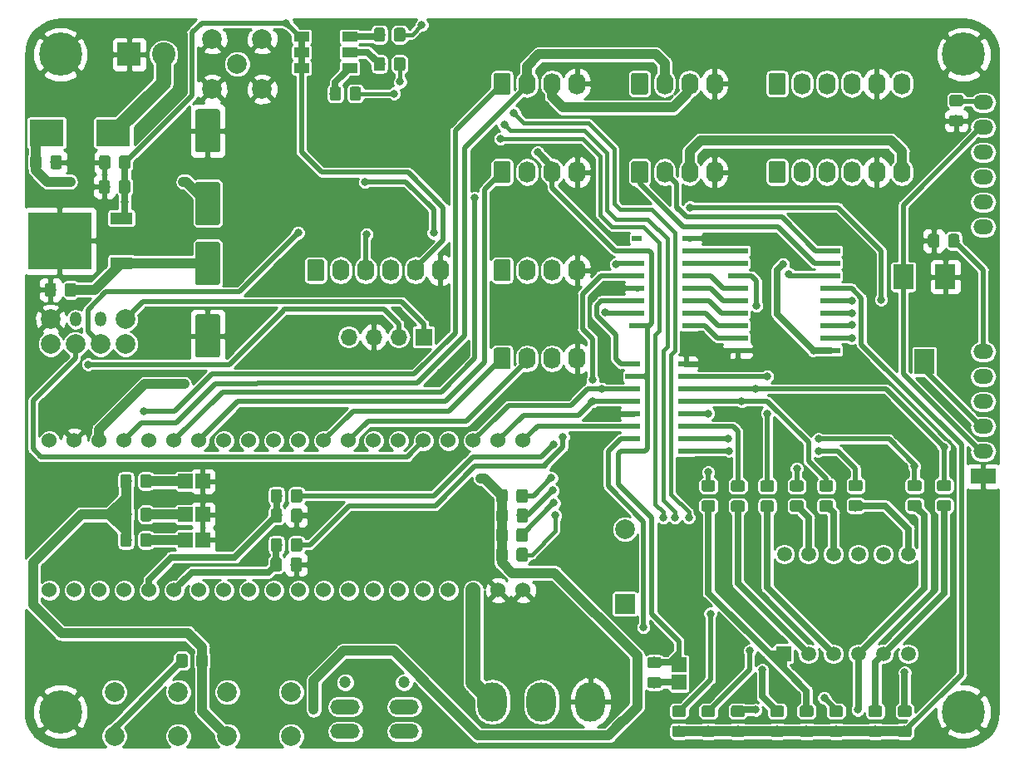
<source format=gbr>
G04 #@! TF.GenerationSoftware,KiCad,Pcbnew,5.0.2*
G04 #@! TF.CreationDate,2019-07-29T09:26:21-03:00*
G04 #@! TF.ProjectId,ShieldEduIfspSTM32,53686965-6c64-4456-9475-496673705354,rev?*
G04 #@! TF.SameCoordinates,Original*
G04 #@! TF.FileFunction,Copper,L1,Top*
G04 #@! TF.FilePolarity,Positive*
%FSLAX46Y46*%
G04 Gerber Fmt 4.6, Leading zero omitted, Abs format (unit mm)*
G04 Created by KiCad (PCBNEW 5.0.2) date seg 29 jul 2019 09:26:21 -03*
%MOMM*%
%LPD*%
G01*
G04 APERTURE LIST*
G04 #@! TA.AperFunction,Conductor*
%ADD10C,0.100000*%
G04 #@! TD*
G04 #@! TA.AperFunction,ComponentPad*
%ADD11C,1.740000*%
G04 #@! TD*
G04 #@! TA.AperFunction,ComponentPad*
%ADD12O,1.740000X2.200000*%
G04 #@! TD*
G04 #@! TA.AperFunction,ComponentPad*
%ADD13C,1.524000*%
G04 #@! TD*
G04 #@! TA.AperFunction,ComponentPad*
%ADD14C,4.400000*%
G04 #@! TD*
G04 #@! TA.AperFunction,ComponentPad*
%ADD15C,2.000000*%
G04 #@! TD*
G04 #@! TA.AperFunction,ComponentPad*
%ADD16R,2.000000X2.000000*%
G04 #@! TD*
G04 #@! TA.AperFunction,SMDPad,CuDef*
%ADD17C,2.500000*%
G04 #@! TD*
G04 #@! TA.AperFunction,SMDPad,CuDef*
%ADD18C,1.150000*%
G04 #@! TD*
G04 #@! TA.AperFunction,SMDPad,CuDef*
%ADD19R,1.500000X1.000000*%
G04 #@! TD*
G04 #@! TA.AperFunction,ComponentPad*
%ADD20R,2.500000X1.500000*%
G04 #@! TD*
G04 #@! TA.AperFunction,ComponentPad*
%ADD21O,2.000000X1.500000*%
G04 #@! TD*
G04 #@! TA.AperFunction,ComponentPad*
%ADD22R,2.400000X2.400000*%
G04 #@! TD*
G04 #@! TA.AperFunction,ComponentPad*
%ADD23C,2.400000*%
G04 #@! TD*
G04 #@! TA.AperFunction,ComponentPad*
%ADD24R,1.524000X1.524000*%
G04 #@! TD*
G04 #@! TA.AperFunction,SMDPad,CuDef*
%ADD25R,2.000000X2.500000*%
G04 #@! TD*
G04 #@! TA.AperFunction,ComponentPad*
%ADD26O,2.999740X4.000500*%
G04 #@! TD*
G04 #@! TA.AperFunction,ComponentPad*
%ADD27C,1.200000*%
G04 #@! TD*
G04 #@! TA.AperFunction,ComponentPad*
%ADD28O,3.000000X1.500000*%
G04 #@! TD*
G04 #@! TA.AperFunction,SMDPad,CuDef*
%ADD29R,2.200000X1.200000*%
G04 #@! TD*
G04 #@! TA.AperFunction,SMDPad,CuDef*
%ADD30R,6.400000X5.800000*%
G04 #@! TD*
G04 #@! TA.AperFunction,ComponentPad*
%ADD31O,1.200000X1.500000*%
G04 #@! TD*
G04 #@! TA.AperFunction,SMDPad,CuDef*
%ADD32R,1.500000X0.600000*%
G04 #@! TD*
G04 #@! TA.AperFunction,SMDPad,CuDef*
%ADD33R,1.000000X0.600000*%
G04 #@! TD*
G04 #@! TA.AperFunction,ComponentPad*
%ADD34C,1.500000*%
G04 #@! TD*
G04 #@! TA.AperFunction,ComponentPad*
%ADD35R,1.500000X1.500000*%
G04 #@! TD*
G04 #@! TA.AperFunction,SMDPad,CuDef*
%ADD36R,2.000000X0.600000*%
G04 #@! TD*
G04 #@! TA.AperFunction,SMDPad,CuDef*
%ADD37R,3.500000X2.700000*%
G04 #@! TD*
G04 #@! TA.AperFunction,ComponentPad*
%ADD38R,1.700000X1.700000*%
G04 #@! TD*
G04 #@! TA.AperFunction,ComponentPad*
%ADD39O,1.700000X1.700000*%
G04 #@! TD*
G04 #@! TA.AperFunction,ViaPad*
%ADD40C,0.800000*%
G04 #@! TD*
G04 #@! TA.AperFunction,Conductor*
%ADD41C,0.500000*%
G04 #@! TD*
G04 #@! TA.AperFunction,Conductor*
%ADD42C,0.700000*%
G04 #@! TD*
G04 #@! TA.AperFunction,Conductor*
%ADD43C,1.000000*%
G04 #@! TD*
G04 #@! TA.AperFunction,Conductor*
%ADD44C,0.400000*%
G04 #@! TD*
G04 #@! TA.AperFunction,Conductor*
%ADD45C,1.500000*%
G04 #@! TD*
G04 #@! TA.AperFunction,Conductor*
%ADD46C,0.254000*%
G04 #@! TD*
G04 APERTURE END LIST*
D10*
G04 #@! TO.N,/PB5*
G04 #@! TO.C,J6*
G36*
X134644505Y-65901204D02*
X134668773Y-65904804D01*
X134692572Y-65910765D01*
X134715671Y-65919030D01*
X134737850Y-65929520D01*
X134758893Y-65942132D01*
X134778599Y-65956747D01*
X134796777Y-65973223D01*
X134813253Y-65991401D01*
X134827868Y-66011107D01*
X134840480Y-66032150D01*
X134850970Y-66054329D01*
X134859235Y-66077428D01*
X134865196Y-66101227D01*
X134868796Y-66125495D01*
X134870000Y-66149999D01*
X134870000Y-67850001D01*
X134868796Y-67874505D01*
X134865196Y-67898773D01*
X134859235Y-67922572D01*
X134850970Y-67945671D01*
X134840480Y-67967850D01*
X134827868Y-67988893D01*
X134813253Y-68008599D01*
X134796777Y-68026777D01*
X134778599Y-68043253D01*
X134758893Y-68057868D01*
X134737850Y-68070480D01*
X134715671Y-68080970D01*
X134692572Y-68089235D01*
X134668773Y-68095196D01*
X134644505Y-68098796D01*
X134620001Y-68100000D01*
X133379999Y-68100000D01*
X133355495Y-68098796D01*
X133331227Y-68095196D01*
X133307428Y-68089235D01*
X133284329Y-68080970D01*
X133262150Y-68070480D01*
X133241107Y-68057868D01*
X133221401Y-68043253D01*
X133203223Y-68026777D01*
X133186747Y-68008599D01*
X133172132Y-67988893D01*
X133159520Y-67967850D01*
X133149030Y-67945671D01*
X133140765Y-67922572D01*
X133134804Y-67898773D01*
X133131204Y-67874505D01*
X133130000Y-67850001D01*
X133130000Y-66149999D01*
X133131204Y-66125495D01*
X133134804Y-66101227D01*
X133140765Y-66077428D01*
X133149030Y-66054329D01*
X133159520Y-66032150D01*
X133172132Y-66011107D01*
X133186747Y-65991401D01*
X133203223Y-65973223D01*
X133221401Y-65956747D01*
X133241107Y-65942132D01*
X133262150Y-65929520D01*
X133284329Y-65919030D01*
X133307428Y-65910765D01*
X133331227Y-65904804D01*
X133355495Y-65901204D01*
X133379999Y-65900000D01*
X134620001Y-65900000D01*
X134644505Y-65901204D01*
X134644505Y-65901204D01*
G37*
D11*
G04 #@! TD*
G04 #@! TO.P,J6,1*
G04 #@! TO.N,/PB5*
X134000000Y-67000000D03*
D12*
G04 #@! TO.P,J6,2*
G04 #@! TO.N,/PB4*
X136540000Y-67000000D03*
G04 #@! TO.P,J6,3*
G04 #@! TO.N,/PB3*
X139080000Y-67000000D03*
G04 #@! TO.P,J6,4*
G04 #@! TO.N,/PA15*
X141620000Y-67000000D03*
G04 #@! TO.P,J6,5*
G04 #@! TO.N,+3V3*
X144160000Y-67000000D03*
G04 #@! TO.P,J6,6*
G04 #@! TO.N,Earth*
X146700000Y-67000000D03*
G04 #@! TD*
D10*
G04 #@! TO.N,/PB8*
G04 #@! TO.C,J2*
G36*
X153644505Y-46901204D02*
X153668773Y-46904804D01*
X153692572Y-46910765D01*
X153715671Y-46919030D01*
X153737850Y-46929520D01*
X153758893Y-46942132D01*
X153778599Y-46956747D01*
X153796777Y-46973223D01*
X153813253Y-46991401D01*
X153827868Y-47011107D01*
X153840480Y-47032150D01*
X153850970Y-47054329D01*
X153859235Y-47077428D01*
X153865196Y-47101227D01*
X153868796Y-47125495D01*
X153870000Y-47149999D01*
X153870000Y-48850001D01*
X153868796Y-48874505D01*
X153865196Y-48898773D01*
X153859235Y-48922572D01*
X153850970Y-48945671D01*
X153840480Y-48967850D01*
X153827868Y-48988893D01*
X153813253Y-49008599D01*
X153796777Y-49026777D01*
X153778599Y-49043253D01*
X153758893Y-49057868D01*
X153737850Y-49070480D01*
X153715671Y-49080970D01*
X153692572Y-49089235D01*
X153668773Y-49095196D01*
X153644505Y-49098796D01*
X153620001Y-49100000D01*
X152379999Y-49100000D01*
X152355495Y-49098796D01*
X152331227Y-49095196D01*
X152307428Y-49089235D01*
X152284329Y-49080970D01*
X152262150Y-49070480D01*
X152241107Y-49057868D01*
X152221401Y-49043253D01*
X152203223Y-49026777D01*
X152186747Y-49008599D01*
X152172132Y-48988893D01*
X152159520Y-48967850D01*
X152149030Y-48945671D01*
X152140765Y-48922572D01*
X152134804Y-48898773D01*
X152131204Y-48874505D01*
X152130000Y-48850001D01*
X152130000Y-47149999D01*
X152131204Y-47125495D01*
X152134804Y-47101227D01*
X152140765Y-47077428D01*
X152149030Y-47054329D01*
X152159520Y-47032150D01*
X152172132Y-47011107D01*
X152186747Y-46991401D01*
X152203223Y-46973223D01*
X152221401Y-46956747D01*
X152241107Y-46942132D01*
X152262150Y-46929520D01*
X152284329Y-46919030D01*
X152307428Y-46910765D01*
X152331227Y-46904804D01*
X152355495Y-46901204D01*
X152379999Y-46900000D01*
X153620001Y-46900000D01*
X153644505Y-46901204D01*
X153644505Y-46901204D01*
G37*
D11*
G04 #@! TD*
G04 #@! TO.P,J2,1*
G04 #@! TO.N,/PB8*
X153000000Y-48000000D03*
D12*
G04 #@! TO.P,J2,2*
G04 #@! TO.N,/PB9*
X155540000Y-48000000D03*
G04 #@! TO.P,J2,3*
G04 #@! TO.N,+5V*
X158080000Y-48000000D03*
G04 #@! TO.P,J2,4*
G04 #@! TO.N,Earth*
X160620000Y-48000000D03*
G04 #@! TD*
D13*
G04 #@! TO.P,U1,1*
G04 #@! TO.N,+3V3*
X106870000Y-99620000D03*
G04 #@! TO.P,U1,2*
G04 #@! TO.N,/PC13*
X109410000Y-99620000D03*
G04 #@! TO.P,U1,3*
G04 #@! TO.N,Net-(U1-Pad3)*
X111950000Y-99620000D03*
G04 #@! TO.P,U1,4*
G04 #@! TO.N,Net-(U1-Pad4)*
X114490000Y-99620000D03*
G04 #@! TO.P,U1,5*
G04 #@! TO.N,/PA0*
X117030000Y-99620000D03*
G04 #@! TO.P,U1,6*
G04 #@! TO.N,/PA1*
X119570000Y-99620000D03*
G04 #@! TO.P,U1,7*
G04 #@! TO.N,/PA2*
X122110000Y-99620000D03*
G04 #@! TO.P,U1,8*
G04 #@! TO.N,/PA3*
X124650000Y-99620000D03*
G04 #@! TO.P,U1,9*
G04 #@! TO.N,/PA4*
X127190000Y-99620000D03*
G04 #@! TO.P,U1,10*
G04 #@! TO.N,/PA5*
X129730000Y-99620000D03*
G04 #@! TO.P,U1,11*
G04 #@! TO.N,/PA6*
X132270000Y-99620000D03*
G04 #@! TO.P,U1,12*
G04 #@! TO.N,/PA7*
X134810000Y-99620000D03*
G04 #@! TO.P,U1,13*
G04 #@! TO.N,/PB0*
X137350000Y-99620000D03*
G04 #@! TO.P,U1,14*
G04 #@! TO.N,/PB1*
X139890000Y-99620000D03*
G04 #@! TO.P,U1,15*
G04 #@! TO.N,/PB10*
X142430000Y-99620000D03*
G04 #@! TO.P,U1,16*
G04 #@! TO.N,/PB11*
X144970000Y-99620000D03*
G04 #@! TO.P,U1,17*
G04 #@! TO.N,/RST*
X147510000Y-99620000D03*
G04 #@! TO.P,U1,18*
G04 #@! TO.N,+3V3*
X150050000Y-99620000D03*
G04 #@! TO.P,U1,19*
G04 #@! TO.N,Earth*
X152590000Y-99620000D03*
G04 #@! TO.P,U1,20*
X155130000Y-99620000D03*
G04 #@! TO.P,U1,21*
G04 #@! TO.N,/PB12*
X155130000Y-84380000D03*
G04 #@! TO.P,U1,22*
G04 #@! TO.N,/PB13*
X152590000Y-84380000D03*
G04 #@! TO.P,U1,23*
G04 #@! TO.N,/PB14*
X150050000Y-84380000D03*
G04 #@! TO.P,U1,24*
G04 #@! TO.N,/PB15*
X147510000Y-84380000D03*
G04 #@! TO.P,U1,25*
G04 #@! TO.N,/PA8*
X144970000Y-84380000D03*
G04 #@! TO.P,U1,26*
G04 #@! TO.N,/PA9*
X142430000Y-84380000D03*
G04 #@! TO.P,U1,27*
G04 #@! TO.N,/PA10*
X139890000Y-84380000D03*
G04 #@! TO.P,U1,28*
G04 #@! TO.N,/PA11*
X137350000Y-84380000D03*
G04 #@! TO.P,U1,29*
G04 #@! TO.N,/PA12*
X134810000Y-84380000D03*
G04 #@! TO.P,U1,30*
G04 #@! TO.N,/PA15*
X132270000Y-84380000D03*
G04 #@! TO.P,U1,31*
G04 #@! TO.N,/PB3*
X129730000Y-84380000D03*
G04 #@! TO.P,U1,32*
G04 #@! TO.N,/PB4*
X127190000Y-84380000D03*
G04 #@! TO.P,U1,33*
G04 #@! TO.N,/PB5*
X124650000Y-84380000D03*
G04 #@! TO.P,U1,34*
G04 #@! TO.N,/PB6*
X122110000Y-84380000D03*
G04 #@! TO.P,U1,35*
G04 #@! TO.N,/PB7*
X119570000Y-84380000D03*
G04 #@! TO.P,U1,36*
G04 #@! TO.N,/PB8*
X117030000Y-84380000D03*
G04 #@! TO.P,U1,37*
G04 #@! TO.N,/PB9*
X114490000Y-84380000D03*
G04 #@! TO.P,U1,38*
G04 #@! TO.N,+5V*
X111950000Y-84380000D03*
G04 #@! TO.P,U1,39*
G04 #@! TO.N,Earth*
X109410000Y-84380000D03*
G04 #@! TO.P,U1,40*
G04 #@! TO.N,+3V3*
X106870000Y-84380000D03*
G04 #@! TD*
D14*
G04 #@! TO.P,REF\002A\002A,1*
G04 #@! TO.N,Earth*
X200000000Y-112000000D03*
G04 #@! TD*
G04 #@! TO.P,REF\002A\002A,1*
G04 #@! TO.N,Earth*
X200000000Y-45000000D03*
G04 #@! TD*
G04 #@! TO.P,REF\002A\002A,1*
G04 #@! TO.N,Earth*
X108000000Y-45000000D03*
G04 #@! TD*
G04 #@! TO.P,REF\002A\002A,1*
G04 #@! TO.N,Earth*
X108000000Y-112000000D03*
G04 #@! TD*
D15*
G04 #@! TO.P,AE1,1*
G04 #@! TO.N,Net-(AE1-Pad1)*
X126000000Y-46000000D03*
G04 #@! TO.P,AE1,2*
G04 #@! TO.N,Earth*
X128550000Y-48550000D03*
X128550000Y-43450000D03*
X123450000Y-43450000D03*
X123450000Y-48550000D03*
G04 #@! TD*
D16*
G04 #@! TO.P,BZ1,1*
G04 #@! TO.N,Net-(BZ1-Pad1)*
X165500000Y-101000000D03*
D15*
G04 #@! TO.P,BZ1,2*
G04 #@! TO.N,/IHM/ENBZ*
X165500000Y-93400000D03*
G04 #@! TD*
D10*
G04 #@! TO.N,Earth*
G04 #@! TO.C,C1*
G36*
X124024504Y-50601204D02*
X124048773Y-50604804D01*
X124072571Y-50610765D01*
X124095671Y-50619030D01*
X124117849Y-50629520D01*
X124138893Y-50642133D01*
X124158598Y-50656747D01*
X124176777Y-50673223D01*
X124193253Y-50691402D01*
X124207867Y-50711107D01*
X124220480Y-50732151D01*
X124230970Y-50754329D01*
X124239235Y-50777429D01*
X124245196Y-50801227D01*
X124248796Y-50825496D01*
X124250000Y-50850000D01*
X124250000Y-54750000D01*
X124248796Y-54774504D01*
X124245196Y-54798773D01*
X124239235Y-54822571D01*
X124230970Y-54845671D01*
X124220480Y-54867849D01*
X124207867Y-54888893D01*
X124193253Y-54908598D01*
X124176777Y-54926777D01*
X124158598Y-54943253D01*
X124138893Y-54957867D01*
X124117849Y-54970480D01*
X124095671Y-54980970D01*
X124072571Y-54989235D01*
X124048773Y-54995196D01*
X124024504Y-54998796D01*
X124000000Y-55000000D01*
X122000000Y-55000000D01*
X121975496Y-54998796D01*
X121951227Y-54995196D01*
X121927429Y-54989235D01*
X121904329Y-54980970D01*
X121882151Y-54970480D01*
X121861107Y-54957867D01*
X121841402Y-54943253D01*
X121823223Y-54926777D01*
X121806747Y-54908598D01*
X121792133Y-54888893D01*
X121779520Y-54867849D01*
X121769030Y-54845671D01*
X121760765Y-54822571D01*
X121754804Y-54798773D01*
X121751204Y-54774504D01*
X121750000Y-54750000D01*
X121750000Y-50850000D01*
X121751204Y-50825496D01*
X121754804Y-50801227D01*
X121760765Y-50777429D01*
X121769030Y-50754329D01*
X121779520Y-50732151D01*
X121792133Y-50711107D01*
X121806747Y-50691402D01*
X121823223Y-50673223D01*
X121841402Y-50656747D01*
X121861107Y-50642133D01*
X121882151Y-50629520D01*
X121904329Y-50619030D01*
X121927429Y-50610765D01*
X121951227Y-50604804D01*
X121975496Y-50601204D01*
X122000000Y-50600000D01*
X124000000Y-50600000D01*
X124024504Y-50601204D01*
X124024504Y-50601204D01*
G37*
D17*
G04 #@! TD*
G04 #@! TO.P,C1,2*
G04 #@! TO.N,Earth*
X123000000Y-52800000D03*
D10*
G04 #@! TO.N,VCC*
G04 #@! TO.C,C1*
G36*
X124024504Y-58001204D02*
X124048773Y-58004804D01*
X124072571Y-58010765D01*
X124095671Y-58019030D01*
X124117849Y-58029520D01*
X124138893Y-58042133D01*
X124158598Y-58056747D01*
X124176777Y-58073223D01*
X124193253Y-58091402D01*
X124207867Y-58111107D01*
X124220480Y-58132151D01*
X124230970Y-58154329D01*
X124239235Y-58177429D01*
X124245196Y-58201227D01*
X124248796Y-58225496D01*
X124250000Y-58250000D01*
X124250000Y-62150000D01*
X124248796Y-62174504D01*
X124245196Y-62198773D01*
X124239235Y-62222571D01*
X124230970Y-62245671D01*
X124220480Y-62267849D01*
X124207867Y-62288893D01*
X124193253Y-62308598D01*
X124176777Y-62326777D01*
X124158598Y-62343253D01*
X124138893Y-62357867D01*
X124117849Y-62370480D01*
X124095671Y-62380970D01*
X124072571Y-62389235D01*
X124048773Y-62395196D01*
X124024504Y-62398796D01*
X124000000Y-62400000D01*
X122000000Y-62400000D01*
X121975496Y-62398796D01*
X121951227Y-62395196D01*
X121927429Y-62389235D01*
X121904329Y-62380970D01*
X121882151Y-62370480D01*
X121861107Y-62357867D01*
X121841402Y-62343253D01*
X121823223Y-62326777D01*
X121806747Y-62308598D01*
X121792133Y-62288893D01*
X121779520Y-62267849D01*
X121769030Y-62245671D01*
X121760765Y-62222571D01*
X121754804Y-62198773D01*
X121751204Y-62174504D01*
X121750000Y-62150000D01*
X121750000Y-58250000D01*
X121751204Y-58225496D01*
X121754804Y-58201227D01*
X121760765Y-58177429D01*
X121769030Y-58154329D01*
X121779520Y-58132151D01*
X121792133Y-58111107D01*
X121806747Y-58091402D01*
X121823223Y-58073223D01*
X121841402Y-58056747D01*
X121861107Y-58042133D01*
X121882151Y-58029520D01*
X121904329Y-58019030D01*
X121927429Y-58010765D01*
X121951227Y-58004804D01*
X121975496Y-58001204D01*
X122000000Y-58000000D01*
X124000000Y-58000000D01*
X124024504Y-58001204D01*
X124024504Y-58001204D01*
G37*
D17*
G04 #@! TD*
G04 #@! TO.P,C1,1*
G04 #@! TO.N,VCC*
X123000000Y-60200000D03*
D10*
G04 #@! TO.N,VCC*
G04 #@! TO.C,C2*
G36*
X105849505Y-55301204D02*
X105873773Y-55304804D01*
X105897572Y-55310765D01*
X105920671Y-55319030D01*
X105942850Y-55329520D01*
X105963893Y-55342132D01*
X105983599Y-55356747D01*
X106001777Y-55373223D01*
X106018253Y-55391401D01*
X106032868Y-55411107D01*
X106045480Y-55432150D01*
X106055970Y-55454329D01*
X106064235Y-55477428D01*
X106070196Y-55501227D01*
X106073796Y-55525495D01*
X106075000Y-55549999D01*
X106075000Y-56450001D01*
X106073796Y-56474505D01*
X106070196Y-56498773D01*
X106064235Y-56522572D01*
X106055970Y-56545671D01*
X106045480Y-56567850D01*
X106032868Y-56588893D01*
X106018253Y-56608599D01*
X106001777Y-56626777D01*
X105983599Y-56643253D01*
X105963893Y-56657868D01*
X105942850Y-56670480D01*
X105920671Y-56680970D01*
X105897572Y-56689235D01*
X105873773Y-56695196D01*
X105849505Y-56698796D01*
X105825001Y-56700000D01*
X105174999Y-56700000D01*
X105150495Y-56698796D01*
X105126227Y-56695196D01*
X105102428Y-56689235D01*
X105079329Y-56680970D01*
X105057150Y-56670480D01*
X105036107Y-56657868D01*
X105016401Y-56643253D01*
X104998223Y-56626777D01*
X104981747Y-56608599D01*
X104967132Y-56588893D01*
X104954520Y-56567850D01*
X104944030Y-56545671D01*
X104935765Y-56522572D01*
X104929804Y-56498773D01*
X104926204Y-56474505D01*
X104925000Y-56450001D01*
X104925000Y-55549999D01*
X104926204Y-55525495D01*
X104929804Y-55501227D01*
X104935765Y-55477428D01*
X104944030Y-55454329D01*
X104954520Y-55432150D01*
X104967132Y-55411107D01*
X104981747Y-55391401D01*
X104998223Y-55373223D01*
X105016401Y-55356747D01*
X105036107Y-55342132D01*
X105057150Y-55329520D01*
X105079329Y-55319030D01*
X105102428Y-55310765D01*
X105126227Y-55304804D01*
X105150495Y-55301204D01*
X105174999Y-55300000D01*
X105825001Y-55300000D01*
X105849505Y-55301204D01*
X105849505Y-55301204D01*
G37*
D18*
G04 #@! TD*
G04 #@! TO.P,C2,1*
G04 #@! TO.N,VCC*
X105500000Y-56000000D03*
D10*
G04 #@! TO.N,Earth*
G04 #@! TO.C,C2*
G36*
X107899505Y-55301204D02*
X107923773Y-55304804D01*
X107947572Y-55310765D01*
X107970671Y-55319030D01*
X107992850Y-55329520D01*
X108013893Y-55342132D01*
X108033599Y-55356747D01*
X108051777Y-55373223D01*
X108068253Y-55391401D01*
X108082868Y-55411107D01*
X108095480Y-55432150D01*
X108105970Y-55454329D01*
X108114235Y-55477428D01*
X108120196Y-55501227D01*
X108123796Y-55525495D01*
X108125000Y-55549999D01*
X108125000Y-56450001D01*
X108123796Y-56474505D01*
X108120196Y-56498773D01*
X108114235Y-56522572D01*
X108105970Y-56545671D01*
X108095480Y-56567850D01*
X108082868Y-56588893D01*
X108068253Y-56608599D01*
X108051777Y-56626777D01*
X108033599Y-56643253D01*
X108013893Y-56657868D01*
X107992850Y-56670480D01*
X107970671Y-56680970D01*
X107947572Y-56689235D01*
X107923773Y-56695196D01*
X107899505Y-56698796D01*
X107875001Y-56700000D01*
X107224999Y-56700000D01*
X107200495Y-56698796D01*
X107176227Y-56695196D01*
X107152428Y-56689235D01*
X107129329Y-56680970D01*
X107107150Y-56670480D01*
X107086107Y-56657868D01*
X107066401Y-56643253D01*
X107048223Y-56626777D01*
X107031747Y-56608599D01*
X107017132Y-56588893D01*
X107004520Y-56567850D01*
X106994030Y-56545671D01*
X106985765Y-56522572D01*
X106979804Y-56498773D01*
X106976204Y-56474505D01*
X106975000Y-56450001D01*
X106975000Y-55549999D01*
X106976204Y-55525495D01*
X106979804Y-55501227D01*
X106985765Y-55477428D01*
X106994030Y-55454329D01*
X107004520Y-55432150D01*
X107017132Y-55411107D01*
X107031747Y-55391401D01*
X107048223Y-55373223D01*
X107066401Y-55356747D01*
X107086107Y-55342132D01*
X107107150Y-55329520D01*
X107129329Y-55319030D01*
X107152428Y-55310765D01*
X107176227Y-55304804D01*
X107200495Y-55301204D01*
X107224999Y-55300000D01*
X107875001Y-55300000D01*
X107899505Y-55301204D01*
X107899505Y-55301204D01*
G37*
D18*
G04 #@! TD*
G04 #@! TO.P,C2,2*
G04 #@! TO.N,Earth*
X107550000Y-56000000D03*
D10*
G04 #@! TO.N,Earth*
G04 #@! TO.C,C3*
G36*
X107324505Y-68301204D02*
X107348773Y-68304804D01*
X107372572Y-68310765D01*
X107395671Y-68319030D01*
X107417850Y-68329520D01*
X107438893Y-68342132D01*
X107458599Y-68356747D01*
X107476777Y-68373223D01*
X107493253Y-68391401D01*
X107507868Y-68411107D01*
X107520480Y-68432150D01*
X107530970Y-68454329D01*
X107539235Y-68477428D01*
X107545196Y-68501227D01*
X107548796Y-68525495D01*
X107550000Y-68549999D01*
X107550000Y-69450001D01*
X107548796Y-69474505D01*
X107545196Y-69498773D01*
X107539235Y-69522572D01*
X107530970Y-69545671D01*
X107520480Y-69567850D01*
X107507868Y-69588893D01*
X107493253Y-69608599D01*
X107476777Y-69626777D01*
X107458599Y-69643253D01*
X107438893Y-69657868D01*
X107417850Y-69670480D01*
X107395671Y-69680970D01*
X107372572Y-69689235D01*
X107348773Y-69695196D01*
X107324505Y-69698796D01*
X107300001Y-69700000D01*
X106649999Y-69700000D01*
X106625495Y-69698796D01*
X106601227Y-69695196D01*
X106577428Y-69689235D01*
X106554329Y-69680970D01*
X106532150Y-69670480D01*
X106511107Y-69657868D01*
X106491401Y-69643253D01*
X106473223Y-69626777D01*
X106456747Y-69608599D01*
X106442132Y-69588893D01*
X106429520Y-69567850D01*
X106419030Y-69545671D01*
X106410765Y-69522572D01*
X106404804Y-69498773D01*
X106401204Y-69474505D01*
X106400000Y-69450001D01*
X106400000Y-68549999D01*
X106401204Y-68525495D01*
X106404804Y-68501227D01*
X106410765Y-68477428D01*
X106419030Y-68454329D01*
X106429520Y-68432150D01*
X106442132Y-68411107D01*
X106456747Y-68391401D01*
X106473223Y-68373223D01*
X106491401Y-68356747D01*
X106511107Y-68342132D01*
X106532150Y-68329520D01*
X106554329Y-68319030D01*
X106577428Y-68310765D01*
X106601227Y-68304804D01*
X106625495Y-68301204D01*
X106649999Y-68300000D01*
X107300001Y-68300000D01*
X107324505Y-68301204D01*
X107324505Y-68301204D01*
G37*
D18*
G04 #@! TD*
G04 #@! TO.P,C3,2*
G04 #@! TO.N,Earth*
X106975000Y-69000000D03*
D10*
G04 #@! TO.N,+5V*
G04 #@! TO.C,C3*
G36*
X109374505Y-68301204D02*
X109398773Y-68304804D01*
X109422572Y-68310765D01*
X109445671Y-68319030D01*
X109467850Y-68329520D01*
X109488893Y-68342132D01*
X109508599Y-68356747D01*
X109526777Y-68373223D01*
X109543253Y-68391401D01*
X109557868Y-68411107D01*
X109570480Y-68432150D01*
X109580970Y-68454329D01*
X109589235Y-68477428D01*
X109595196Y-68501227D01*
X109598796Y-68525495D01*
X109600000Y-68549999D01*
X109600000Y-69450001D01*
X109598796Y-69474505D01*
X109595196Y-69498773D01*
X109589235Y-69522572D01*
X109580970Y-69545671D01*
X109570480Y-69567850D01*
X109557868Y-69588893D01*
X109543253Y-69608599D01*
X109526777Y-69626777D01*
X109508599Y-69643253D01*
X109488893Y-69657868D01*
X109467850Y-69670480D01*
X109445671Y-69680970D01*
X109422572Y-69689235D01*
X109398773Y-69695196D01*
X109374505Y-69698796D01*
X109350001Y-69700000D01*
X108699999Y-69700000D01*
X108675495Y-69698796D01*
X108651227Y-69695196D01*
X108627428Y-69689235D01*
X108604329Y-69680970D01*
X108582150Y-69670480D01*
X108561107Y-69657868D01*
X108541401Y-69643253D01*
X108523223Y-69626777D01*
X108506747Y-69608599D01*
X108492132Y-69588893D01*
X108479520Y-69567850D01*
X108469030Y-69545671D01*
X108460765Y-69522572D01*
X108454804Y-69498773D01*
X108451204Y-69474505D01*
X108450000Y-69450001D01*
X108450000Y-68549999D01*
X108451204Y-68525495D01*
X108454804Y-68501227D01*
X108460765Y-68477428D01*
X108469030Y-68454329D01*
X108479520Y-68432150D01*
X108492132Y-68411107D01*
X108506747Y-68391401D01*
X108523223Y-68373223D01*
X108541401Y-68356747D01*
X108561107Y-68342132D01*
X108582150Y-68329520D01*
X108604329Y-68319030D01*
X108627428Y-68310765D01*
X108651227Y-68304804D01*
X108675495Y-68301204D01*
X108699999Y-68300000D01*
X109350001Y-68300000D01*
X109374505Y-68301204D01*
X109374505Y-68301204D01*
G37*
D18*
G04 #@! TD*
G04 #@! TO.P,C3,1*
G04 #@! TO.N,+5V*
X109025000Y-69000000D03*
D10*
G04 #@! TO.N,+3V3*
G04 #@! TO.C,C5*
G36*
X114899505Y-55301204D02*
X114923773Y-55304804D01*
X114947572Y-55310765D01*
X114970671Y-55319030D01*
X114992850Y-55329520D01*
X115013893Y-55342132D01*
X115033599Y-55356747D01*
X115051777Y-55373223D01*
X115068253Y-55391401D01*
X115082868Y-55411107D01*
X115095480Y-55432150D01*
X115105970Y-55454329D01*
X115114235Y-55477428D01*
X115120196Y-55501227D01*
X115123796Y-55525495D01*
X115125000Y-55549999D01*
X115125000Y-56450001D01*
X115123796Y-56474505D01*
X115120196Y-56498773D01*
X115114235Y-56522572D01*
X115105970Y-56545671D01*
X115095480Y-56567850D01*
X115082868Y-56588893D01*
X115068253Y-56608599D01*
X115051777Y-56626777D01*
X115033599Y-56643253D01*
X115013893Y-56657868D01*
X114992850Y-56670480D01*
X114970671Y-56680970D01*
X114947572Y-56689235D01*
X114923773Y-56695196D01*
X114899505Y-56698796D01*
X114875001Y-56700000D01*
X114224999Y-56700000D01*
X114200495Y-56698796D01*
X114176227Y-56695196D01*
X114152428Y-56689235D01*
X114129329Y-56680970D01*
X114107150Y-56670480D01*
X114086107Y-56657868D01*
X114066401Y-56643253D01*
X114048223Y-56626777D01*
X114031747Y-56608599D01*
X114017132Y-56588893D01*
X114004520Y-56567850D01*
X113994030Y-56545671D01*
X113985765Y-56522572D01*
X113979804Y-56498773D01*
X113976204Y-56474505D01*
X113975000Y-56450001D01*
X113975000Y-55549999D01*
X113976204Y-55525495D01*
X113979804Y-55501227D01*
X113985765Y-55477428D01*
X113994030Y-55454329D01*
X114004520Y-55432150D01*
X114017132Y-55411107D01*
X114031747Y-55391401D01*
X114048223Y-55373223D01*
X114066401Y-55356747D01*
X114086107Y-55342132D01*
X114107150Y-55329520D01*
X114129329Y-55319030D01*
X114152428Y-55310765D01*
X114176227Y-55304804D01*
X114200495Y-55301204D01*
X114224999Y-55300000D01*
X114875001Y-55300000D01*
X114899505Y-55301204D01*
X114899505Y-55301204D01*
G37*
D18*
G04 #@! TD*
G04 #@! TO.P,C5,1*
G04 #@! TO.N,+3V3*
X114550000Y-56000000D03*
D10*
G04 #@! TO.N,Earth*
G04 #@! TO.C,C5*
G36*
X112849505Y-55301204D02*
X112873773Y-55304804D01*
X112897572Y-55310765D01*
X112920671Y-55319030D01*
X112942850Y-55329520D01*
X112963893Y-55342132D01*
X112983599Y-55356747D01*
X113001777Y-55373223D01*
X113018253Y-55391401D01*
X113032868Y-55411107D01*
X113045480Y-55432150D01*
X113055970Y-55454329D01*
X113064235Y-55477428D01*
X113070196Y-55501227D01*
X113073796Y-55525495D01*
X113075000Y-55549999D01*
X113075000Y-56450001D01*
X113073796Y-56474505D01*
X113070196Y-56498773D01*
X113064235Y-56522572D01*
X113055970Y-56545671D01*
X113045480Y-56567850D01*
X113032868Y-56588893D01*
X113018253Y-56608599D01*
X113001777Y-56626777D01*
X112983599Y-56643253D01*
X112963893Y-56657868D01*
X112942850Y-56670480D01*
X112920671Y-56680970D01*
X112897572Y-56689235D01*
X112873773Y-56695196D01*
X112849505Y-56698796D01*
X112825001Y-56700000D01*
X112174999Y-56700000D01*
X112150495Y-56698796D01*
X112126227Y-56695196D01*
X112102428Y-56689235D01*
X112079329Y-56680970D01*
X112057150Y-56670480D01*
X112036107Y-56657868D01*
X112016401Y-56643253D01*
X111998223Y-56626777D01*
X111981747Y-56608599D01*
X111967132Y-56588893D01*
X111954520Y-56567850D01*
X111944030Y-56545671D01*
X111935765Y-56522572D01*
X111929804Y-56498773D01*
X111926204Y-56474505D01*
X111925000Y-56450001D01*
X111925000Y-55549999D01*
X111926204Y-55525495D01*
X111929804Y-55501227D01*
X111935765Y-55477428D01*
X111944030Y-55454329D01*
X111954520Y-55432150D01*
X111967132Y-55411107D01*
X111981747Y-55391401D01*
X111998223Y-55373223D01*
X112016401Y-55356747D01*
X112036107Y-55342132D01*
X112057150Y-55329520D01*
X112079329Y-55319030D01*
X112102428Y-55310765D01*
X112126227Y-55304804D01*
X112150495Y-55301204D01*
X112174999Y-55300000D01*
X112825001Y-55300000D01*
X112849505Y-55301204D01*
X112849505Y-55301204D01*
G37*
D18*
G04 #@! TD*
G04 #@! TO.P,C5,2*
G04 #@! TO.N,Earth*
X112500000Y-56000000D03*
D10*
G04 #@! TO.N,Earth*
G04 #@! TO.C,C6*
G36*
X112824505Y-57801204D02*
X112848773Y-57804804D01*
X112872572Y-57810765D01*
X112895671Y-57819030D01*
X112917850Y-57829520D01*
X112938893Y-57842132D01*
X112958599Y-57856747D01*
X112976777Y-57873223D01*
X112993253Y-57891401D01*
X113007868Y-57911107D01*
X113020480Y-57932150D01*
X113030970Y-57954329D01*
X113039235Y-57977428D01*
X113045196Y-58001227D01*
X113048796Y-58025495D01*
X113050000Y-58049999D01*
X113050000Y-58950001D01*
X113048796Y-58974505D01*
X113045196Y-58998773D01*
X113039235Y-59022572D01*
X113030970Y-59045671D01*
X113020480Y-59067850D01*
X113007868Y-59088893D01*
X112993253Y-59108599D01*
X112976777Y-59126777D01*
X112958599Y-59143253D01*
X112938893Y-59157868D01*
X112917850Y-59170480D01*
X112895671Y-59180970D01*
X112872572Y-59189235D01*
X112848773Y-59195196D01*
X112824505Y-59198796D01*
X112800001Y-59200000D01*
X112149999Y-59200000D01*
X112125495Y-59198796D01*
X112101227Y-59195196D01*
X112077428Y-59189235D01*
X112054329Y-59180970D01*
X112032150Y-59170480D01*
X112011107Y-59157868D01*
X111991401Y-59143253D01*
X111973223Y-59126777D01*
X111956747Y-59108599D01*
X111942132Y-59088893D01*
X111929520Y-59067850D01*
X111919030Y-59045671D01*
X111910765Y-59022572D01*
X111904804Y-58998773D01*
X111901204Y-58974505D01*
X111900000Y-58950001D01*
X111900000Y-58049999D01*
X111901204Y-58025495D01*
X111904804Y-58001227D01*
X111910765Y-57977428D01*
X111919030Y-57954329D01*
X111929520Y-57932150D01*
X111942132Y-57911107D01*
X111956747Y-57891401D01*
X111973223Y-57873223D01*
X111991401Y-57856747D01*
X112011107Y-57842132D01*
X112032150Y-57829520D01*
X112054329Y-57819030D01*
X112077428Y-57810765D01*
X112101227Y-57804804D01*
X112125495Y-57801204D01*
X112149999Y-57800000D01*
X112800001Y-57800000D01*
X112824505Y-57801204D01*
X112824505Y-57801204D01*
G37*
D18*
G04 #@! TD*
G04 #@! TO.P,C6,2*
G04 #@! TO.N,Earth*
X112475000Y-58500000D03*
D10*
G04 #@! TO.N,+3V3*
G04 #@! TO.C,C6*
G36*
X114874505Y-57801204D02*
X114898773Y-57804804D01*
X114922572Y-57810765D01*
X114945671Y-57819030D01*
X114967850Y-57829520D01*
X114988893Y-57842132D01*
X115008599Y-57856747D01*
X115026777Y-57873223D01*
X115043253Y-57891401D01*
X115057868Y-57911107D01*
X115070480Y-57932150D01*
X115080970Y-57954329D01*
X115089235Y-57977428D01*
X115095196Y-58001227D01*
X115098796Y-58025495D01*
X115100000Y-58049999D01*
X115100000Y-58950001D01*
X115098796Y-58974505D01*
X115095196Y-58998773D01*
X115089235Y-59022572D01*
X115080970Y-59045671D01*
X115070480Y-59067850D01*
X115057868Y-59088893D01*
X115043253Y-59108599D01*
X115026777Y-59126777D01*
X115008599Y-59143253D01*
X114988893Y-59157868D01*
X114967850Y-59170480D01*
X114945671Y-59180970D01*
X114922572Y-59189235D01*
X114898773Y-59195196D01*
X114874505Y-59198796D01*
X114850001Y-59200000D01*
X114199999Y-59200000D01*
X114175495Y-59198796D01*
X114151227Y-59195196D01*
X114127428Y-59189235D01*
X114104329Y-59180970D01*
X114082150Y-59170480D01*
X114061107Y-59157868D01*
X114041401Y-59143253D01*
X114023223Y-59126777D01*
X114006747Y-59108599D01*
X113992132Y-59088893D01*
X113979520Y-59067850D01*
X113969030Y-59045671D01*
X113960765Y-59022572D01*
X113954804Y-58998773D01*
X113951204Y-58974505D01*
X113950000Y-58950001D01*
X113950000Y-58049999D01*
X113951204Y-58025495D01*
X113954804Y-58001227D01*
X113960765Y-57977428D01*
X113969030Y-57954329D01*
X113979520Y-57932150D01*
X113992132Y-57911107D01*
X114006747Y-57891401D01*
X114023223Y-57873223D01*
X114041401Y-57856747D01*
X114061107Y-57842132D01*
X114082150Y-57829520D01*
X114104329Y-57819030D01*
X114127428Y-57810765D01*
X114151227Y-57804804D01*
X114175495Y-57801204D01*
X114199999Y-57800000D01*
X114850001Y-57800000D01*
X114874505Y-57801204D01*
X114874505Y-57801204D01*
G37*
D18*
G04 #@! TD*
G04 #@! TO.P,C6,1*
G04 #@! TO.N,+3V3*
X114525000Y-58500000D03*
D10*
G04 #@! TO.N,+5V*
G04 #@! TO.C,C7*
G36*
X124024504Y-64101204D02*
X124048773Y-64104804D01*
X124072571Y-64110765D01*
X124095671Y-64119030D01*
X124117849Y-64129520D01*
X124138893Y-64142133D01*
X124158598Y-64156747D01*
X124176777Y-64173223D01*
X124193253Y-64191402D01*
X124207867Y-64211107D01*
X124220480Y-64232151D01*
X124230970Y-64254329D01*
X124239235Y-64277429D01*
X124245196Y-64301227D01*
X124248796Y-64325496D01*
X124250000Y-64350000D01*
X124250000Y-68250000D01*
X124248796Y-68274504D01*
X124245196Y-68298773D01*
X124239235Y-68322571D01*
X124230970Y-68345671D01*
X124220480Y-68367849D01*
X124207867Y-68388893D01*
X124193253Y-68408598D01*
X124176777Y-68426777D01*
X124158598Y-68443253D01*
X124138893Y-68457867D01*
X124117849Y-68470480D01*
X124095671Y-68480970D01*
X124072571Y-68489235D01*
X124048773Y-68495196D01*
X124024504Y-68498796D01*
X124000000Y-68500000D01*
X122000000Y-68500000D01*
X121975496Y-68498796D01*
X121951227Y-68495196D01*
X121927429Y-68489235D01*
X121904329Y-68480970D01*
X121882151Y-68470480D01*
X121861107Y-68457867D01*
X121841402Y-68443253D01*
X121823223Y-68426777D01*
X121806747Y-68408598D01*
X121792133Y-68388893D01*
X121779520Y-68367849D01*
X121769030Y-68345671D01*
X121760765Y-68322571D01*
X121754804Y-68298773D01*
X121751204Y-68274504D01*
X121750000Y-68250000D01*
X121750000Y-64350000D01*
X121751204Y-64325496D01*
X121754804Y-64301227D01*
X121760765Y-64277429D01*
X121769030Y-64254329D01*
X121779520Y-64232151D01*
X121792133Y-64211107D01*
X121806747Y-64191402D01*
X121823223Y-64173223D01*
X121841402Y-64156747D01*
X121861107Y-64142133D01*
X121882151Y-64129520D01*
X121904329Y-64119030D01*
X121927429Y-64110765D01*
X121951227Y-64104804D01*
X121975496Y-64101204D01*
X122000000Y-64100000D01*
X124000000Y-64100000D01*
X124024504Y-64101204D01*
X124024504Y-64101204D01*
G37*
D17*
G04 #@! TD*
G04 #@! TO.P,C7,1*
G04 #@! TO.N,+5V*
X123000000Y-66300000D03*
D10*
G04 #@! TO.N,Earth*
G04 #@! TO.C,C7*
G36*
X124024504Y-71501204D02*
X124048773Y-71504804D01*
X124072571Y-71510765D01*
X124095671Y-71519030D01*
X124117849Y-71529520D01*
X124138893Y-71542133D01*
X124158598Y-71556747D01*
X124176777Y-71573223D01*
X124193253Y-71591402D01*
X124207867Y-71611107D01*
X124220480Y-71632151D01*
X124230970Y-71654329D01*
X124239235Y-71677429D01*
X124245196Y-71701227D01*
X124248796Y-71725496D01*
X124250000Y-71750000D01*
X124250000Y-75650000D01*
X124248796Y-75674504D01*
X124245196Y-75698773D01*
X124239235Y-75722571D01*
X124230970Y-75745671D01*
X124220480Y-75767849D01*
X124207867Y-75788893D01*
X124193253Y-75808598D01*
X124176777Y-75826777D01*
X124158598Y-75843253D01*
X124138893Y-75857867D01*
X124117849Y-75870480D01*
X124095671Y-75880970D01*
X124072571Y-75889235D01*
X124048773Y-75895196D01*
X124024504Y-75898796D01*
X124000000Y-75900000D01*
X122000000Y-75900000D01*
X121975496Y-75898796D01*
X121951227Y-75895196D01*
X121927429Y-75889235D01*
X121904329Y-75880970D01*
X121882151Y-75870480D01*
X121861107Y-75857867D01*
X121841402Y-75843253D01*
X121823223Y-75826777D01*
X121806747Y-75808598D01*
X121792133Y-75788893D01*
X121779520Y-75767849D01*
X121769030Y-75745671D01*
X121760765Y-75722571D01*
X121754804Y-75698773D01*
X121751204Y-75674504D01*
X121750000Y-75650000D01*
X121750000Y-71750000D01*
X121751204Y-71725496D01*
X121754804Y-71701227D01*
X121760765Y-71677429D01*
X121769030Y-71654329D01*
X121779520Y-71632151D01*
X121792133Y-71611107D01*
X121806747Y-71591402D01*
X121823223Y-71573223D01*
X121841402Y-71556747D01*
X121861107Y-71542133D01*
X121882151Y-71529520D01*
X121904329Y-71519030D01*
X121927429Y-71510765D01*
X121951227Y-71504804D01*
X121975496Y-71501204D01*
X122000000Y-71500000D01*
X124000000Y-71500000D01*
X124024504Y-71501204D01*
X124024504Y-71501204D01*
G37*
D17*
G04 #@! TD*
G04 #@! TO.P,C7,2*
G04 #@! TO.N,Earth*
X123000000Y-73700000D03*
D19*
G04 #@! TO.P,D5,4*
G04 #@! TO.N,Net-(D5-Pad4)*
X137450000Y-46400000D03*
G04 #@! TO.P,D5,5*
G04 #@! TO.N,Net-(D5-Pad5)*
X137450000Y-44800000D03*
G04 #@! TO.P,D5,6*
G04 #@! TO.N,Net-(D5-Pad6)*
X137450000Y-43200000D03*
G04 #@! TO.P,D5,3*
G04 #@! TO.N,+3V3*
X132550000Y-46400000D03*
G04 #@! TO.P,D5,2*
X132550000Y-44800000D03*
G04 #@! TO.P,D5,1*
X132550000Y-43200000D03*
G04 #@! TD*
D10*
G04 #@! TO.N,/IHM/ENLED*
G04 #@! TO.C,D6*
G36*
X171474505Y-113426204D02*
X171498773Y-113429804D01*
X171522572Y-113435765D01*
X171545671Y-113444030D01*
X171567850Y-113454520D01*
X171588893Y-113467132D01*
X171608599Y-113481747D01*
X171626777Y-113498223D01*
X171643253Y-113516401D01*
X171657868Y-113536107D01*
X171670480Y-113557150D01*
X171680970Y-113579329D01*
X171689235Y-113602428D01*
X171695196Y-113626227D01*
X171698796Y-113650495D01*
X171700000Y-113674999D01*
X171700000Y-114325001D01*
X171698796Y-114349505D01*
X171695196Y-114373773D01*
X171689235Y-114397572D01*
X171680970Y-114420671D01*
X171670480Y-114442850D01*
X171657868Y-114463893D01*
X171643253Y-114483599D01*
X171626777Y-114501777D01*
X171608599Y-114518253D01*
X171588893Y-114532868D01*
X171567850Y-114545480D01*
X171545671Y-114555970D01*
X171522572Y-114564235D01*
X171498773Y-114570196D01*
X171474505Y-114573796D01*
X171450001Y-114575000D01*
X170549999Y-114575000D01*
X170525495Y-114573796D01*
X170501227Y-114570196D01*
X170477428Y-114564235D01*
X170454329Y-114555970D01*
X170432150Y-114545480D01*
X170411107Y-114532868D01*
X170391401Y-114518253D01*
X170373223Y-114501777D01*
X170356747Y-114483599D01*
X170342132Y-114463893D01*
X170329520Y-114442850D01*
X170319030Y-114420671D01*
X170310765Y-114397572D01*
X170304804Y-114373773D01*
X170301204Y-114349505D01*
X170300000Y-114325001D01*
X170300000Y-113674999D01*
X170301204Y-113650495D01*
X170304804Y-113626227D01*
X170310765Y-113602428D01*
X170319030Y-113579329D01*
X170329520Y-113557150D01*
X170342132Y-113536107D01*
X170356747Y-113516401D01*
X170373223Y-113498223D01*
X170391401Y-113481747D01*
X170411107Y-113467132D01*
X170432150Y-113454520D01*
X170454329Y-113444030D01*
X170477428Y-113435765D01*
X170501227Y-113429804D01*
X170525495Y-113426204D01*
X170549999Y-113425000D01*
X171450001Y-113425000D01*
X171474505Y-113426204D01*
X171474505Y-113426204D01*
G37*
D18*
G04 #@! TD*
G04 #@! TO.P,D6,1*
G04 #@! TO.N,/IHM/ENLED*
X171000000Y-114000000D03*
D10*
G04 #@! TO.N,/IHM/A*
G04 #@! TO.C,D6*
G36*
X171474505Y-111376204D02*
X171498773Y-111379804D01*
X171522572Y-111385765D01*
X171545671Y-111394030D01*
X171567850Y-111404520D01*
X171588893Y-111417132D01*
X171608599Y-111431747D01*
X171626777Y-111448223D01*
X171643253Y-111466401D01*
X171657868Y-111486107D01*
X171670480Y-111507150D01*
X171680970Y-111529329D01*
X171689235Y-111552428D01*
X171695196Y-111576227D01*
X171698796Y-111600495D01*
X171700000Y-111624999D01*
X171700000Y-112275001D01*
X171698796Y-112299505D01*
X171695196Y-112323773D01*
X171689235Y-112347572D01*
X171680970Y-112370671D01*
X171670480Y-112392850D01*
X171657868Y-112413893D01*
X171643253Y-112433599D01*
X171626777Y-112451777D01*
X171608599Y-112468253D01*
X171588893Y-112482868D01*
X171567850Y-112495480D01*
X171545671Y-112505970D01*
X171522572Y-112514235D01*
X171498773Y-112520196D01*
X171474505Y-112523796D01*
X171450001Y-112525000D01*
X170549999Y-112525000D01*
X170525495Y-112523796D01*
X170501227Y-112520196D01*
X170477428Y-112514235D01*
X170454329Y-112505970D01*
X170432150Y-112495480D01*
X170411107Y-112482868D01*
X170391401Y-112468253D01*
X170373223Y-112451777D01*
X170356747Y-112433599D01*
X170342132Y-112413893D01*
X170329520Y-112392850D01*
X170319030Y-112370671D01*
X170310765Y-112347572D01*
X170304804Y-112323773D01*
X170301204Y-112299505D01*
X170300000Y-112275001D01*
X170300000Y-111624999D01*
X170301204Y-111600495D01*
X170304804Y-111576227D01*
X170310765Y-111552428D01*
X170319030Y-111529329D01*
X170329520Y-111507150D01*
X170342132Y-111486107D01*
X170356747Y-111466401D01*
X170373223Y-111448223D01*
X170391401Y-111431747D01*
X170411107Y-111417132D01*
X170432150Y-111404520D01*
X170454329Y-111394030D01*
X170477428Y-111385765D01*
X170501227Y-111379804D01*
X170525495Y-111376204D01*
X170549999Y-111375000D01*
X171450001Y-111375000D01*
X171474505Y-111376204D01*
X171474505Y-111376204D01*
G37*
D18*
G04 #@! TD*
G04 #@! TO.P,D6,2*
G04 #@! TO.N,/IHM/A*
X171000000Y-111950000D03*
D10*
G04 #@! TO.N,/IHM/B*
G04 #@! TO.C,D7*
G36*
X174474505Y-111376204D02*
X174498773Y-111379804D01*
X174522572Y-111385765D01*
X174545671Y-111394030D01*
X174567850Y-111404520D01*
X174588893Y-111417132D01*
X174608599Y-111431747D01*
X174626777Y-111448223D01*
X174643253Y-111466401D01*
X174657868Y-111486107D01*
X174670480Y-111507150D01*
X174680970Y-111529329D01*
X174689235Y-111552428D01*
X174695196Y-111576227D01*
X174698796Y-111600495D01*
X174700000Y-111624999D01*
X174700000Y-112275001D01*
X174698796Y-112299505D01*
X174695196Y-112323773D01*
X174689235Y-112347572D01*
X174680970Y-112370671D01*
X174670480Y-112392850D01*
X174657868Y-112413893D01*
X174643253Y-112433599D01*
X174626777Y-112451777D01*
X174608599Y-112468253D01*
X174588893Y-112482868D01*
X174567850Y-112495480D01*
X174545671Y-112505970D01*
X174522572Y-112514235D01*
X174498773Y-112520196D01*
X174474505Y-112523796D01*
X174450001Y-112525000D01*
X173549999Y-112525000D01*
X173525495Y-112523796D01*
X173501227Y-112520196D01*
X173477428Y-112514235D01*
X173454329Y-112505970D01*
X173432150Y-112495480D01*
X173411107Y-112482868D01*
X173391401Y-112468253D01*
X173373223Y-112451777D01*
X173356747Y-112433599D01*
X173342132Y-112413893D01*
X173329520Y-112392850D01*
X173319030Y-112370671D01*
X173310765Y-112347572D01*
X173304804Y-112323773D01*
X173301204Y-112299505D01*
X173300000Y-112275001D01*
X173300000Y-111624999D01*
X173301204Y-111600495D01*
X173304804Y-111576227D01*
X173310765Y-111552428D01*
X173319030Y-111529329D01*
X173329520Y-111507150D01*
X173342132Y-111486107D01*
X173356747Y-111466401D01*
X173373223Y-111448223D01*
X173391401Y-111431747D01*
X173411107Y-111417132D01*
X173432150Y-111404520D01*
X173454329Y-111394030D01*
X173477428Y-111385765D01*
X173501227Y-111379804D01*
X173525495Y-111376204D01*
X173549999Y-111375000D01*
X174450001Y-111375000D01*
X174474505Y-111376204D01*
X174474505Y-111376204D01*
G37*
D18*
G04 #@! TD*
G04 #@! TO.P,D7,2*
G04 #@! TO.N,/IHM/B*
X174000000Y-111950000D03*
D10*
G04 #@! TO.N,/IHM/ENLED*
G04 #@! TO.C,D7*
G36*
X174474505Y-113426204D02*
X174498773Y-113429804D01*
X174522572Y-113435765D01*
X174545671Y-113444030D01*
X174567850Y-113454520D01*
X174588893Y-113467132D01*
X174608599Y-113481747D01*
X174626777Y-113498223D01*
X174643253Y-113516401D01*
X174657868Y-113536107D01*
X174670480Y-113557150D01*
X174680970Y-113579329D01*
X174689235Y-113602428D01*
X174695196Y-113626227D01*
X174698796Y-113650495D01*
X174700000Y-113674999D01*
X174700000Y-114325001D01*
X174698796Y-114349505D01*
X174695196Y-114373773D01*
X174689235Y-114397572D01*
X174680970Y-114420671D01*
X174670480Y-114442850D01*
X174657868Y-114463893D01*
X174643253Y-114483599D01*
X174626777Y-114501777D01*
X174608599Y-114518253D01*
X174588893Y-114532868D01*
X174567850Y-114545480D01*
X174545671Y-114555970D01*
X174522572Y-114564235D01*
X174498773Y-114570196D01*
X174474505Y-114573796D01*
X174450001Y-114575000D01*
X173549999Y-114575000D01*
X173525495Y-114573796D01*
X173501227Y-114570196D01*
X173477428Y-114564235D01*
X173454329Y-114555970D01*
X173432150Y-114545480D01*
X173411107Y-114532868D01*
X173391401Y-114518253D01*
X173373223Y-114501777D01*
X173356747Y-114483599D01*
X173342132Y-114463893D01*
X173329520Y-114442850D01*
X173319030Y-114420671D01*
X173310765Y-114397572D01*
X173304804Y-114373773D01*
X173301204Y-114349505D01*
X173300000Y-114325001D01*
X173300000Y-113674999D01*
X173301204Y-113650495D01*
X173304804Y-113626227D01*
X173310765Y-113602428D01*
X173319030Y-113579329D01*
X173329520Y-113557150D01*
X173342132Y-113536107D01*
X173356747Y-113516401D01*
X173373223Y-113498223D01*
X173391401Y-113481747D01*
X173411107Y-113467132D01*
X173432150Y-113454520D01*
X173454329Y-113444030D01*
X173477428Y-113435765D01*
X173501227Y-113429804D01*
X173525495Y-113426204D01*
X173549999Y-113425000D01*
X174450001Y-113425000D01*
X174474505Y-113426204D01*
X174474505Y-113426204D01*
G37*
D18*
G04 #@! TD*
G04 #@! TO.P,D7,1*
G04 #@! TO.N,/IHM/ENLED*
X174000000Y-114000000D03*
D10*
G04 #@! TO.N,/IHM/ENLED*
G04 #@! TO.C,D8*
G36*
X177474505Y-113426204D02*
X177498773Y-113429804D01*
X177522572Y-113435765D01*
X177545671Y-113444030D01*
X177567850Y-113454520D01*
X177588893Y-113467132D01*
X177608599Y-113481747D01*
X177626777Y-113498223D01*
X177643253Y-113516401D01*
X177657868Y-113536107D01*
X177670480Y-113557150D01*
X177680970Y-113579329D01*
X177689235Y-113602428D01*
X177695196Y-113626227D01*
X177698796Y-113650495D01*
X177700000Y-113674999D01*
X177700000Y-114325001D01*
X177698796Y-114349505D01*
X177695196Y-114373773D01*
X177689235Y-114397572D01*
X177680970Y-114420671D01*
X177670480Y-114442850D01*
X177657868Y-114463893D01*
X177643253Y-114483599D01*
X177626777Y-114501777D01*
X177608599Y-114518253D01*
X177588893Y-114532868D01*
X177567850Y-114545480D01*
X177545671Y-114555970D01*
X177522572Y-114564235D01*
X177498773Y-114570196D01*
X177474505Y-114573796D01*
X177450001Y-114575000D01*
X176549999Y-114575000D01*
X176525495Y-114573796D01*
X176501227Y-114570196D01*
X176477428Y-114564235D01*
X176454329Y-114555970D01*
X176432150Y-114545480D01*
X176411107Y-114532868D01*
X176391401Y-114518253D01*
X176373223Y-114501777D01*
X176356747Y-114483599D01*
X176342132Y-114463893D01*
X176329520Y-114442850D01*
X176319030Y-114420671D01*
X176310765Y-114397572D01*
X176304804Y-114373773D01*
X176301204Y-114349505D01*
X176300000Y-114325001D01*
X176300000Y-113674999D01*
X176301204Y-113650495D01*
X176304804Y-113626227D01*
X176310765Y-113602428D01*
X176319030Y-113579329D01*
X176329520Y-113557150D01*
X176342132Y-113536107D01*
X176356747Y-113516401D01*
X176373223Y-113498223D01*
X176391401Y-113481747D01*
X176411107Y-113467132D01*
X176432150Y-113454520D01*
X176454329Y-113444030D01*
X176477428Y-113435765D01*
X176501227Y-113429804D01*
X176525495Y-113426204D01*
X176549999Y-113425000D01*
X177450001Y-113425000D01*
X177474505Y-113426204D01*
X177474505Y-113426204D01*
G37*
D18*
G04 #@! TD*
G04 #@! TO.P,D8,1*
G04 #@! TO.N,/IHM/ENLED*
X177000000Y-114000000D03*
D10*
G04 #@! TO.N,/IHM/C*
G04 #@! TO.C,D8*
G36*
X177474505Y-111376204D02*
X177498773Y-111379804D01*
X177522572Y-111385765D01*
X177545671Y-111394030D01*
X177567850Y-111404520D01*
X177588893Y-111417132D01*
X177608599Y-111431747D01*
X177626777Y-111448223D01*
X177643253Y-111466401D01*
X177657868Y-111486107D01*
X177670480Y-111507150D01*
X177680970Y-111529329D01*
X177689235Y-111552428D01*
X177695196Y-111576227D01*
X177698796Y-111600495D01*
X177700000Y-111624999D01*
X177700000Y-112275001D01*
X177698796Y-112299505D01*
X177695196Y-112323773D01*
X177689235Y-112347572D01*
X177680970Y-112370671D01*
X177670480Y-112392850D01*
X177657868Y-112413893D01*
X177643253Y-112433599D01*
X177626777Y-112451777D01*
X177608599Y-112468253D01*
X177588893Y-112482868D01*
X177567850Y-112495480D01*
X177545671Y-112505970D01*
X177522572Y-112514235D01*
X177498773Y-112520196D01*
X177474505Y-112523796D01*
X177450001Y-112525000D01*
X176549999Y-112525000D01*
X176525495Y-112523796D01*
X176501227Y-112520196D01*
X176477428Y-112514235D01*
X176454329Y-112505970D01*
X176432150Y-112495480D01*
X176411107Y-112482868D01*
X176391401Y-112468253D01*
X176373223Y-112451777D01*
X176356747Y-112433599D01*
X176342132Y-112413893D01*
X176329520Y-112392850D01*
X176319030Y-112370671D01*
X176310765Y-112347572D01*
X176304804Y-112323773D01*
X176301204Y-112299505D01*
X176300000Y-112275001D01*
X176300000Y-111624999D01*
X176301204Y-111600495D01*
X176304804Y-111576227D01*
X176310765Y-111552428D01*
X176319030Y-111529329D01*
X176329520Y-111507150D01*
X176342132Y-111486107D01*
X176356747Y-111466401D01*
X176373223Y-111448223D01*
X176391401Y-111431747D01*
X176411107Y-111417132D01*
X176432150Y-111404520D01*
X176454329Y-111394030D01*
X176477428Y-111385765D01*
X176501227Y-111379804D01*
X176525495Y-111376204D01*
X176549999Y-111375000D01*
X177450001Y-111375000D01*
X177474505Y-111376204D01*
X177474505Y-111376204D01*
G37*
D18*
G04 #@! TD*
G04 #@! TO.P,D8,2*
G04 #@! TO.N,/IHM/C*
X177000000Y-111950000D03*
D10*
G04 #@! TO.N,/IHM/D*
G04 #@! TO.C,D9*
G36*
X181474505Y-111376204D02*
X181498773Y-111379804D01*
X181522572Y-111385765D01*
X181545671Y-111394030D01*
X181567850Y-111404520D01*
X181588893Y-111417132D01*
X181608599Y-111431747D01*
X181626777Y-111448223D01*
X181643253Y-111466401D01*
X181657868Y-111486107D01*
X181670480Y-111507150D01*
X181680970Y-111529329D01*
X181689235Y-111552428D01*
X181695196Y-111576227D01*
X181698796Y-111600495D01*
X181700000Y-111624999D01*
X181700000Y-112275001D01*
X181698796Y-112299505D01*
X181695196Y-112323773D01*
X181689235Y-112347572D01*
X181680970Y-112370671D01*
X181670480Y-112392850D01*
X181657868Y-112413893D01*
X181643253Y-112433599D01*
X181626777Y-112451777D01*
X181608599Y-112468253D01*
X181588893Y-112482868D01*
X181567850Y-112495480D01*
X181545671Y-112505970D01*
X181522572Y-112514235D01*
X181498773Y-112520196D01*
X181474505Y-112523796D01*
X181450001Y-112525000D01*
X180549999Y-112525000D01*
X180525495Y-112523796D01*
X180501227Y-112520196D01*
X180477428Y-112514235D01*
X180454329Y-112505970D01*
X180432150Y-112495480D01*
X180411107Y-112482868D01*
X180391401Y-112468253D01*
X180373223Y-112451777D01*
X180356747Y-112433599D01*
X180342132Y-112413893D01*
X180329520Y-112392850D01*
X180319030Y-112370671D01*
X180310765Y-112347572D01*
X180304804Y-112323773D01*
X180301204Y-112299505D01*
X180300000Y-112275001D01*
X180300000Y-111624999D01*
X180301204Y-111600495D01*
X180304804Y-111576227D01*
X180310765Y-111552428D01*
X180319030Y-111529329D01*
X180329520Y-111507150D01*
X180342132Y-111486107D01*
X180356747Y-111466401D01*
X180373223Y-111448223D01*
X180391401Y-111431747D01*
X180411107Y-111417132D01*
X180432150Y-111404520D01*
X180454329Y-111394030D01*
X180477428Y-111385765D01*
X180501227Y-111379804D01*
X180525495Y-111376204D01*
X180549999Y-111375000D01*
X181450001Y-111375000D01*
X181474505Y-111376204D01*
X181474505Y-111376204D01*
G37*
D18*
G04 #@! TD*
G04 #@! TO.P,D9,2*
G04 #@! TO.N,/IHM/D*
X181000000Y-111950000D03*
D10*
G04 #@! TO.N,/IHM/ENLED*
G04 #@! TO.C,D9*
G36*
X181474505Y-113426204D02*
X181498773Y-113429804D01*
X181522572Y-113435765D01*
X181545671Y-113444030D01*
X181567850Y-113454520D01*
X181588893Y-113467132D01*
X181608599Y-113481747D01*
X181626777Y-113498223D01*
X181643253Y-113516401D01*
X181657868Y-113536107D01*
X181670480Y-113557150D01*
X181680970Y-113579329D01*
X181689235Y-113602428D01*
X181695196Y-113626227D01*
X181698796Y-113650495D01*
X181700000Y-113674999D01*
X181700000Y-114325001D01*
X181698796Y-114349505D01*
X181695196Y-114373773D01*
X181689235Y-114397572D01*
X181680970Y-114420671D01*
X181670480Y-114442850D01*
X181657868Y-114463893D01*
X181643253Y-114483599D01*
X181626777Y-114501777D01*
X181608599Y-114518253D01*
X181588893Y-114532868D01*
X181567850Y-114545480D01*
X181545671Y-114555970D01*
X181522572Y-114564235D01*
X181498773Y-114570196D01*
X181474505Y-114573796D01*
X181450001Y-114575000D01*
X180549999Y-114575000D01*
X180525495Y-114573796D01*
X180501227Y-114570196D01*
X180477428Y-114564235D01*
X180454329Y-114555970D01*
X180432150Y-114545480D01*
X180411107Y-114532868D01*
X180391401Y-114518253D01*
X180373223Y-114501777D01*
X180356747Y-114483599D01*
X180342132Y-114463893D01*
X180329520Y-114442850D01*
X180319030Y-114420671D01*
X180310765Y-114397572D01*
X180304804Y-114373773D01*
X180301204Y-114349505D01*
X180300000Y-114325001D01*
X180300000Y-113674999D01*
X180301204Y-113650495D01*
X180304804Y-113626227D01*
X180310765Y-113602428D01*
X180319030Y-113579329D01*
X180329520Y-113557150D01*
X180342132Y-113536107D01*
X180356747Y-113516401D01*
X180373223Y-113498223D01*
X180391401Y-113481747D01*
X180411107Y-113467132D01*
X180432150Y-113454520D01*
X180454329Y-113444030D01*
X180477428Y-113435765D01*
X180501227Y-113429804D01*
X180525495Y-113426204D01*
X180549999Y-113425000D01*
X181450001Y-113425000D01*
X181474505Y-113426204D01*
X181474505Y-113426204D01*
G37*
D18*
G04 #@! TD*
G04 #@! TO.P,D9,1*
G04 #@! TO.N,/IHM/ENLED*
X181000000Y-114000000D03*
D10*
G04 #@! TO.N,/IHM/ENLED*
G04 #@! TO.C,D10*
G36*
X184474505Y-113426204D02*
X184498773Y-113429804D01*
X184522572Y-113435765D01*
X184545671Y-113444030D01*
X184567850Y-113454520D01*
X184588893Y-113467132D01*
X184608599Y-113481747D01*
X184626777Y-113498223D01*
X184643253Y-113516401D01*
X184657868Y-113536107D01*
X184670480Y-113557150D01*
X184680970Y-113579329D01*
X184689235Y-113602428D01*
X184695196Y-113626227D01*
X184698796Y-113650495D01*
X184700000Y-113674999D01*
X184700000Y-114325001D01*
X184698796Y-114349505D01*
X184695196Y-114373773D01*
X184689235Y-114397572D01*
X184680970Y-114420671D01*
X184670480Y-114442850D01*
X184657868Y-114463893D01*
X184643253Y-114483599D01*
X184626777Y-114501777D01*
X184608599Y-114518253D01*
X184588893Y-114532868D01*
X184567850Y-114545480D01*
X184545671Y-114555970D01*
X184522572Y-114564235D01*
X184498773Y-114570196D01*
X184474505Y-114573796D01*
X184450001Y-114575000D01*
X183549999Y-114575000D01*
X183525495Y-114573796D01*
X183501227Y-114570196D01*
X183477428Y-114564235D01*
X183454329Y-114555970D01*
X183432150Y-114545480D01*
X183411107Y-114532868D01*
X183391401Y-114518253D01*
X183373223Y-114501777D01*
X183356747Y-114483599D01*
X183342132Y-114463893D01*
X183329520Y-114442850D01*
X183319030Y-114420671D01*
X183310765Y-114397572D01*
X183304804Y-114373773D01*
X183301204Y-114349505D01*
X183300000Y-114325001D01*
X183300000Y-113674999D01*
X183301204Y-113650495D01*
X183304804Y-113626227D01*
X183310765Y-113602428D01*
X183319030Y-113579329D01*
X183329520Y-113557150D01*
X183342132Y-113536107D01*
X183356747Y-113516401D01*
X183373223Y-113498223D01*
X183391401Y-113481747D01*
X183411107Y-113467132D01*
X183432150Y-113454520D01*
X183454329Y-113444030D01*
X183477428Y-113435765D01*
X183501227Y-113429804D01*
X183525495Y-113426204D01*
X183549999Y-113425000D01*
X184450001Y-113425000D01*
X184474505Y-113426204D01*
X184474505Y-113426204D01*
G37*
D18*
G04 #@! TD*
G04 #@! TO.P,D10,1*
G04 #@! TO.N,/IHM/ENLED*
X184000000Y-114000000D03*
D10*
G04 #@! TO.N,/IHM/E*
G04 #@! TO.C,D10*
G36*
X184474505Y-111376204D02*
X184498773Y-111379804D01*
X184522572Y-111385765D01*
X184545671Y-111394030D01*
X184567850Y-111404520D01*
X184588893Y-111417132D01*
X184608599Y-111431747D01*
X184626777Y-111448223D01*
X184643253Y-111466401D01*
X184657868Y-111486107D01*
X184670480Y-111507150D01*
X184680970Y-111529329D01*
X184689235Y-111552428D01*
X184695196Y-111576227D01*
X184698796Y-111600495D01*
X184700000Y-111624999D01*
X184700000Y-112275001D01*
X184698796Y-112299505D01*
X184695196Y-112323773D01*
X184689235Y-112347572D01*
X184680970Y-112370671D01*
X184670480Y-112392850D01*
X184657868Y-112413893D01*
X184643253Y-112433599D01*
X184626777Y-112451777D01*
X184608599Y-112468253D01*
X184588893Y-112482868D01*
X184567850Y-112495480D01*
X184545671Y-112505970D01*
X184522572Y-112514235D01*
X184498773Y-112520196D01*
X184474505Y-112523796D01*
X184450001Y-112525000D01*
X183549999Y-112525000D01*
X183525495Y-112523796D01*
X183501227Y-112520196D01*
X183477428Y-112514235D01*
X183454329Y-112505970D01*
X183432150Y-112495480D01*
X183411107Y-112482868D01*
X183391401Y-112468253D01*
X183373223Y-112451777D01*
X183356747Y-112433599D01*
X183342132Y-112413893D01*
X183329520Y-112392850D01*
X183319030Y-112370671D01*
X183310765Y-112347572D01*
X183304804Y-112323773D01*
X183301204Y-112299505D01*
X183300000Y-112275001D01*
X183300000Y-111624999D01*
X183301204Y-111600495D01*
X183304804Y-111576227D01*
X183310765Y-111552428D01*
X183319030Y-111529329D01*
X183329520Y-111507150D01*
X183342132Y-111486107D01*
X183356747Y-111466401D01*
X183373223Y-111448223D01*
X183391401Y-111431747D01*
X183411107Y-111417132D01*
X183432150Y-111404520D01*
X183454329Y-111394030D01*
X183477428Y-111385765D01*
X183501227Y-111379804D01*
X183525495Y-111376204D01*
X183549999Y-111375000D01*
X184450001Y-111375000D01*
X184474505Y-111376204D01*
X184474505Y-111376204D01*
G37*
D18*
G04 #@! TD*
G04 #@! TO.P,D10,2*
G04 #@! TO.N,/IHM/E*
X184000000Y-111950000D03*
D10*
G04 #@! TO.N,/IHM/F*
G04 #@! TO.C,D11*
G36*
X187474505Y-111376204D02*
X187498773Y-111379804D01*
X187522572Y-111385765D01*
X187545671Y-111394030D01*
X187567850Y-111404520D01*
X187588893Y-111417132D01*
X187608599Y-111431747D01*
X187626777Y-111448223D01*
X187643253Y-111466401D01*
X187657868Y-111486107D01*
X187670480Y-111507150D01*
X187680970Y-111529329D01*
X187689235Y-111552428D01*
X187695196Y-111576227D01*
X187698796Y-111600495D01*
X187700000Y-111624999D01*
X187700000Y-112275001D01*
X187698796Y-112299505D01*
X187695196Y-112323773D01*
X187689235Y-112347572D01*
X187680970Y-112370671D01*
X187670480Y-112392850D01*
X187657868Y-112413893D01*
X187643253Y-112433599D01*
X187626777Y-112451777D01*
X187608599Y-112468253D01*
X187588893Y-112482868D01*
X187567850Y-112495480D01*
X187545671Y-112505970D01*
X187522572Y-112514235D01*
X187498773Y-112520196D01*
X187474505Y-112523796D01*
X187450001Y-112525000D01*
X186549999Y-112525000D01*
X186525495Y-112523796D01*
X186501227Y-112520196D01*
X186477428Y-112514235D01*
X186454329Y-112505970D01*
X186432150Y-112495480D01*
X186411107Y-112482868D01*
X186391401Y-112468253D01*
X186373223Y-112451777D01*
X186356747Y-112433599D01*
X186342132Y-112413893D01*
X186329520Y-112392850D01*
X186319030Y-112370671D01*
X186310765Y-112347572D01*
X186304804Y-112323773D01*
X186301204Y-112299505D01*
X186300000Y-112275001D01*
X186300000Y-111624999D01*
X186301204Y-111600495D01*
X186304804Y-111576227D01*
X186310765Y-111552428D01*
X186319030Y-111529329D01*
X186329520Y-111507150D01*
X186342132Y-111486107D01*
X186356747Y-111466401D01*
X186373223Y-111448223D01*
X186391401Y-111431747D01*
X186411107Y-111417132D01*
X186432150Y-111404520D01*
X186454329Y-111394030D01*
X186477428Y-111385765D01*
X186501227Y-111379804D01*
X186525495Y-111376204D01*
X186549999Y-111375000D01*
X187450001Y-111375000D01*
X187474505Y-111376204D01*
X187474505Y-111376204D01*
G37*
D18*
G04 #@! TD*
G04 #@! TO.P,D11,2*
G04 #@! TO.N,/IHM/F*
X187000000Y-111950000D03*
D10*
G04 #@! TO.N,/IHM/ENLED*
G04 #@! TO.C,D11*
G36*
X187474505Y-113426204D02*
X187498773Y-113429804D01*
X187522572Y-113435765D01*
X187545671Y-113444030D01*
X187567850Y-113454520D01*
X187588893Y-113467132D01*
X187608599Y-113481747D01*
X187626777Y-113498223D01*
X187643253Y-113516401D01*
X187657868Y-113536107D01*
X187670480Y-113557150D01*
X187680970Y-113579329D01*
X187689235Y-113602428D01*
X187695196Y-113626227D01*
X187698796Y-113650495D01*
X187700000Y-113674999D01*
X187700000Y-114325001D01*
X187698796Y-114349505D01*
X187695196Y-114373773D01*
X187689235Y-114397572D01*
X187680970Y-114420671D01*
X187670480Y-114442850D01*
X187657868Y-114463893D01*
X187643253Y-114483599D01*
X187626777Y-114501777D01*
X187608599Y-114518253D01*
X187588893Y-114532868D01*
X187567850Y-114545480D01*
X187545671Y-114555970D01*
X187522572Y-114564235D01*
X187498773Y-114570196D01*
X187474505Y-114573796D01*
X187450001Y-114575000D01*
X186549999Y-114575000D01*
X186525495Y-114573796D01*
X186501227Y-114570196D01*
X186477428Y-114564235D01*
X186454329Y-114555970D01*
X186432150Y-114545480D01*
X186411107Y-114532868D01*
X186391401Y-114518253D01*
X186373223Y-114501777D01*
X186356747Y-114483599D01*
X186342132Y-114463893D01*
X186329520Y-114442850D01*
X186319030Y-114420671D01*
X186310765Y-114397572D01*
X186304804Y-114373773D01*
X186301204Y-114349505D01*
X186300000Y-114325001D01*
X186300000Y-113674999D01*
X186301204Y-113650495D01*
X186304804Y-113626227D01*
X186310765Y-113602428D01*
X186319030Y-113579329D01*
X186329520Y-113557150D01*
X186342132Y-113536107D01*
X186356747Y-113516401D01*
X186373223Y-113498223D01*
X186391401Y-113481747D01*
X186411107Y-113467132D01*
X186432150Y-113454520D01*
X186454329Y-113444030D01*
X186477428Y-113435765D01*
X186501227Y-113429804D01*
X186525495Y-113426204D01*
X186549999Y-113425000D01*
X187450001Y-113425000D01*
X187474505Y-113426204D01*
X187474505Y-113426204D01*
G37*
D18*
G04 #@! TD*
G04 #@! TO.P,D11,1*
G04 #@! TO.N,/IHM/ENLED*
X187000000Y-114000000D03*
D10*
G04 #@! TO.N,/IHM/G*
G04 #@! TO.C,D12*
G36*
X191474505Y-111376204D02*
X191498773Y-111379804D01*
X191522572Y-111385765D01*
X191545671Y-111394030D01*
X191567850Y-111404520D01*
X191588893Y-111417132D01*
X191608599Y-111431747D01*
X191626777Y-111448223D01*
X191643253Y-111466401D01*
X191657868Y-111486107D01*
X191670480Y-111507150D01*
X191680970Y-111529329D01*
X191689235Y-111552428D01*
X191695196Y-111576227D01*
X191698796Y-111600495D01*
X191700000Y-111624999D01*
X191700000Y-112275001D01*
X191698796Y-112299505D01*
X191695196Y-112323773D01*
X191689235Y-112347572D01*
X191680970Y-112370671D01*
X191670480Y-112392850D01*
X191657868Y-112413893D01*
X191643253Y-112433599D01*
X191626777Y-112451777D01*
X191608599Y-112468253D01*
X191588893Y-112482868D01*
X191567850Y-112495480D01*
X191545671Y-112505970D01*
X191522572Y-112514235D01*
X191498773Y-112520196D01*
X191474505Y-112523796D01*
X191450001Y-112525000D01*
X190549999Y-112525000D01*
X190525495Y-112523796D01*
X190501227Y-112520196D01*
X190477428Y-112514235D01*
X190454329Y-112505970D01*
X190432150Y-112495480D01*
X190411107Y-112482868D01*
X190391401Y-112468253D01*
X190373223Y-112451777D01*
X190356747Y-112433599D01*
X190342132Y-112413893D01*
X190329520Y-112392850D01*
X190319030Y-112370671D01*
X190310765Y-112347572D01*
X190304804Y-112323773D01*
X190301204Y-112299505D01*
X190300000Y-112275001D01*
X190300000Y-111624999D01*
X190301204Y-111600495D01*
X190304804Y-111576227D01*
X190310765Y-111552428D01*
X190319030Y-111529329D01*
X190329520Y-111507150D01*
X190342132Y-111486107D01*
X190356747Y-111466401D01*
X190373223Y-111448223D01*
X190391401Y-111431747D01*
X190411107Y-111417132D01*
X190432150Y-111404520D01*
X190454329Y-111394030D01*
X190477428Y-111385765D01*
X190501227Y-111379804D01*
X190525495Y-111376204D01*
X190549999Y-111375000D01*
X191450001Y-111375000D01*
X191474505Y-111376204D01*
X191474505Y-111376204D01*
G37*
D18*
G04 #@! TD*
G04 #@! TO.P,D12,2*
G04 #@! TO.N,/IHM/G*
X191000000Y-111950000D03*
D10*
G04 #@! TO.N,/IHM/ENLED*
G04 #@! TO.C,D12*
G36*
X191474505Y-113426204D02*
X191498773Y-113429804D01*
X191522572Y-113435765D01*
X191545671Y-113444030D01*
X191567850Y-113454520D01*
X191588893Y-113467132D01*
X191608599Y-113481747D01*
X191626777Y-113498223D01*
X191643253Y-113516401D01*
X191657868Y-113536107D01*
X191670480Y-113557150D01*
X191680970Y-113579329D01*
X191689235Y-113602428D01*
X191695196Y-113626227D01*
X191698796Y-113650495D01*
X191700000Y-113674999D01*
X191700000Y-114325001D01*
X191698796Y-114349505D01*
X191695196Y-114373773D01*
X191689235Y-114397572D01*
X191680970Y-114420671D01*
X191670480Y-114442850D01*
X191657868Y-114463893D01*
X191643253Y-114483599D01*
X191626777Y-114501777D01*
X191608599Y-114518253D01*
X191588893Y-114532868D01*
X191567850Y-114545480D01*
X191545671Y-114555970D01*
X191522572Y-114564235D01*
X191498773Y-114570196D01*
X191474505Y-114573796D01*
X191450001Y-114575000D01*
X190549999Y-114575000D01*
X190525495Y-114573796D01*
X190501227Y-114570196D01*
X190477428Y-114564235D01*
X190454329Y-114555970D01*
X190432150Y-114545480D01*
X190411107Y-114532868D01*
X190391401Y-114518253D01*
X190373223Y-114501777D01*
X190356747Y-114483599D01*
X190342132Y-114463893D01*
X190329520Y-114442850D01*
X190319030Y-114420671D01*
X190310765Y-114397572D01*
X190304804Y-114373773D01*
X190301204Y-114349505D01*
X190300000Y-114325001D01*
X190300000Y-113674999D01*
X190301204Y-113650495D01*
X190304804Y-113626227D01*
X190310765Y-113602428D01*
X190319030Y-113579329D01*
X190329520Y-113557150D01*
X190342132Y-113536107D01*
X190356747Y-113516401D01*
X190373223Y-113498223D01*
X190391401Y-113481747D01*
X190411107Y-113467132D01*
X190432150Y-113454520D01*
X190454329Y-113444030D01*
X190477428Y-113435765D01*
X190501227Y-113429804D01*
X190525495Y-113426204D01*
X190549999Y-113425000D01*
X191450001Y-113425000D01*
X191474505Y-113426204D01*
X191474505Y-113426204D01*
G37*
D18*
G04 #@! TD*
G04 #@! TO.P,D12,1*
G04 #@! TO.N,/IHM/ENLED*
X191000000Y-114000000D03*
D10*
G04 #@! TO.N,/IHM/ENLED*
G04 #@! TO.C,D13*
G36*
X194474505Y-113426204D02*
X194498773Y-113429804D01*
X194522572Y-113435765D01*
X194545671Y-113444030D01*
X194567850Y-113454520D01*
X194588893Y-113467132D01*
X194608599Y-113481747D01*
X194626777Y-113498223D01*
X194643253Y-113516401D01*
X194657868Y-113536107D01*
X194670480Y-113557150D01*
X194680970Y-113579329D01*
X194689235Y-113602428D01*
X194695196Y-113626227D01*
X194698796Y-113650495D01*
X194700000Y-113674999D01*
X194700000Y-114325001D01*
X194698796Y-114349505D01*
X194695196Y-114373773D01*
X194689235Y-114397572D01*
X194680970Y-114420671D01*
X194670480Y-114442850D01*
X194657868Y-114463893D01*
X194643253Y-114483599D01*
X194626777Y-114501777D01*
X194608599Y-114518253D01*
X194588893Y-114532868D01*
X194567850Y-114545480D01*
X194545671Y-114555970D01*
X194522572Y-114564235D01*
X194498773Y-114570196D01*
X194474505Y-114573796D01*
X194450001Y-114575000D01*
X193549999Y-114575000D01*
X193525495Y-114573796D01*
X193501227Y-114570196D01*
X193477428Y-114564235D01*
X193454329Y-114555970D01*
X193432150Y-114545480D01*
X193411107Y-114532868D01*
X193391401Y-114518253D01*
X193373223Y-114501777D01*
X193356747Y-114483599D01*
X193342132Y-114463893D01*
X193329520Y-114442850D01*
X193319030Y-114420671D01*
X193310765Y-114397572D01*
X193304804Y-114373773D01*
X193301204Y-114349505D01*
X193300000Y-114325001D01*
X193300000Y-113674999D01*
X193301204Y-113650495D01*
X193304804Y-113626227D01*
X193310765Y-113602428D01*
X193319030Y-113579329D01*
X193329520Y-113557150D01*
X193342132Y-113536107D01*
X193356747Y-113516401D01*
X193373223Y-113498223D01*
X193391401Y-113481747D01*
X193411107Y-113467132D01*
X193432150Y-113454520D01*
X193454329Y-113444030D01*
X193477428Y-113435765D01*
X193501227Y-113429804D01*
X193525495Y-113426204D01*
X193549999Y-113425000D01*
X194450001Y-113425000D01*
X194474505Y-113426204D01*
X194474505Y-113426204D01*
G37*
D18*
G04 #@! TD*
G04 #@! TO.P,D13,1*
G04 #@! TO.N,/IHM/ENLED*
X194000000Y-114000000D03*
D10*
G04 #@! TO.N,/IHM/DPX*
G04 #@! TO.C,D13*
G36*
X194474505Y-111376204D02*
X194498773Y-111379804D01*
X194522572Y-111385765D01*
X194545671Y-111394030D01*
X194567850Y-111404520D01*
X194588893Y-111417132D01*
X194608599Y-111431747D01*
X194626777Y-111448223D01*
X194643253Y-111466401D01*
X194657868Y-111486107D01*
X194670480Y-111507150D01*
X194680970Y-111529329D01*
X194689235Y-111552428D01*
X194695196Y-111576227D01*
X194698796Y-111600495D01*
X194700000Y-111624999D01*
X194700000Y-112275001D01*
X194698796Y-112299505D01*
X194695196Y-112323773D01*
X194689235Y-112347572D01*
X194680970Y-112370671D01*
X194670480Y-112392850D01*
X194657868Y-112413893D01*
X194643253Y-112433599D01*
X194626777Y-112451777D01*
X194608599Y-112468253D01*
X194588893Y-112482868D01*
X194567850Y-112495480D01*
X194545671Y-112505970D01*
X194522572Y-112514235D01*
X194498773Y-112520196D01*
X194474505Y-112523796D01*
X194450001Y-112525000D01*
X193549999Y-112525000D01*
X193525495Y-112523796D01*
X193501227Y-112520196D01*
X193477428Y-112514235D01*
X193454329Y-112505970D01*
X193432150Y-112495480D01*
X193411107Y-112482868D01*
X193391401Y-112468253D01*
X193373223Y-112451777D01*
X193356747Y-112433599D01*
X193342132Y-112413893D01*
X193329520Y-112392850D01*
X193319030Y-112370671D01*
X193310765Y-112347572D01*
X193304804Y-112323773D01*
X193301204Y-112299505D01*
X193300000Y-112275001D01*
X193300000Y-111624999D01*
X193301204Y-111600495D01*
X193304804Y-111576227D01*
X193310765Y-111552428D01*
X193319030Y-111529329D01*
X193329520Y-111507150D01*
X193342132Y-111486107D01*
X193356747Y-111466401D01*
X193373223Y-111448223D01*
X193391401Y-111431747D01*
X193411107Y-111417132D01*
X193432150Y-111404520D01*
X193454329Y-111394030D01*
X193477428Y-111385765D01*
X193501227Y-111379804D01*
X193525495Y-111376204D01*
X193549999Y-111375000D01*
X194450001Y-111375000D01*
X194474505Y-111376204D01*
X194474505Y-111376204D01*
G37*
D18*
G04 #@! TD*
G04 #@! TO.P,D13,2*
G04 #@! TO.N,/IHM/DPX*
X194000000Y-111950000D03*
D20*
G04 #@! TO.P,DS1,1*
G04 #@! TO.N,Earth*
X202000000Y-88000000D03*
D21*
G04 #@! TO.P,DS1,2*
G04 #@! TO.N,+5V*
X202000000Y-85460000D03*
G04 #@! TO.P,DS1,3*
G04 #@! TO.N,Net-(DS1-Pad3)*
X202000000Y-82920000D03*
G04 #@! TO.P,DS1,4*
G04 #@! TO.N,/IHM/PD6*
X202000000Y-80380000D03*
G04 #@! TO.P,DS1,5*
G04 #@! TO.N,/IHM/PD2*
X202000000Y-77840000D03*
G04 #@! TO.P,DS1,6*
G04 #@! TO.N,/IHM/PD8*
X202000000Y-75300000D03*
G04 #@! TO.P,DS1,11*
G04 #@! TO.N,/IHM/PD7*
X202000000Y-62600000D03*
G04 #@! TO.P,DS1,12*
G04 #@! TO.N,/IHM/PD6*
X202000000Y-60060000D03*
G04 #@! TO.P,DS1,13*
G04 #@! TO.N,/IHM/PD5*
X202000000Y-57520000D03*
G04 #@! TO.P,DS1,14*
G04 #@! TO.N,/IHM/PD4*
X202000000Y-54980000D03*
G04 #@! TO.P,DS1,15*
G04 #@! TO.N,+5V*
X202000000Y-52440000D03*
G04 #@! TO.P,DS1,16*
G04 #@! TO.N,Net-(DS1-Pad16)*
X202000000Y-49900000D03*
G04 #@! TD*
D22*
G04 #@! TO.P,J1,1*
G04 #@! TO.N,Earth*
X115000000Y-45000000D03*
D23*
G04 #@! TO.P,J1,2*
G04 #@! TO.N,Net-(D1-Pad2)*
X118500000Y-45000000D03*
G04 #@! TD*
D24*
G04 #@! TO.P,JP3,2*
G04 #@! TO.N,Net-(JP3-Pad2)*
X120722000Y-88500000D03*
G04 #@! TO.P,JP3,1*
G04 #@! TO.N,Earth*
X122500000Y-88500000D03*
G04 #@! TD*
G04 #@! TO.P,JP4,1*
G04 #@! TO.N,Earth*
X122500000Y-91900000D03*
G04 #@! TO.P,JP4,2*
G04 #@! TO.N,Net-(JP4-Pad2)*
X120722000Y-91900000D03*
G04 #@! TD*
G04 #@! TO.P,JP5,1*
G04 #@! TO.N,Earth*
X122500000Y-94500000D03*
G04 #@! TO.P,JP5,2*
G04 #@! TO.N,Net-(JP5-Pad2)*
X120722000Y-94500000D03*
G04 #@! TD*
G04 #@! TO.P,JP7,2*
G04 #@! TO.N,Net-(BZ1-Pad1)*
X171000000Y-109000000D03*
G04 #@! TO.P,JP7,1*
G04 #@! TO.N,+5V*
X171000000Y-107222000D03*
G04 #@! TD*
D10*
G04 #@! TO.N,+3V3*
G04 #@! TO.C,R1*
G36*
X122774505Y-106101204D02*
X122798773Y-106104804D01*
X122822572Y-106110765D01*
X122845671Y-106119030D01*
X122867850Y-106129520D01*
X122888893Y-106142132D01*
X122908599Y-106156747D01*
X122926777Y-106173223D01*
X122943253Y-106191401D01*
X122957868Y-106211107D01*
X122970480Y-106232150D01*
X122980970Y-106254329D01*
X122989235Y-106277428D01*
X122995196Y-106301227D01*
X122998796Y-106325495D01*
X123000000Y-106349999D01*
X123000000Y-107250001D01*
X122998796Y-107274505D01*
X122995196Y-107298773D01*
X122989235Y-107322572D01*
X122980970Y-107345671D01*
X122970480Y-107367850D01*
X122957868Y-107388893D01*
X122943253Y-107408599D01*
X122926777Y-107426777D01*
X122908599Y-107443253D01*
X122888893Y-107457868D01*
X122867850Y-107470480D01*
X122845671Y-107480970D01*
X122822572Y-107489235D01*
X122798773Y-107495196D01*
X122774505Y-107498796D01*
X122750001Y-107500000D01*
X122099999Y-107500000D01*
X122075495Y-107498796D01*
X122051227Y-107495196D01*
X122027428Y-107489235D01*
X122004329Y-107480970D01*
X121982150Y-107470480D01*
X121961107Y-107457868D01*
X121941401Y-107443253D01*
X121923223Y-107426777D01*
X121906747Y-107408599D01*
X121892132Y-107388893D01*
X121879520Y-107367850D01*
X121869030Y-107345671D01*
X121860765Y-107322572D01*
X121854804Y-107298773D01*
X121851204Y-107274505D01*
X121850000Y-107250001D01*
X121850000Y-106349999D01*
X121851204Y-106325495D01*
X121854804Y-106301227D01*
X121860765Y-106277428D01*
X121869030Y-106254329D01*
X121879520Y-106232150D01*
X121892132Y-106211107D01*
X121906747Y-106191401D01*
X121923223Y-106173223D01*
X121941401Y-106156747D01*
X121961107Y-106142132D01*
X121982150Y-106129520D01*
X122004329Y-106119030D01*
X122027428Y-106110765D01*
X122051227Y-106104804D01*
X122075495Y-106101204D01*
X122099999Y-106100000D01*
X122750001Y-106100000D01*
X122774505Y-106101204D01*
X122774505Y-106101204D01*
G37*
D18*
G04 #@! TD*
G04 #@! TO.P,R1,2*
G04 #@! TO.N,+3V3*
X122425000Y-106800000D03*
D10*
G04 #@! TO.N,Net-(R1-Pad1)*
G04 #@! TO.C,R1*
G36*
X120724505Y-106101204D02*
X120748773Y-106104804D01*
X120772572Y-106110765D01*
X120795671Y-106119030D01*
X120817850Y-106129520D01*
X120838893Y-106142132D01*
X120858599Y-106156747D01*
X120876777Y-106173223D01*
X120893253Y-106191401D01*
X120907868Y-106211107D01*
X120920480Y-106232150D01*
X120930970Y-106254329D01*
X120939235Y-106277428D01*
X120945196Y-106301227D01*
X120948796Y-106325495D01*
X120950000Y-106349999D01*
X120950000Y-107250001D01*
X120948796Y-107274505D01*
X120945196Y-107298773D01*
X120939235Y-107322572D01*
X120930970Y-107345671D01*
X120920480Y-107367850D01*
X120907868Y-107388893D01*
X120893253Y-107408599D01*
X120876777Y-107426777D01*
X120858599Y-107443253D01*
X120838893Y-107457868D01*
X120817850Y-107470480D01*
X120795671Y-107480970D01*
X120772572Y-107489235D01*
X120748773Y-107495196D01*
X120724505Y-107498796D01*
X120700001Y-107500000D01*
X120049999Y-107500000D01*
X120025495Y-107498796D01*
X120001227Y-107495196D01*
X119977428Y-107489235D01*
X119954329Y-107480970D01*
X119932150Y-107470480D01*
X119911107Y-107457868D01*
X119891401Y-107443253D01*
X119873223Y-107426777D01*
X119856747Y-107408599D01*
X119842132Y-107388893D01*
X119829520Y-107367850D01*
X119819030Y-107345671D01*
X119810765Y-107322572D01*
X119804804Y-107298773D01*
X119801204Y-107274505D01*
X119800000Y-107250001D01*
X119800000Y-106349999D01*
X119801204Y-106325495D01*
X119804804Y-106301227D01*
X119810765Y-106277428D01*
X119819030Y-106254329D01*
X119829520Y-106232150D01*
X119842132Y-106211107D01*
X119856747Y-106191401D01*
X119873223Y-106173223D01*
X119891401Y-106156747D01*
X119911107Y-106142132D01*
X119932150Y-106129520D01*
X119954329Y-106119030D01*
X119977428Y-106110765D01*
X120001227Y-106104804D01*
X120025495Y-106101204D01*
X120049999Y-106100000D01*
X120700001Y-106100000D01*
X120724505Y-106101204D01*
X120724505Y-106101204D01*
G37*
D18*
G04 #@! TD*
G04 #@! TO.P,R1,1*
G04 #@! TO.N,Net-(R1-Pad1)*
X120375000Y-106800000D03*
D10*
G04 #@! TO.N,Net-(JP3-Pad2)*
G04 #@! TO.C,R17*
G36*
X117074505Y-87801204D02*
X117098773Y-87804804D01*
X117122572Y-87810765D01*
X117145671Y-87819030D01*
X117167850Y-87829520D01*
X117188893Y-87842132D01*
X117208599Y-87856747D01*
X117226777Y-87873223D01*
X117243253Y-87891401D01*
X117257868Y-87911107D01*
X117270480Y-87932150D01*
X117280970Y-87954329D01*
X117289235Y-87977428D01*
X117295196Y-88001227D01*
X117298796Y-88025495D01*
X117300000Y-88049999D01*
X117300000Y-88950001D01*
X117298796Y-88974505D01*
X117295196Y-88998773D01*
X117289235Y-89022572D01*
X117280970Y-89045671D01*
X117270480Y-89067850D01*
X117257868Y-89088893D01*
X117243253Y-89108599D01*
X117226777Y-89126777D01*
X117208599Y-89143253D01*
X117188893Y-89157868D01*
X117167850Y-89170480D01*
X117145671Y-89180970D01*
X117122572Y-89189235D01*
X117098773Y-89195196D01*
X117074505Y-89198796D01*
X117050001Y-89200000D01*
X116399999Y-89200000D01*
X116375495Y-89198796D01*
X116351227Y-89195196D01*
X116327428Y-89189235D01*
X116304329Y-89180970D01*
X116282150Y-89170480D01*
X116261107Y-89157868D01*
X116241401Y-89143253D01*
X116223223Y-89126777D01*
X116206747Y-89108599D01*
X116192132Y-89088893D01*
X116179520Y-89067850D01*
X116169030Y-89045671D01*
X116160765Y-89022572D01*
X116154804Y-88998773D01*
X116151204Y-88974505D01*
X116150000Y-88950001D01*
X116150000Y-88049999D01*
X116151204Y-88025495D01*
X116154804Y-88001227D01*
X116160765Y-87977428D01*
X116169030Y-87954329D01*
X116179520Y-87932150D01*
X116192132Y-87911107D01*
X116206747Y-87891401D01*
X116223223Y-87873223D01*
X116241401Y-87856747D01*
X116261107Y-87842132D01*
X116282150Y-87829520D01*
X116304329Y-87819030D01*
X116327428Y-87810765D01*
X116351227Y-87804804D01*
X116375495Y-87801204D01*
X116399999Y-87800000D01*
X117050001Y-87800000D01*
X117074505Y-87801204D01*
X117074505Y-87801204D01*
G37*
D18*
G04 #@! TD*
G04 #@! TO.P,R17,2*
G04 #@! TO.N,Net-(JP3-Pad2)*
X116725000Y-88500000D03*
D10*
G04 #@! TO.N,+3V3*
G04 #@! TO.C,R17*
G36*
X115024505Y-87801204D02*
X115048773Y-87804804D01*
X115072572Y-87810765D01*
X115095671Y-87819030D01*
X115117850Y-87829520D01*
X115138893Y-87842132D01*
X115158599Y-87856747D01*
X115176777Y-87873223D01*
X115193253Y-87891401D01*
X115207868Y-87911107D01*
X115220480Y-87932150D01*
X115230970Y-87954329D01*
X115239235Y-87977428D01*
X115245196Y-88001227D01*
X115248796Y-88025495D01*
X115250000Y-88049999D01*
X115250000Y-88950001D01*
X115248796Y-88974505D01*
X115245196Y-88998773D01*
X115239235Y-89022572D01*
X115230970Y-89045671D01*
X115220480Y-89067850D01*
X115207868Y-89088893D01*
X115193253Y-89108599D01*
X115176777Y-89126777D01*
X115158599Y-89143253D01*
X115138893Y-89157868D01*
X115117850Y-89170480D01*
X115095671Y-89180970D01*
X115072572Y-89189235D01*
X115048773Y-89195196D01*
X115024505Y-89198796D01*
X115000001Y-89200000D01*
X114349999Y-89200000D01*
X114325495Y-89198796D01*
X114301227Y-89195196D01*
X114277428Y-89189235D01*
X114254329Y-89180970D01*
X114232150Y-89170480D01*
X114211107Y-89157868D01*
X114191401Y-89143253D01*
X114173223Y-89126777D01*
X114156747Y-89108599D01*
X114142132Y-89088893D01*
X114129520Y-89067850D01*
X114119030Y-89045671D01*
X114110765Y-89022572D01*
X114104804Y-88998773D01*
X114101204Y-88974505D01*
X114100000Y-88950001D01*
X114100000Y-88049999D01*
X114101204Y-88025495D01*
X114104804Y-88001227D01*
X114110765Y-87977428D01*
X114119030Y-87954329D01*
X114129520Y-87932150D01*
X114142132Y-87911107D01*
X114156747Y-87891401D01*
X114173223Y-87873223D01*
X114191401Y-87856747D01*
X114211107Y-87842132D01*
X114232150Y-87829520D01*
X114254329Y-87819030D01*
X114277428Y-87810765D01*
X114301227Y-87804804D01*
X114325495Y-87801204D01*
X114349999Y-87800000D01*
X115000001Y-87800000D01*
X115024505Y-87801204D01*
X115024505Y-87801204D01*
G37*
D18*
G04 #@! TD*
G04 #@! TO.P,R17,1*
G04 #@! TO.N,+3V3*
X114675000Y-88500000D03*
D10*
G04 #@! TO.N,+3V3*
G04 #@! TO.C,R18*
G36*
X115024505Y-91201204D02*
X115048773Y-91204804D01*
X115072572Y-91210765D01*
X115095671Y-91219030D01*
X115117850Y-91229520D01*
X115138893Y-91242132D01*
X115158599Y-91256747D01*
X115176777Y-91273223D01*
X115193253Y-91291401D01*
X115207868Y-91311107D01*
X115220480Y-91332150D01*
X115230970Y-91354329D01*
X115239235Y-91377428D01*
X115245196Y-91401227D01*
X115248796Y-91425495D01*
X115250000Y-91449999D01*
X115250000Y-92350001D01*
X115248796Y-92374505D01*
X115245196Y-92398773D01*
X115239235Y-92422572D01*
X115230970Y-92445671D01*
X115220480Y-92467850D01*
X115207868Y-92488893D01*
X115193253Y-92508599D01*
X115176777Y-92526777D01*
X115158599Y-92543253D01*
X115138893Y-92557868D01*
X115117850Y-92570480D01*
X115095671Y-92580970D01*
X115072572Y-92589235D01*
X115048773Y-92595196D01*
X115024505Y-92598796D01*
X115000001Y-92600000D01*
X114349999Y-92600000D01*
X114325495Y-92598796D01*
X114301227Y-92595196D01*
X114277428Y-92589235D01*
X114254329Y-92580970D01*
X114232150Y-92570480D01*
X114211107Y-92557868D01*
X114191401Y-92543253D01*
X114173223Y-92526777D01*
X114156747Y-92508599D01*
X114142132Y-92488893D01*
X114129520Y-92467850D01*
X114119030Y-92445671D01*
X114110765Y-92422572D01*
X114104804Y-92398773D01*
X114101204Y-92374505D01*
X114100000Y-92350001D01*
X114100000Y-91449999D01*
X114101204Y-91425495D01*
X114104804Y-91401227D01*
X114110765Y-91377428D01*
X114119030Y-91354329D01*
X114129520Y-91332150D01*
X114142132Y-91311107D01*
X114156747Y-91291401D01*
X114173223Y-91273223D01*
X114191401Y-91256747D01*
X114211107Y-91242132D01*
X114232150Y-91229520D01*
X114254329Y-91219030D01*
X114277428Y-91210765D01*
X114301227Y-91204804D01*
X114325495Y-91201204D01*
X114349999Y-91200000D01*
X115000001Y-91200000D01*
X115024505Y-91201204D01*
X115024505Y-91201204D01*
G37*
D18*
G04 #@! TD*
G04 #@! TO.P,R18,1*
G04 #@! TO.N,+3V3*
X114675000Y-91900000D03*
D10*
G04 #@! TO.N,Net-(JP4-Pad2)*
G04 #@! TO.C,R18*
G36*
X117074505Y-91201204D02*
X117098773Y-91204804D01*
X117122572Y-91210765D01*
X117145671Y-91219030D01*
X117167850Y-91229520D01*
X117188893Y-91242132D01*
X117208599Y-91256747D01*
X117226777Y-91273223D01*
X117243253Y-91291401D01*
X117257868Y-91311107D01*
X117270480Y-91332150D01*
X117280970Y-91354329D01*
X117289235Y-91377428D01*
X117295196Y-91401227D01*
X117298796Y-91425495D01*
X117300000Y-91449999D01*
X117300000Y-92350001D01*
X117298796Y-92374505D01*
X117295196Y-92398773D01*
X117289235Y-92422572D01*
X117280970Y-92445671D01*
X117270480Y-92467850D01*
X117257868Y-92488893D01*
X117243253Y-92508599D01*
X117226777Y-92526777D01*
X117208599Y-92543253D01*
X117188893Y-92557868D01*
X117167850Y-92570480D01*
X117145671Y-92580970D01*
X117122572Y-92589235D01*
X117098773Y-92595196D01*
X117074505Y-92598796D01*
X117050001Y-92600000D01*
X116399999Y-92600000D01*
X116375495Y-92598796D01*
X116351227Y-92595196D01*
X116327428Y-92589235D01*
X116304329Y-92580970D01*
X116282150Y-92570480D01*
X116261107Y-92557868D01*
X116241401Y-92543253D01*
X116223223Y-92526777D01*
X116206747Y-92508599D01*
X116192132Y-92488893D01*
X116179520Y-92467850D01*
X116169030Y-92445671D01*
X116160765Y-92422572D01*
X116154804Y-92398773D01*
X116151204Y-92374505D01*
X116150000Y-92350001D01*
X116150000Y-91449999D01*
X116151204Y-91425495D01*
X116154804Y-91401227D01*
X116160765Y-91377428D01*
X116169030Y-91354329D01*
X116179520Y-91332150D01*
X116192132Y-91311107D01*
X116206747Y-91291401D01*
X116223223Y-91273223D01*
X116241401Y-91256747D01*
X116261107Y-91242132D01*
X116282150Y-91229520D01*
X116304329Y-91219030D01*
X116327428Y-91210765D01*
X116351227Y-91204804D01*
X116375495Y-91201204D01*
X116399999Y-91200000D01*
X117050001Y-91200000D01*
X117074505Y-91201204D01*
X117074505Y-91201204D01*
G37*
D18*
G04 #@! TD*
G04 #@! TO.P,R18,2*
G04 #@! TO.N,Net-(JP4-Pad2)*
X116725000Y-91900000D03*
D10*
G04 #@! TO.N,Net-(JP5-Pad2)*
G04 #@! TO.C,R19*
G36*
X117074505Y-93801204D02*
X117098773Y-93804804D01*
X117122572Y-93810765D01*
X117145671Y-93819030D01*
X117167850Y-93829520D01*
X117188893Y-93842132D01*
X117208599Y-93856747D01*
X117226777Y-93873223D01*
X117243253Y-93891401D01*
X117257868Y-93911107D01*
X117270480Y-93932150D01*
X117280970Y-93954329D01*
X117289235Y-93977428D01*
X117295196Y-94001227D01*
X117298796Y-94025495D01*
X117300000Y-94049999D01*
X117300000Y-94950001D01*
X117298796Y-94974505D01*
X117295196Y-94998773D01*
X117289235Y-95022572D01*
X117280970Y-95045671D01*
X117270480Y-95067850D01*
X117257868Y-95088893D01*
X117243253Y-95108599D01*
X117226777Y-95126777D01*
X117208599Y-95143253D01*
X117188893Y-95157868D01*
X117167850Y-95170480D01*
X117145671Y-95180970D01*
X117122572Y-95189235D01*
X117098773Y-95195196D01*
X117074505Y-95198796D01*
X117050001Y-95200000D01*
X116399999Y-95200000D01*
X116375495Y-95198796D01*
X116351227Y-95195196D01*
X116327428Y-95189235D01*
X116304329Y-95180970D01*
X116282150Y-95170480D01*
X116261107Y-95157868D01*
X116241401Y-95143253D01*
X116223223Y-95126777D01*
X116206747Y-95108599D01*
X116192132Y-95088893D01*
X116179520Y-95067850D01*
X116169030Y-95045671D01*
X116160765Y-95022572D01*
X116154804Y-94998773D01*
X116151204Y-94974505D01*
X116150000Y-94950001D01*
X116150000Y-94049999D01*
X116151204Y-94025495D01*
X116154804Y-94001227D01*
X116160765Y-93977428D01*
X116169030Y-93954329D01*
X116179520Y-93932150D01*
X116192132Y-93911107D01*
X116206747Y-93891401D01*
X116223223Y-93873223D01*
X116241401Y-93856747D01*
X116261107Y-93842132D01*
X116282150Y-93829520D01*
X116304329Y-93819030D01*
X116327428Y-93810765D01*
X116351227Y-93804804D01*
X116375495Y-93801204D01*
X116399999Y-93800000D01*
X117050001Y-93800000D01*
X117074505Y-93801204D01*
X117074505Y-93801204D01*
G37*
D18*
G04 #@! TD*
G04 #@! TO.P,R19,2*
G04 #@! TO.N,Net-(JP5-Pad2)*
X116725000Y-94500000D03*
D10*
G04 #@! TO.N,+3V3*
G04 #@! TO.C,R19*
G36*
X115024505Y-93801204D02*
X115048773Y-93804804D01*
X115072572Y-93810765D01*
X115095671Y-93819030D01*
X115117850Y-93829520D01*
X115138893Y-93842132D01*
X115158599Y-93856747D01*
X115176777Y-93873223D01*
X115193253Y-93891401D01*
X115207868Y-93911107D01*
X115220480Y-93932150D01*
X115230970Y-93954329D01*
X115239235Y-93977428D01*
X115245196Y-94001227D01*
X115248796Y-94025495D01*
X115250000Y-94049999D01*
X115250000Y-94950001D01*
X115248796Y-94974505D01*
X115245196Y-94998773D01*
X115239235Y-95022572D01*
X115230970Y-95045671D01*
X115220480Y-95067850D01*
X115207868Y-95088893D01*
X115193253Y-95108599D01*
X115176777Y-95126777D01*
X115158599Y-95143253D01*
X115138893Y-95157868D01*
X115117850Y-95170480D01*
X115095671Y-95180970D01*
X115072572Y-95189235D01*
X115048773Y-95195196D01*
X115024505Y-95198796D01*
X115000001Y-95200000D01*
X114349999Y-95200000D01*
X114325495Y-95198796D01*
X114301227Y-95195196D01*
X114277428Y-95189235D01*
X114254329Y-95180970D01*
X114232150Y-95170480D01*
X114211107Y-95157868D01*
X114191401Y-95143253D01*
X114173223Y-95126777D01*
X114156747Y-95108599D01*
X114142132Y-95088893D01*
X114129520Y-95067850D01*
X114119030Y-95045671D01*
X114110765Y-95022572D01*
X114104804Y-94998773D01*
X114101204Y-94974505D01*
X114100000Y-94950001D01*
X114100000Y-94049999D01*
X114101204Y-94025495D01*
X114104804Y-94001227D01*
X114110765Y-93977428D01*
X114119030Y-93954329D01*
X114129520Y-93932150D01*
X114142132Y-93911107D01*
X114156747Y-93891401D01*
X114173223Y-93873223D01*
X114191401Y-93856747D01*
X114211107Y-93842132D01*
X114232150Y-93829520D01*
X114254329Y-93819030D01*
X114277428Y-93810765D01*
X114301227Y-93804804D01*
X114325495Y-93801204D01*
X114349999Y-93800000D01*
X115000001Y-93800000D01*
X115024505Y-93801204D01*
X115024505Y-93801204D01*
G37*
D18*
G04 #@! TD*
G04 #@! TO.P,R19,1*
G04 #@! TO.N,+3V3*
X114675000Y-94500000D03*
D10*
G04 #@! TO.N,Net-(D5-Pad4)*
G04 #@! TO.C,R22*
G36*
X136349505Y-48301204D02*
X136373773Y-48304804D01*
X136397572Y-48310765D01*
X136420671Y-48319030D01*
X136442850Y-48329520D01*
X136463893Y-48342132D01*
X136483599Y-48356747D01*
X136501777Y-48373223D01*
X136518253Y-48391401D01*
X136532868Y-48411107D01*
X136545480Y-48432150D01*
X136555970Y-48454329D01*
X136564235Y-48477428D01*
X136570196Y-48501227D01*
X136573796Y-48525495D01*
X136575000Y-48549999D01*
X136575000Y-49450001D01*
X136573796Y-49474505D01*
X136570196Y-49498773D01*
X136564235Y-49522572D01*
X136555970Y-49545671D01*
X136545480Y-49567850D01*
X136532868Y-49588893D01*
X136518253Y-49608599D01*
X136501777Y-49626777D01*
X136483599Y-49643253D01*
X136463893Y-49657868D01*
X136442850Y-49670480D01*
X136420671Y-49680970D01*
X136397572Y-49689235D01*
X136373773Y-49695196D01*
X136349505Y-49698796D01*
X136325001Y-49700000D01*
X135674999Y-49700000D01*
X135650495Y-49698796D01*
X135626227Y-49695196D01*
X135602428Y-49689235D01*
X135579329Y-49680970D01*
X135557150Y-49670480D01*
X135536107Y-49657868D01*
X135516401Y-49643253D01*
X135498223Y-49626777D01*
X135481747Y-49608599D01*
X135467132Y-49588893D01*
X135454520Y-49567850D01*
X135444030Y-49545671D01*
X135435765Y-49522572D01*
X135429804Y-49498773D01*
X135426204Y-49474505D01*
X135425000Y-49450001D01*
X135425000Y-48549999D01*
X135426204Y-48525495D01*
X135429804Y-48501227D01*
X135435765Y-48477428D01*
X135444030Y-48454329D01*
X135454520Y-48432150D01*
X135467132Y-48411107D01*
X135481747Y-48391401D01*
X135498223Y-48373223D01*
X135516401Y-48356747D01*
X135536107Y-48342132D01*
X135557150Y-48329520D01*
X135579329Y-48319030D01*
X135602428Y-48310765D01*
X135626227Y-48304804D01*
X135650495Y-48301204D01*
X135674999Y-48300000D01*
X136325001Y-48300000D01*
X136349505Y-48301204D01*
X136349505Y-48301204D01*
G37*
D18*
G04 #@! TD*
G04 #@! TO.P,R22,2*
G04 #@! TO.N,Net-(D5-Pad4)*
X136000000Y-49000000D03*
D10*
G04 #@! TO.N,/PB11*
G04 #@! TO.C,R22*
G36*
X138399505Y-48301204D02*
X138423773Y-48304804D01*
X138447572Y-48310765D01*
X138470671Y-48319030D01*
X138492850Y-48329520D01*
X138513893Y-48342132D01*
X138533599Y-48356747D01*
X138551777Y-48373223D01*
X138568253Y-48391401D01*
X138582868Y-48411107D01*
X138595480Y-48432150D01*
X138605970Y-48454329D01*
X138614235Y-48477428D01*
X138620196Y-48501227D01*
X138623796Y-48525495D01*
X138625000Y-48549999D01*
X138625000Y-49450001D01*
X138623796Y-49474505D01*
X138620196Y-49498773D01*
X138614235Y-49522572D01*
X138605970Y-49545671D01*
X138595480Y-49567850D01*
X138582868Y-49588893D01*
X138568253Y-49608599D01*
X138551777Y-49626777D01*
X138533599Y-49643253D01*
X138513893Y-49657868D01*
X138492850Y-49670480D01*
X138470671Y-49680970D01*
X138447572Y-49689235D01*
X138423773Y-49695196D01*
X138399505Y-49698796D01*
X138375001Y-49700000D01*
X137724999Y-49700000D01*
X137700495Y-49698796D01*
X137676227Y-49695196D01*
X137652428Y-49689235D01*
X137629329Y-49680970D01*
X137607150Y-49670480D01*
X137586107Y-49657868D01*
X137566401Y-49643253D01*
X137548223Y-49626777D01*
X137531747Y-49608599D01*
X137517132Y-49588893D01*
X137504520Y-49567850D01*
X137494030Y-49545671D01*
X137485765Y-49522572D01*
X137479804Y-49498773D01*
X137476204Y-49474505D01*
X137475000Y-49450001D01*
X137475000Y-48549999D01*
X137476204Y-48525495D01*
X137479804Y-48501227D01*
X137485765Y-48477428D01*
X137494030Y-48454329D01*
X137504520Y-48432150D01*
X137517132Y-48411107D01*
X137531747Y-48391401D01*
X137548223Y-48373223D01*
X137566401Y-48356747D01*
X137586107Y-48342132D01*
X137607150Y-48329520D01*
X137629329Y-48319030D01*
X137652428Y-48310765D01*
X137676227Y-48304804D01*
X137700495Y-48301204D01*
X137724999Y-48300000D01*
X138375001Y-48300000D01*
X138399505Y-48301204D01*
X138399505Y-48301204D01*
G37*
D18*
G04 #@! TD*
G04 #@! TO.P,R22,1*
G04 #@! TO.N,/PB11*
X138050000Y-49000000D03*
D10*
G04 #@! TO.N,/PB10*
G04 #@! TO.C,R23*
G36*
X142899505Y-45301204D02*
X142923773Y-45304804D01*
X142947572Y-45310765D01*
X142970671Y-45319030D01*
X142992850Y-45329520D01*
X143013893Y-45342132D01*
X143033599Y-45356747D01*
X143051777Y-45373223D01*
X143068253Y-45391401D01*
X143082868Y-45411107D01*
X143095480Y-45432150D01*
X143105970Y-45454329D01*
X143114235Y-45477428D01*
X143120196Y-45501227D01*
X143123796Y-45525495D01*
X143125000Y-45549999D01*
X143125000Y-46450001D01*
X143123796Y-46474505D01*
X143120196Y-46498773D01*
X143114235Y-46522572D01*
X143105970Y-46545671D01*
X143095480Y-46567850D01*
X143082868Y-46588893D01*
X143068253Y-46608599D01*
X143051777Y-46626777D01*
X143033599Y-46643253D01*
X143013893Y-46657868D01*
X142992850Y-46670480D01*
X142970671Y-46680970D01*
X142947572Y-46689235D01*
X142923773Y-46695196D01*
X142899505Y-46698796D01*
X142875001Y-46700000D01*
X142224999Y-46700000D01*
X142200495Y-46698796D01*
X142176227Y-46695196D01*
X142152428Y-46689235D01*
X142129329Y-46680970D01*
X142107150Y-46670480D01*
X142086107Y-46657868D01*
X142066401Y-46643253D01*
X142048223Y-46626777D01*
X142031747Y-46608599D01*
X142017132Y-46588893D01*
X142004520Y-46567850D01*
X141994030Y-46545671D01*
X141985765Y-46522572D01*
X141979804Y-46498773D01*
X141976204Y-46474505D01*
X141975000Y-46450001D01*
X141975000Y-45549999D01*
X141976204Y-45525495D01*
X141979804Y-45501227D01*
X141985765Y-45477428D01*
X141994030Y-45454329D01*
X142004520Y-45432150D01*
X142017132Y-45411107D01*
X142031747Y-45391401D01*
X142048223Y-45373223D01*
X142066401Y-45356747D01*
X142086107Y-45342132D01*
X142107150Y-45329520D01*
X142129329Y-45319030D01*
X142152428Y-45310765D01*
X142176227Y-45304804D01*
X142200495Y-45301204D01*
X142224999Y-45300000D01*
X142875001Y-45300000D01*
X142899505Y-45301204D01*
X142899505Y-45301204D01*
G37*
D18*
G04 #@! TD*
G04 #@! TO.P,R23,1*
G04 #@! TO.N,/PB10*
X142550000Y-46000000D03*
D10*
G04 #@! TO.N,Net-(D5-Pad5)*
G04 #@! TO.C,R23*
G36*
X140849505Y-45301204D02*
X140873773Y-45304804D01*
X140897572Y-45310765D01*
X140920671Y-45319030D01*
X140942850Y-45329520D01*
X140963893Y-45342132D01*
X140983599Y-45356747D01*
X141001777Y-45373223D01*
X141018253Y-45391401D01*
X141032868Y-45411107D01*
X141045480Y-45432150D01*
X141055970Y-45454329D01*
X141064235Y-45477428D01*
X141070196Y-45501227D01*
X141073796Y-45525495D01*
X141075000Y-45549999D01*
X141075000Y-46450001D01*
X141073796Y-46474505D01*
X141070196Y-46498773D01*
X141064235Y-46522572D01*
X141055970Y-46545671D01*
X141045480Y-46567850D01*
X141032868Y-46588893D01*
X141018253Y-46608599D01*
X141001777Y-46626777D01*
X140983599Y-46643253D01*
X140963893Y-46657868D01*
X140942850Y-46670480D01*
X140920671Y-46680970D01*
X140897572Y-46689235D01*
X140873773Y-46695196D01*
X140849505Y-46698796D01*
X140825001Y-46700000D01*
X140174999Y-46700000D01*
X140150495Y-46698796D01*
X140126227Y-46695196D01*
X140102428Y-46689235D01*
X140079329Y-46680970D01*
X140057150Y-46670480D01*
X140036107Y-46657868D01*
X140016401Y-46643253D01*
X139998223Y-46626777D01*
X139981747Y-46608599D01*
X139967132Y-46588893D01*
X139954520Y-46567850D01*
X139944030Y-46545671D01*
X139935765Y-46522572D01*
X139929804Y-46498773D01*
X139926204Y-46474505D01*
X139925000Y-46450001D01*
X139925000Y-45549999D01*
X139926204Y-45525495D01*
X139929804Y-45501227D01*
X139935765Y-45477428D01*
X139944030Y-45454329D01*
X139954520Y-45432150D01*
X139967132Y-45411107D01*
X139981747Y-45391401D01*
X139998223Y-45373223D01*
X140016401Y-45356747D01*
X140036107Y-45342132D01*
X140057150Y-45329520D01*
X140079329Y-45319030D01*
X140102428Y-45310765D01*
X140126227Y-45304804D01*
X140150495Y-45301204D01*
X140174999Y-45300000D01*
X140825001Y-45300000D01*
X140849505Y-45301204D01*
X140849505Y-45301204D01*
G37*
D18*
G04 #@! TD*
G04 #@! TO.P,R23,2*
G04 #@! TO.N,Net-(D5-Pad5)*
X140500000Y-46000000D03*
D10*
G04 #@! TO.N,Net-(D5-Pad6)*
G04 #@! TO.C,R24*
G36*
X140849505Y-42301204D02*
X140873773Y-42304804D01*
X140897572Y-42310765D01*
X140920671Y-42319030D01*
X140942850Y-42329520D01*
X140963893Y-42342132D01*
X140983599Y-42356747D01*
X141001777Y-42373223D01*
X141018253Y-42391401D01*
X141032868Y-42411107D01*
X141045480Y-42432150D01*
X141055970Y-42454329D01*
X141064235Y-42477428D01*
X141070196Y-42501227D01*
X141073796Y-42525495D01*
X141075000Y-42549999D01*
X141075000Y-43450001D01*
X141073796Y-43474505D01*
X141070196Y-43498773D01*
X141064235Y-43522572D01*
X141055970Y-43545671D01*
X141045480Y-43567850D01*
X141032868Y-43588893D01*
X141018253Y-43608599D01*
X141001777Y-43626777D01*
X140983599Y-43643253D01*
X140963893Y-43657868D01*
X140942850Y-43670480D01*
X140920671Y-43680970D01*
X140897572Y-43689235D01*
X140873773Y-43695196D01*
X140849505Y-43698796D01*
X140825001Y-43700000D01*
X140174999Y-43700000D01*
X140150495Y-43698796D01*
X140126227Y-43695196D01*
X140102428Y-43689235D01*
X140079329Y-43680970D01*
X140057150Y-43670480D01*
X140036107Y-43657868D01*
X140016401Y-43643253D01*
X139998223Y-43626777D01*
X139981747Y-43608599D01*
X139967132Y-43588893D01*
X139954520Y-43567850D01*
X139944030Y-43545671D01*
X139935765Y-43522572D01*
X139929804Y-43498773D01*
X139926204Y-43474505D01*
X139925000Y-43450001D01*
X139925000Y-42549999D01*
X139926204Y-42525495D01*
X139929804Y-42501227D01*
X139935765Y-42477428D01*
X139944030Y-42454329D01*
X139954520Y-42432150D01*
X139967132Y-42411107D01*
X139981747Y-42391401D01*
X139998223Y-42373223D01*
X140016401Y-42356747D01*
X140036107Y-42342132D01*
X140057150Y-42329520D01*
X140079329Y-42319030D01*
X140102428Y-42310765D01*
X140126227Y-42304804D01*
X140150495Y-42301204D01*
X140174999Y-42300000D01*
X140825001Y-42300000D01*
X140849505Y-42301204D01*
X140849505Y-42301204D01*
G37*
D18*
G04 #@! TD*
G04 #@! TO.P,R24,2*
G04 #@! TO.N,Net-(D5-Pad6)*
X140500000Y-43000000D03*
D10*
G04 #@! TO.N,/PB1*
G04 #@! TO.C,R24*
G36*
X142899505Y-42301204D02*
X142923773Y-42304804D01*
X142947572Y-42310765D01*
X142970671Y-42319030D01*
X142992850Y-42329520D01*
X143013893Y-42342132D01*
X143033599Y-42356747D01*
X143051777Y-42373223D01*
X143068253Y-42391401D01*
X143082868Y-42411107D01*
X143095480Y-42432150D01*
X143105970Y-42454329D01*
X143114235Y-42477428D01*
X143120196Y-42501227D01*
X143123796Y-42525495D01*
X143125000Y-42549999D01*
X143125000Y-43450001D01*
X143123796Y-43474505D01*
X143120196Y-43498773D01*
X143114235Y-43522572D01*
X143105970Y-43545671D01*
X143095480Y-43567850D01*
X143082868Y-43588893D01*
X143068253Y-43608599D01*
X143051777Y-43626777D01*
X143033599Y-43643253D01*
X143013893Y-43657868D01*
X142992850Y-43670480D01*
X142970671Y-43680970D01*
X142947572Y-43689235D01*
X142923773Y-43695196D01*
X142899505Y-43698796D01*
X142875001Y-43700000D01*
X142224999Y-43700000D01*
X142200495Y-43698796D01*
X142176227Y-43695196D01*
X142152428Y-43689235D01*
X142129329Y-43680970D01*
X142107150Y-43670480D01*
X142086107Y-43657868D01*
X142066401Y-43643253D01*
X142048223Y-43626777D01*
X142031747Y-43608599D01*
X142017132Y-43588893D01*
X142004520Y-43567850D01*
X141994030Y-43545671D01*
X141985765Y-43522572D01*
X141979804Y-43498773D01*
X141976204Y-43474505D01*
X141975000Y-43450001D01*
X141975000Y-42549999D01*
X141976204Y-42525495D01*
X141979804Y-42501227D01*
X141985765Y-42477428D01*
X141994030Y-42454329D01*
X142004520Y-42432150D01*
X142017132Y-42411107D01*
X142031747Y-42391401D01*
X142048223Y-42373223D01*
X142066401Y-42356747D01*
X142086107Y-42342132D01*
X142107150Y-42329520D01*
X142129329Y-42319030D01*
X142152428Y-42310765D01*
X142176227Y-42304804D01*
X142200495Y-42301204D01*
X142224999Y-42300000D01*
X142875001Y-42300000D01*
X142899505Y-42301204D01*
X142899505Y-42301204D01*
G37*
D18*
G04 #@! TD*
G04 #@! TO.P,R24,1*
G04 #@! TO.N,/PB1*
X142550000Y-43000000D03*
D10*
G04 #@! TO.N,Earth*
G04 #@! TO.C,R25*
G36*
X197299505Y-63301204D02*
X197323773Y-63304804D01*
X197347572Y-63310765D01*
X197370671Y-63319030D01*
X197392850Y-63329520D01*
X197413893Y-63342132D01*
X197433599Y-63356747D01*
X197451777Y-63373223D01*
X197468253Y-63391401D01*
X197482868Y-63411107D01*
X197495480Y-63432150D01*
X197505970Y-63454329D01*
X197514235Y-63477428D01*
X197520196Y-63501227D01*
X197523796Y-63525495D01*
X197525000Y-63549999D01*
X197525000Y-64450001D01*
X197523796Y-64474505D01*
X197520196Y-64498773D01*
X197514235Y-64522572D01*
X197505970Y-64545671D01*
X197495480Y-64567850D01*
X197482868Y-64588893D01*
X197468253Y-64608599D01*
X197451777Y-64626777D01*
X197433599Y-64643253D01*
X197413893Y-64657868D01*
X197392850Y-64670480D01*
X197370671Y-64680970D01*
X197347572Y-64689235D01*
X197323773Y-64695196D01*
X197299505Y-64698796D01*
X197275001Y-64700000D01*
X196624999Y-64700000D01*
X196600495Y-64698796D01*
X196576227Y-64695196D01*
X196552428Y-64689235D01*
X196529329Y-64680970D01*
X196507150Y-64670480D01*
X196486107Y-64657868D01*
X196466401Y-64643253D01*
X196448223Y-64626777D01*
X196431747Y-64608599D01*
X196417132Y-64588893D01*
X196404520Y-64567850D01*
X196394030Y-64545671D01*
X196385765Y-64522572D01*
X196379804Y-64498773D01*
X196376204Y-64474505D01*
X196375000Y-64450001D01*
X196375000Y-63549999D01*
X196376204Y-63525495D01*
X196379804Y-63501227D01*
X196385765Y-63477428D01*
X196394030Y-63454329D01*
X196404520Y-63432150D01*
X196417132Y-63411107D01*
X196431747Y-63391401D01*
X196448223Y-63373223D01*
X196466401Y-63356747D01*
X196486107Y-63342132D01*
X196507150Y-63329520D01*
X196529329Y-63319030D01*
X196552428Y-63310765D01*
X196576227Y-63304804D01*
X196600495Y-63301204D01*
X196624999Y-63300000D01*
X197275001Y-63300000D01*
X197299505Y-63301204D01*
X197299505Y-63301204D01*
G37*
D18*
G04 #@! TD*
G04 #@! TO.P,R25,1*
G04 #@! TO.N,Earth*
X196950000Y-64000000D03*
D10*
G04 #@! TO.N,/IHM/PD8*
G04 #@! TO.C,R25*
G36*
X199349505Y-63301204D02*
X199373773Y-63304804D01*
X199397572Y-63310765D01*
X199420671Y-63319030D01*
X199442850Y-63329520D01*
X199463893Y-63342132D01*
X199483599Y-63356747D01*
X199501777Y-63373223D01*
X199518253Y-63391401D01*
X199532868Y-63411107D01*
X199545480Y-63432150D01*
X199555970Y-63454329D01*
X199564235Y-63477428D01*
X199570196Y-63501227D01*
X199573796Y-63525495D01*
X199575000Y-63549999D01*
X199575000Y-64450001D01*
X199573796Y-64474505D01*
X199570196Y-64498773D01*
X199564235Y-64522572D01*
X199555970Y-64545671D01*
X199545480Y-64567850D01*
X199532868Y-64588893D01*
X199518253Y-64608599D01*
X199501777Y-64626777D01*
X199483599Y-64643253D01*
X199463893Y-64657868D01*
X199442850Y-64670480D01*
X199420671Y-64680970D01*
X199397572Y-64689235D01*
X199373773Y-64695196D01*
X199349505Y-64698796D01*
X199325001Y-64700000D01*
X198674999Y-64700000D01*
X198650495Y-64698796D01*
X198626227Y-64695196D01*
X198602428Y-64689235D01*
X198579329Y-64680970D01*
X198557150Y-64670480D01*
X198536107Y-64657868D01*
X198516401Y-64643253D01*
X198498223Y-64626777D01*
X198481747Y-64608599D01*
X198467132Y-64588893D01*
X198454520Y-64567850D01*
X198444030Y-64545671D01*
X198435765Y-64522572D01*
X198429804Y-64498773D01*
X198426204Y-64474505D01*
X198425000Y-64450001D01*
X198425000Y-63549999D01*
X198426204Y-63525495D01*
X198429804Y-63501227D01*
X198435765Y-63477428D01*
X198444030Y-63454329D01*
X198454520Y-63432150D01*
X198467132Y-63411107D01*
X198481747Y-63391401D01*
X198498223Y-63373223D01*
X198516401Y-63356747D01*
X198536107Y-63342132D01*
X198557150Y-63329520D01*
X198579329Y-63319030D01*
X198602428Y-63310765D01*
X198626227Y-63304804D01*
X198650495Y-63301204D01*
X198674999Y-63300000D01*
X199325001Y-63300000D01*
X199349505Y-63301204D01*
X199349505Y-63301204D01*
G37*
D18*
G04 #@! TD*
G04 #@! TO.P,R25,2*
G04 #@! TO.N,/IHM/PD8*
X199000000Y-64000000D03*
D10*
G04 #@! TO.N,Earth*
G04 #@! TO.C,R26*
G36*
X199724505Y-51201204D02*
X199748773Y-51204804D01*
X199772572Y-51210765D01*
X199795671Y-51219030D01*
X199817850Y-51229520D01*
X199838893Y-51242132D01*
X199858599Y-51256747D01*
X199876777Y-51273223D01*
X199893253Y-51291401D01*
X199907868Y-51311107D01*
X199920480Y-51332150D01*
X199930970Y-51354329D01*
X199939235Y-51377428D01*
X199945196Y-51401227D01*
X199948796Y-51425495D01*
X199950000Y-51449999D01*
X199950000Y-52100001D01*
X199948796Y-52124505D01*
X199945196Y-52148773D01*
X199939235Y-52172572D01*
X199930970Y-52195671D01*
X199920480Y-52217850D01*
X199907868Y-52238893D01*
X199893253Y-52258599D01*
X199876777Y-52276777D01*
X199858599Y-52293253D01*
X199838893Y-52307868D01*
X199817850Y-52320480D01*
X199795671Y-52330970D01*
X199772572Y-52339235D01*
X199748773Y-52345196D01*
X199724505Y-52348796D01*
X199700001Y-52350000D01*
X198799999Y-52350000D01*
X198775495Y-52348796D01*
X198751227Y-52345196D01*
X198727428Y-52339235D01*
X198704329Y-52330970D01*
X198682150Y-52320480D01*
X198661107Y-52307868D01*
X198641401Y-52293253D01*
X198623223Y-52276777D01*
X198606747Y-52258599D01*
X198592132Y-52238893D01*
X198579520Y-52217850D01*
X198569030Y-52195671D01*
X198560765Y-52172572D01*
X198554804Y-52148773D01*
X198551204Y-52124505D01*
X198550000Y-52100001D01*
X198550000Y-51449999D01*
X198551204Y-51425495D01*
X198554804Y-51401227D01*
X198560765Y-51377428D01*
X198569030Y-51354329D01*
X198579520Y-51332150D01*
X198592132Y-51311107D01*
X198606747Y-51291401D01*
X198623223Y-51273223D01*
X198641401Y-51256747D01*
X198661107Y-51242132D01*
X198682150Y-51229520D01*
X198704329Y-51219030D01*
X198727428Y-51210765D01*
X198751227Y-51204804D01*
X198775495Y-51201204D01*
X198799999Y-51200000D01*
X199700001Y-51200000D01*
X199724505Y-51201204D01*
X199724505Y-51201204D01*
G37*
D18*
G04 #@! TD*
G04 #@! TO.P,R26,2*
G04 #@! TO.N,Earth*
X199250000Y-51775000D03*
D10*
G04 #@! TO.N,Net-(DS1-Pad16)*
G04 #@! TO.C,R26*
G36*
X199724505Y-49151204D02*
X199748773Y-49154804D01*
X199772572Y-49160765D01*
X199795671Y-49169030D01*
X199817850Y-49179520D01*
X199838893Y-49192132D01*
X199858599Y-49206747D01*
X199876777Y-49223223D01*
X199893253Y-49241401D01*
X199907868Y-49261107D01*
X199920480Y-49282150D01*
X199930970Y-49304329D01*
X199939235Y-49327428D01*
X199945196Y-49351227D01*
X199948796Y-49375495D01*
X199950000Y-49399999D01*
X199950000Y-50050001D01*
X199948796Y-50074505D01*
X199945196Y-50098773D01*
X199939235Y-50122572D01*
X199930970Y-50145671D01*
X199920480Y-50167850D01*
X199907868Y-50188893D01*
X199893253Y-50208599D01*
X199876777Y-50226777D01*
X199858599Y-50243253D01*
X199838893Y-50257868D01*
X199817850Y-50270480D01*
X199795671Y-50280970D01*
X199772572Y-50289235D01*
X199748773Y-50295196D01*
X199724505Y-50298796D01*
X199700001Y-50300000D01*
X198799999Y-50300000D01*
X198775495Y-50298796D01*
X198751227Y-50295196D01*
X198727428Y-50289235D01*
X198704329Y-50280970D01*
X198682150Y-50270480D01*
X198661107Y-50257868D01*
X198641401Y-50243253D01*
X198623223Y-50226777D01*
X198606747Y-50208599D01*
X198592132Y-50188893D01*
X198579520Y-50167850D01*
X198569030Y-50145671D01*
X198560765Y-50122572D01*
X198554804Y-50098773D01*
X198551204Y-50074505D01*
X198550000Y-50050001D01*
X198550000Y-49399999D01*
X198551204Y-49375495D01*
X198554804Y-49351227D01*
X198560765Y-49327428D01*
X198569030Y-49304329D01*
X198579520Y-49282150D01*
X198592132Y-49261107D01*
X198606747Y-49241401D01*
X198623223Y-49223223D01*
X198641401Y-49206747D01*
X198661107Y-49192132D01*
X198682150Y-49179520D01*
X198704329Y-49169030D01*
X198727428Y-49160765D01*
X198751227Y-49154804D01*
X198775495Y-49151204D01*
X198799999Y-49150000D01*
X199700001Y-49150000D01*
X199724505Y-49151204D01*
X199724505Y-49151204D01*
G37*
D18*
G04 #@! TD*
G04 #@! TO.P,R26,1*
G04 #@! TO.N,Net-(DS1-Pad16)*
X199250000Y-49725000D03*
D10*
G04 #@! TO.N,/IHM/A*
G04 #@! TO.C,R28*
G36*
X183474505Y-90451204D02*
X183498773Y-90454804D01*
X183522572Y-90460765D01*
X183545671Y-90469030D01*
X183567850Y-90479520D01*
X183588893Y-90492132D01*
X183608599Y-90506747D01*
X183626777Y-90523223D01*
X183643253Y-90541401D01*
X183657868Y-90561107D01*
X183670480Y-90582150D01*
X183680970Y-90604329D01*
X183689235Y-90627428D01*
X183695196Y-90651227D01*
X183698796Y-90675495D01*
X183700000Y-90699999D01*
X183700000Y-91350001D01*
X183698796Y-91374505D01*
X183695196Y-91398773D01*
X183689235Y-91422572D01*
X183680970Y-91445671D01*
X183670480Y-91467850D01*
X183657868Y-91488893D01*
X183643253Y-91508599D01*
X183626777Y-91526777D01*
X183608599Y-91543253D01*
X183588893Y-91557868D01*
X183567850Y-91570480D01*
X183545671Y-91580970D01*
X183522572Y-91589235D01*
X183498773Y-91595196D01*
X183474505Y-91598796D01*
X183450001Y-91600000D01*
X182549999Y-91600000D01*
X182525495Y-91598796D01*
X182501227Y-91595196D01*
X182477428Y-91589235D01*
X182454329Y-91580970D01*
X182432150Y-91570480D01*
X182411107Y-91557868D01*
X182391401Y-91543253D01*
X182373223Y-91526777D01*
X182356747Y-91508599D01*
X182342132Y-91488893D01*
X182329520Y-91467850D01*
X182319030Y-91445671D01*
X182310765Y-91422572D01*
X182304804Y-91398773D01*
X182301204Y-91374505D01*
X182300000Y-91350001D01*
X182300000Y-90699999D01*
X182301204Y-90675495D01*
X182304804Y-90651227D01*
X182310765Y-90627428D01*
X182319030Y-90604329D01*
X182329520Y-90582150D01*
X182342132Y-90561107D01*
X182356747Y-90541401D01*
X182373223Y-90523223D01*
X182391401Y-90506747D01*
X182411107Y-90492132D01*
X182432150Y-90479520D01*
X182454329Y-90469030D01*
X182477428Y-90460765D01*
X182501227Y-90454804D01*
X182525495Y-90451204D01*
X182549999Y-90450000D01*
X183450001Y-90450000D01*
X183474505Y-90451204D01*
X183474505Y-90451204D01*
G37*
D18*
G04 #@! TD*
G04 #@! TO.P,R28,1*
G04 #@! TO.N,/IHM/A*
X183000000Y-91025000D03*
D10*
G04 #@! TO.N,/IHM/PD0*
G04 #@! TO.C,R28*
G36*
X183474505Y-88401204D02*
X183498773Y-88404804D01*
X183522572Y-88410765D01*
X183545671Y-88419030D01*
X183567850Y-88429520D01*
X183588893Y-88442132D01*
X183608599Y-88456747D01*
X183626777Y-88473223D01*
X183643253Y-88491401D01*
X183657868Y-88511107D01*
X183670480Y-88532150D01*
X183680970Y-88554329D01*
X183689235Y-88577428D01*
X183695196Y-88601227D01*
X183698796Y-88625495D01*
X183700000Y-88649999D01*
X183700000Y-89300001D01*
X183698796Y-89324505D01*
X183695196Y-89348773D01*
X183689235Y-89372572D01*
X183680970Y-89395671D01*
X183670480Y-89417850D01*
X183657868Y-89438893D01*
X183643253Y-89458599D01*
X183626777Y-89476777D01*
X183608599Y-89493253D01*
X183588893Y-89507868D01*
X183567850Y-89520480D01*
X183545671Y-89530970D01*
X183522572Y-89539235D01*
X183498773Y-89545196D01*
X183474505Y-89548796D01*
X183450001Y-89550000D01*
X182549999Y-89550000D01*
X182525495Y-89548796D01*
X182501227Y-89545196D01*
X182477428Y-89539235D01*
X182454329Y-89530970D01*
X182432150Y-89520480D01*
X182411107Y-89507868D01*
X182391401Y-89493253D01*
X182373223Y-89476777D01*
X182356747Y-89458599D01*
X182342132Y-89438893D01*
X182329520Y-89417850D01*
X182319030Y-89395671D01*
X182310765Y-89372572D01*
X182304804Y-89348773D01*
X182301204Y-89324505D01*
X182300000Y-89300001D01*
X182300000Y-88649999D01*
X182301204Y-88625495D01*
X182304804Y-88601227D01*
X182310765Y-88577428D01*
X182319030Y-88554329D01*
X182329520Y-88532150D01*
X182342132Y-88511107D01*
X182356747Y-88491401D01*
X182373223Y-88473223D01*
X182391401Y-88456747D01*
X182411107Y-88442132D01*
X182432150Y-88429520D01*
X182454329Y-88419030D01*
X182477428Y-88410765D01*
X182501227Y-88404804D01*
X182525495Y-88401204D01*
X182549999Y-88400000D01*
X183450001Y-88400000D01*
X183474505Y-88401204D01*
X183474505Y-88401204D01*
G37*
D18*
G04 #@! TD*
G04 #@! TO.P,R28,2*
G04 #@! TO.N,/IHM/PD0*
X183000000Y-88975000D03*
D10*
G04 #@! TO.N,/IHM/PD1*
G04 #@! TO.C,R29*
G36*
X189474505Y-88376204D02*
X189498773Y-88379804D01*
X189522572Y-88385765D01*
X189545671Y-88394030D01*
X189567850Y-88404520D01*
X189588893Y-88417132D01*
X189608599Y-88431747D01*
X189626777Y-88448223D01*
X189643253Y-88466401D01*
X189657868Y-88486107D01*
X189670480Y-88507150D01*
X189680970Y-88529329D01*
X189689235Y-88552428D01*
X189695196Y-88576227D01*
X189698796Y-88600495D01*
X189700000Y-88624999D01*
X189700000Y-89275001D01*
X189698796Y-89299505D01*
X189695196Y-89323773D01*
X189689235Y-89347572D01*
X189680970Y-89370671D01*
X189670480Y-89392850D01*
X189657868Y-89413893D01*
X189643253Y-89433599D01*
X189626777Y-89451777D01*
X189608599Y-89468253D01*
X189588893Y-89482868D01*
X189567850Y-89495480D01*
X189545671Y-89505970D01*
X189522572Y-89514235D01*
X189498773Y-89520196D01*
X189474505Y-89523796D01*
X189450001Y-89525000D01*
X188549999Y-89525000D01*
X188525495Y-89523796D01*
X188501227Y-89520196D01*
X188477428Y-89514235D01*
X188454329Y-89505970D01*
X188432150Y-89495480D01*
X188411107Y-89482868D01*
X188391401Y-89468253D01*
X188373223Y-89451777D01*
X188356747Y-89433599D01*
X188342132Y-89413893D01*
X188329520Y-89392850D01*
X188319030Y-89370671D01*
X188310765Y-89347572D01*
X188304804Y-89323773D01*
X188301204Y-89299505D01*
X188300000Y-89275001D01*
X188300000Y-88624999D01*
X188301204Y-88600495D01*
X188304804Y-88576227D01*
X188310765Y-88552428D01*
X188319030Y-88529329D01*
X188329520Y-88507150D01*
X188342132Y-88486107D01*
X188356747Y-88466401D01*
X188373223Y-88448223D01*
X188391401Y-88431747D01*
X188411107Y-88417132D01*
X188432150Y-88404520D01*
X188454329Y-88394030D01*
X188477428Y-88385765D01*
X188501227Y-88379804D01*
X188525495Y-88376204D01*
X188549999Y-88375000D01*
X189450001Y-88375000D01*
X189474505Y-88376204D01*
X189474505Y-88376204D01*
G37*
D18*
G04 #@! TD*
G04 #@! TO.P,R29,2*
G04 #@! TO.N,/IHM/PD1*
X189000000Y-88950000D03*
D10*
G04 #@! TO.N,/IHM/B*
G04 #@! TO.C,R29*
G36*
X189474505Y-90426204D02*
X189498773Y-90429804D01*
X189522572Y-90435765D01*
X189545671Y-90444030D01*
X189567850Y-90454520D01*
X189588893Y-90467132D01*
X189608599Y-90481747D01*
X189626777Y-90498223D01*
X189643253Y-90516401D01*
X189657868Y-90536107D01*
X189670480Y-90557150D01*
X189680970Y-90579329D01*
X189689235Y-90602428D01*
X189695196Y-90626227D01*
X189698796Y-90650495D01*
X189700000Y-90674999D01*
X189700000Y-91325001D01*
X189698796Y-91349505D01*
X189695196Y-91373773D01*
X189689235Y-91397572D01*
X189680970Y-91420671D01*
X189670480Y-91442850D01*
X189657868Y-91463893D01*
X189643253Y-91483599D01*
X189626777Y-91501777D01*
X189608599Y-91518253D01*
X189588893Y-91532868D01*
X189567850Y-91545480D01*
X189545671Y-91555970D01*
X189522572Y-91564235D01*
X189498773Y-91570196D01*
X189474505Y-91573796D01*
X189450001Y-91575000D01*
X188549999Y-91575000D01*
X188525495Y-91573796D01*
X188501227Y-91570196D01*
X188477428Y-91564235D01*
X188454329Y-91555970D01*
X188432150Y-91545480D01*
X188411107Y-91532868D01*
X188391401Y-91518253D01*
X188373223Y-91501777D01*
X188356747Y-91483599D01*
X188342132Y-91463893D01*
X188329520Y-91442850D01*
X188319030Y-91420671D01*
X188310765Y-91397572D01*
X188304804Y-91373773D01*
X188301204Y-91349505D01*
X188300000Y-91325001D01*
X188300000Y-90674999D01*
X188301204Y-90650495D01*
X188304804Y-90626227D01*
X188310765Y-90602428D01*
X188319030Y-90579329D01*
X188329520Y-90557150D01*
X188342132Y-90536107D01*
X188356747Y-90516401D01*
X188373223Y-90498223D01*
X188391401Y-90481747D01*
X188411107Y-90467132D01*
X188432150Y-90454520D01*
X188454329Y-90444030D01*
X188477428Y-90435765D01*
X188501227Y-90429804D01*
X188525495Y-90426204D01*
X188549999Y-90425000D01*
X189450001Y-90425000D01*
X189474505Y-90426204D01*
X189474505Y-90426204D01*
G37*
D18*
G04 #@! TD*
G04 #@! TO.P,R29,1*
G04 #@! TO.N,/IHM/B*
X189000000Y-91000000D03*
D10*
G04 #@! TO.N,/IHM/C*
G04 #@! TO.C,R30*
G36*
X195474505Y-90426204D02*
X195498773Y-90429804D01*
X195522572Y-90435765D01*
X195545671Y-90444030D01*
X195567850Y-90454520D01*
X195588893Y-90467132D01*
X195608599Y-90481747D01*
X195626777Y-90498223D01*
X195643253Y-90516401D01*
X195657868Y-90536107D01*
X195670480Y-90557150D01*
X195680970Y-90579329D01*
X195689235Y-90602428D01*
X195695196Y-90626227D01*
X195698796Y-90650495D01*
X195700000Y-90674999D01*
X195700000Y-91325001D01*
X195698796Y-91349505D01*
X195695196Y-91373773D01*
X195689235Y-91397572D01*
X195680970Y-91420671D01*
X195670480Y-91442850D01*
X195657868Y-91463893D01*
X195643253Y-91483599D01*
X195626777Y-91501777D01*
X195608599Y-91518253D01*
X195588893Y-91532868D01*
X195567850Y-91545480D01*
X195545671Y-91555970D01*
X195522572Y-91564235D01*
X195498773Y-91570196D01*
X195474505Y-91573796D01*
X195450001Y-91575000D01*
X194549999Y-91575000D01*
X194525495Y-91573796D01*
X194501227Y-91570196D01*
X194477428Y-91564235D01*
X194454329Y-91555970D01*
X194432150Y-91545480D01*
X194411107Y-91532868D01*
X194391401Y-91518253D01*
X194373223Y-91501777D01*
X194356747Y-91483599D01*
X194342132Y-91463893D01*
X194329520Y-91442850D01*
X194319030Y-91420671D01*
X194310765Y-91397572D01*
X194304804Y-91373773D01*
X194301204Y-91349505D01*
X194300000Y-91325001D01*
X194300000Y-90674999D01*
X194301204Y-90650495D01*
X194304804Y-90626227D01*
X194310765Y-90602428D01*
X194319030Y-90579329D01*
X194329520Y-90557150D01*
X194342132Y-90536107D01*
X194356747Y-90516401D01*
X194373223Y-90498223D01*
X194391401Y-90481747D01*
X194411107Y-90467132D01*
X194432150Y-90454520D01*
X194454329Y-90444030D01*
X194477428Y-90435765D01*
X194501227Y-90429804D01*
X194525495Y-90426204D01*
X194549999Y-90425000D01*
X195450001Y-90425000D01*
X195474505Y-90426204D01*
X195474505Y-90426204D01*
G37*
D18*
G04 #@! TD*
G04 #@! TO.P,R30,1*
G04 #@! TO.N,/IHM/C*
X195000000Y-91000000D03*
D10*
G04 #@! TO.N,/IHM/PD2*
G04 #@! TO.C,R30*
G36*
X195474505Y-88376204D02*
X195498773Y-88379804D01*
X195522572Y-88385765D01*
X195545671Y-88394030D01*
X195567850Y-88404520D01*
X195588893Y-88417132D01*
X195608599Y-88431747D01*
X195626777Y-88448223D01*
X195643253Y-88466401D01*
X195657868Y-88486107D01*
X195670480Y-88507150D01*
X195680970Y-88529329D01*
X195689235Y-88552428D01*
X195695196Y-88576227D01*
X195698796Y-88600495D01*
X195700000Y-88624999D01*
X195700000Y-89275001D01*
X195698796Y-89299505D01*
X195695196Y-89323773D01*
X195689235Y-89347572D01*
X195680970Y-89370671D01*
X195670480Y-89392850D01*
X195657868Y-89413893D01*
X195643253Y-89433599D01*
X195626777Y-89451777D01*
X195608599Y-89468253D01*
X195588893Y-89482868D01*
X195567850Y-89495480D01*
X195545671Y-89505970D01*
X195522572Y-89514235D01*
X195498773Y-89520196D01*
X195474505Y-89523796D01*
X195450001Y-89525000D01*
X194549999Y-89525000D01*
X194525495Y-89523796D01*
X194501227Y-89520196D01*
X194477428Y-89514235D01*
X194454329Y-89505970D01*
X194432150Y-89495480D01*
X194411107Y-89482868D01*
X194391401Y-89468253D01*
X194373223Y-89451777D01*
X194356747Y-89433599D01*
X194342132Y-89413893D01*
X194329520Y-89392850D01*
X194319030Y-89370671D01*
X194310765Y-89347572D01*
X194304804Y-89323773D01*
X194301204Y-89299505D01*
X194300000Y-89275001D01*
X194300000Y-88624999D01*
X194301204Y-88600495D01*
X194304804Y-88576227D01*
X194310765Y-88552428D01*
X194319030Y-88529329D01*
X194329520Y-88507150D01*
X194342132Y-88486107D01*
X194356747Y-88466401D01*
X194373223Y-88448223D01*
X194391401Y-88431747D01*
X194411107Y-88417132D01*
X194432150Y-88404520D01*
X194454329Y-88394030D01*
X194477428Y-88385765D01*
X194501227Y-88379804D01*
X194525495Y-88376204D01*
X194549999Y-88375000D01*
X195450001Y-88375000D01*
X195474505Y-88376204D01*
X195474505Y-88376204D01*
G37*
D18*
G04 #@! TD*
G04 #@! TO.P,R30,2*
G04 #@! TO.N,/IHM/PD2*
X195000000Y-88950000D03*
D10*
G04 #@! TO.N,/IHM/PD3*
G04 #@! TO.C,R31*
G36*
X177474505Y-88426204D02*
X177498773Y-88429804D01*
X177522572Y-88435765D01*
X177545671Y-88444030D01*
X177567850Y-88454520D01*
X177588893Y-88467132D01*
X177608599Y-88481747D01*
X177626777Y-88498223D01*
X177643253Y-88516401D01*
X177657868Y-88536107D01*
X177670480Y-88557150D01*
X177680970Y-88579329D01*
X177689235Y-88602428D01*
X177695196Y-88626227D01*
X177698796Y-88650495D01*
X177700000Y-88674999D01*
X177700000Y-89325001D01*
X177698796Y-89349505D01*
X177695196Y-89373773D01*
X177689235Y-89397572D01*
X177680970Y-89420671D01*
X177670480Y-89442850D01*
X177657868Y-89463893D01*
X177643253Y-89483599D01*
X177626777Y-89501777D01*
X177608599Y-89518253D01*
X177588893Y-89532868D01*
X177567850Y-89545480D01*
X177545671Y-89555970D01*
X177522572Y-89564235D01*
X177498773Y-89570196D01*
X177474505Y-89573796D01*
X177450001Y-89575000D01*
X176549999Y-89575000D01*
X176525495Y-89573796D01*
X176501227Y-89570196D01*
X176477428Y-89564235D01*
X176454329Y-89555970D01*
X176432150Y-89545480D01*
X176411107Y-89532868D01*
X176391401Y-89518253D01*
X176373223Y-89501777D01*
X176356747Y-89483599D01*
X176342132Y-89463893D01*
X176329520Y-89442850D01*
X176319030Y-89420671D01*
X176310765Y-89397572D01*
X176304804Y-89373773D01*
X176301204Y-89349505D01*
X176300000Y-89325001D01*
X176300000Y-88674999D01*
X176301204Y-88650495D01*
X176304804Y-88626227D01*
X176310765Y-88602428D01*
X176319030Y-88579329D01*
X176329520Y-88557150D01*
X176342132Y-88536107D01*
X176356747Y-88516401D01*
X176373223Y-88498223D01*
X176391401Y-88481747D01*
X176411107Y-88467132D01*
X176432150Y-88454520D01*
X176454329Y-88444030D01*
X176477428Y-88435765D01*
X176501227Y-88429804D01*
X176525495Y-88426204D01*
X176549999Y-88425000D01*
X177450001Y-88425000D01*
X177474505Y-88426204D01*
X177474505Y-88426204D01*
G37*
D18*
G04 #@! TD*
G04 #@! TO.P,R31,2*
G04 #@! TO.N,/IHM/PD3*
X177000000Y-89000000D03*
D10*
G04 #@! TO.N,/IHM/D*
G04 #@! TO.C,R31*
G36*
X177474505Y-90476204D02*
X177498773Y-90479804D01*
X177522572Y-90485765D01*
X177545671Y-90494030D01*
X177567850Y-90504520D01*
X177588893Y-90517132D01*
X177608599Y-90531747D01*
X177626777Y-90548223D01*
X177643253Y-90566401D01*
X177657868Y-90586107D01*
X177670480Y-90607150D01*
X177680970Y-90629329D01*
X177689235Y-90652428D01*
X177695196Y-90676227D01*
X177698796Y-90700495D01*
X177700000Y-90724999D01*
X177700000Y-91375001D01*
X177698796Y-91399505D01*
X177695196Y-91423773D01*
X177689235Y-91447572D01*
X177680970Y-91470671D01*
X177670480Y-91492850D01*
X177657868Y-91513893D01*
X177643253Y-91533599D01*
X177626777Y-91551777D01*
X177608599Y-91568253D01*
X177588893Y-91582868D01*
X177567850Y-91595480D01*
X177545671Y-91605970D01*
X177522572Y-91614235D01*
X177498773Y-91620196D01*
X177474505Y-91623796D01*
X177450001Y-91625000D01*
X176549999Y-91625000D01*
X176525495Y-91623796D01*
X176501227Y-91620196D01*
X176477428Y-91614235D01*
X176454329Y-91605970D01*
X176432150Y-91595480D01*
X176411107Y-91582868D01*
X176391401Y-91568253D01*
X176373223Y-91551777D01*
X176356747Y-91533599D01*
X176342132Y-91513893D01*
X176329520Y-91492850D01*
X176319030Y-91470671D01*
X176310765Y-91447572D01*
X176304804Y-91423773D01*
X176301204Y-91399505D01*
X176300000Y-91375001D01*
X176300000Y-90724999D01*
X176301204Y-90700495D01*
X176304804Y-90676227D01*
X176310765Y-90652428D01*
X176319030Y-90629329D01*
X176329520Y-90607150D01*
X176342132Y-90586107D01*
X176356747Y-90566401D01*
X176373223Y-90548223D01*
X176391401Y-90531747D01*
X176411107Y-90517132D01*
X176432150Y-90504520D01*
X176454329Y-90494030D01*
X176477428Y-90485765D01*
X176501227Y-90479804D01*
X176525495Y-90476204D01*
X176549999Y-90475000D01*
X177450001Y-90475000D01*
X177474505Y-90476204D01*
X177474505Y-90476204D01*
G37*
D18*
G04 #@! TD*
G04 #@! TO.P,R31,1*
G04 #@! TO.N,/IHM/D*
X177000000Y-91050000D03*
D10*
G04 #@! TO.N,/IHM/E*
G04 #@! TO.C,R32*
G36*
X174474505Y-90451204D02*
X174498773Y-90454804D01*
X174522572Y-90460765D01*
X174545671Y-90469030D01*
X174567850Y-90479520D01*
X174588893Y-90492132D01*
X174608599Y-90506747D01*
X174626777Y-90523223D01*
X174643253Y-90541401D01*
X174657868Y-90561107D01*
X174670480Y-90582150D01*
X174680970Y-90604329D01*
X174689235Y-90627428D01*
X174695196Y-90651227D01*
X174698796Y-90675495D01*
X174700000Y-90699999D01*
X174700000Y-91350001D01*
X174698796Y-91374505D01*
X174695196Y-91398773D01*
X174689235Y-91422572D01*
X174680970Y-91445671D01*
X174670480Y-91467850D01*
X174657868Y-91488893D01*
X174643253Y-91508599D01*
X174626777Y-91526777D01*
X174608599Y-91543253D01*
X174588893Y-91557868D01*
X174567850Y-91570480D01*
X174545671Y-91580970D01*
X174522572Y-91589235D01*
X174498773Y-91595196D01*
X174474505Y-91598796D01*
X174450001Y-91600000D01*
X173549999Y-91600000D01*
X173525495Y-91598796D01*
X173501227Y-91595196D01*
X173477428Y-91589235D01*
X173454329Y-91580970D01*
X173432150Y-91570480D01*
X173411107Y-91557868D01*
X173391401Y-91543253D01*
X173373223Y-91526777D01*
X173356747Y-91508599D01*
X173342132Y-91488893D01*
X173329520Y-91467850D01*
X173319030Y-91445671D01*
X173310765Y-91422572D01*
X173304804Y-91398773D01*
X173301204Y-91374505D01*
X173300000Y-91350001D01*
X173300000Y-90699999D01*
X173301204Y-90675495D01*
X173304804Y-90651227D01*
X173310765Y-90627428D01*
X173319030Y-90604329D01*
X173329520Y-90582150D01*
X173342132Y-90561107D01*
X173356747Y-90541401D01*
X173373223Y-90523223D01*
X173391401Y-90506747D01*
X173411107Y-90492132D01*
X173432150Y-90479520D01*
X173454329Y-90469030D01*
X173477428Y-90460765D01*
X173501227Y-90454804D01*
X173525495Y-90451204D01*
X173549999Y-90450000D01*
X174450001Y-90450000D01*
X174474505Y-90451204D01*
X174474505Y-90451204D01*
G37*
D18*
G04 #@! TD*
G04 #@! TO.P,R32,1*
G04 #@! TO.N,/IHM/E*
X174000000Y-91025000D03*
D10*
G04 #@! TO.N,/IHM/PD4*
G04 #@! TO.C,R32*
G36*
X174474505Y-88401204D02*
X174498773Y-88404804D01*
X174522572Y-88410765D01*
X174545671Y-88419030D01*
X174567850Y-88429520D01*
X174588893Y-88442132D01*
X174608599Y-88456747D01*
X174626777Y-88473223D01*
X174643253Y-88491401D01*
X174657868Y-88511107D01*
X174670480Y-88532150D01*
X174680970Y-88554329D01*
X174689235Y-88577428D01*
X174695196Y-88601227D01*
X174698796Y-88625495D01*
X174700000Y-88649999D01*
X174700000Y-89300001D01*
X174698796Y-89324505D01*
X174695196Y-89348773D01*
X174689235Y-89372572D01*
X174680970Y-89395671D01*
X174670480Y-89417850D01*
X174657868Y-89438893D01*
X174643253Y-89458599D01*
X174626777Y-89476777D01*
X174608599Y-89493253D01*
X174588893Y-89507868D01*
X174567850Y-89520480D01*
X174545671Y-89530970D01*
X174522572Y-89539235D01*
X174498773Y-89545196D01*
X174474505Y-89548796D01*
X174450001Y-89550000D01*
X173549999Y-89550000D01*
X173525495Y-89548796D01*
X173501227Y-89545196D01*
X173477428Y-89539235D01*
X173454329Y-89530970D01*
X173432150Y-89520480D01*
X173411107Y-89507868D01*
X173391401Y-89493253D01*
X173373223Y-89476777D01*
X173356747Y-89458599D01*
X173342132Y-89438893D01*
X173329520Y-89417850D01*
X173319030Y-89395671D01*
X173310765Y-89372572D01*
X173304804Y-89348773D01*
X173301204Y-89324505D01*
X173300000Y-89300001D01*
X173300000Y-88649999D01*
X173301204Y-88625495D01*
X173304804Y-88601227D01*
X173310765Y-88577428D01*
X173319030Y-88554329D01*
X173329520Y-88532150D01*
X173342132Y-88511107D01*
X173356747Y-88491401D01*
X173373223Y-88473223D01*
X173391401Y-88456747D01*
X173411107Y-88442132D01*
X173432150Y-88429520D01*
X173454329Y-88419030D01*
X173477428Y-88410765D01*
X173501227Y-88404804D01*
X173525495Y-88401204D01*
X173549999Y-88400000D01*
X174450001Y-88400000D01*
X174474505Y-88401204D01*
X174474505Y-88401204D01*
G37*
D18*
G04 #@! TD*
G04 #@! TO.P,R32,2*
G04 #@! TO.N,/IHM/PD4*
X174000000Y-88975000D03*
D10*
G04 #@! TO.N,/IHM/F*
G04 #@! TO.C,R33*
G36*
X186474505Y-90451204D02*
X186498773Y-90454804D01*
X186522572Y-90460765D01*
X186545671Y-90469030D01*
X186567850Y-90479520D01*
X186588893Y-90492132D01*
X186608599Y-90506747D01*
X186626777Y-90523223D01*
X186643253Y-90541401D01*
X186657868Y-90561107D01*
X186670480Y-90582150D01*
X186680970Y-90604329D01*
X186689235Y-90627428D01*
X186695196Y-90651227D01*
X186698796Y-90675495D01*
X186700000Y-90699999D01*
X186700000Y-91350001D01*
X186698796Y-91374505D01*
X186695196Y-91398773D01*
X186689235Y-91422572D01*
X186680970Y-91445671D01*
X186670480Y-91467850D01*
X186657868Y-91488893D01*
X186643253Y-91508599D01*
X186626777Y-91526777D01*
X186608599Y-91543253D01*
X186588893Y-91557868D01*
X186567850Y-91570480D01*
X186545671Y-91580970D01*
X186522572Y-91589235D01*
X186498773Y-91595196D01*
X186474505Y-91598796D01*
X186450001Y-91600000D01*
X185549999Y-91600000D01*
X185525495Y-91598796D01*
X185501227Y-91595196D01*
X185477428Y-91589235D01*
X185454329Y-91580970D01*
X185432150Y-91570480D01*
X185411107Y-91557868D01*
X185391401Y-91543253D01*
X185373223Y-91526777D01*
X185356747Y-91508599D01*
X185342132Y-91488893D01*
X185329520Y-91467850D01*
X185319030Y-91445671D01*
X185310765Y-91422572D01*
X185304804Y-91398773D01*
X185301204Y-91374505D01*
X185300000Y-91350001D01*
X185300000Y-90699999D01*
X185301204Y-90675495D01*
X185304804Y-90651227D01*
X185310765Y-90627428D01*
X185319030Y-90604329D01*
X185329520Y-90582150D01*
X185342132Y-90561107D01*
X185356747Y-90541401D01*
X185373223Y-90523223D01*
X185391401Y-90506747D01*
X185411107Y-90492132D01*
X185432150Y-90479520D01*
X185454329Y-90469030D01*
X185477428Y-90460765D01*
X185501227Y-90454804D01*
X185525495Y-90451204D01*
X185549999Y-90450000D01*
X186450001Y-90450000D01*
X186474505Y-90451204D01*
X186474505Y-90451204D01*
G37*
D18*
G04 #@! TD*
G04 #@! TO.P,R33,1*
G04 #@! TO.N,/IHM/F*
X186000000Y-91025000D03*
D10*
G04 #@! TO.N,/IHM/PD5*
G04 #@! TO.C,R33*
G36*
X186474505Y-88401204D02*
X186498773Y-88404804D01*
X186522572Y-88410765D01*
X186545671Y-88419030D01*
X186567850Y-88429520D01*
X186588893Y-88442132D01*
X186608599Y-88456747D01*
X186626777Y-88473223D01*
X186643253Y-88491401D01*
X186657868Y-88511107D01*
X186670480Y-88532150D01*
X186680970Y-88554329D01*
X186689235Y-88577428D01*
X186695196Y-88601227D01*
X186698796Y-88625495D01*
X186700000Y-88649999D01*
X186700000Y-89300001D01*
X186698796Y-89324505D01*
X186695196Y-89348773D01*
X186689235Y-89372572D01*
X186680970Y-89395671D01*
X186670480Y-89417850D01*
X186657868Y-89438893D01*
X186643253Y-89458599D01*
X186626777Y-89476777D01*
X186608599Y-89493253D01*
X186588893Y-89507868D01*
X186567850Y-89520480D01*
X186545671Y-89530970D01*
X186522572Y-89539235D01*
X186498773Y-89545196D01*
X186474505Y-89548796D01*
X186450001Y-89550000D01*
X185549999Y-89550000D01*
X185525495Y-89548796D01*
X185501227Y-89545196D01*
X185477428Y-89539235D01*
X185454329Y-89530970D01*
X185432150Y-89520480D01*
X185411107Y-89507868D01*
X185391401Y-89493253D01*
X185373223Y-89476777D01*
X185356747Y-89458599D01*
X185342132Y-89438893D01*
X185329520Y-89417850D01*
X185319030Y-89395671D01*
X185310765Y-89372572D01*
X185304804Y-89348773D01*
X185301204Y-89324505D01*
X185300000Y-89300001D01*
X185300000Y-88649999D01*
X185301204Y-88625495D01*
X185304804Y-88601227D01*
X185310765Y-88577428D01*
X185319030Y-88554329D01*
X185329520Y-88532150D01*
X185342132Y-88511107D01*
X185356747Y-88491401D01*
X185373223Y-88473223D01*
X185391401Y-88456747D01*
X185411107Y-88442132D01*
X185432150Y-88429520D01*
X185454329Y-88419030D01*
X185477428Y-88410765D01*
X185501227Y-88404804D01*
X185525495Y-88401204D01*
X185549999Y-88400000D01*
X186450001Y-88400000D01*
X186474505Y-88401204D01*
X186474505Y-88401204D01*
G37*
D18*
G04 #@! TD*
G04 #@! TO.P,R33,2*
G04 #@! TO.N,/IHM/PD5*
X186000000Y-88975000D03*
D10*
G04 #@! TO.N,/IHM/PD6*
G04 #@! TO.C,R34*
G36*
X198474505Y-88376204D02*
X198498773Y-88379804D01*
X198522572Y-88385765D01*
X198545671Y-88394030D01*
X198567850Y-88404520D01*
X198588893Y-88417132D01*
X198608599Y-88431747D01*
X198626777Y-88448223D01*
X198643253Y-88466401D01*
X198657868Y-88486107D01*
X198670480Y-88507150D01*
X198680970Y-88529329D01*
X198689235Y-88552428D01*
X198695196Y-88576227D01*
X198698796Y-88600495D01*
X198700000Y-88624999D01*
X198700000Y-89275001D01*
X198698796Y-89299505D01*
X198695196Y-89323773D01*
X198689235Y-89347572D01*
X198680970Y-89370671D01*
X198670480Y-89392850D01*
X198657868Y-89413893D01*
X198643253Y-89433599D01*
X198626777Y-89451777D01*
X198608599Y-89468253D01*
X198588893Y-89482868D01*
X198567850Y-89495480D01*
X198545671Y-89505970D01*
X198522572Y-89514235D01*
X198498773Y-89520196D01*
X198474505Y-89523796D01*
X198450001Y-89525000D01*
X197549999Y-89525000D01*
X197525495Y-89523796D01*
X197501227Y-89520196D01*
X197477428Y-89514235D01*
X197454329Y-89505970D01*
X197432150Y-89495480D01*
X197411107Y-89482868D01*
X197391401Y-89468253D01*
X197373223Y-89451777D01*
X197356747Y-89433599D01*
X197342132Y-89413893D01*
X197329520Y-89392850D01*
X197319030Y-89370671D01*
X197310765Y-89347572D01*
X197304804Y-89323773D01*
X197301204Y-89299505D01*
X197300000Y-89275001D01*
X197300000Y-88624999D01*
X197301204Y-88600495D01*
X197304804Y-88576227D01*
X197310765Y-88552428D01*
X197319030Y-88529329D01*
X197329520Y-88507150D01*
X197342132Y-88486107D01*
X197356747Y-88466401D01*
X197373223Y-88448223D01*
X197391401Y-88431747D01*
X197411107Y-88417132D01*
X197432150Y-88404520D01*
X197454329Y-88394030D01*
X197477428Y-88385765D01*
X197501227Y-88379804D01*
X197525495Y-88376204D01*
X197549999Y-88375000D01*
X198450001Y-88375000D01*
X198474505Y-88376204D01*
X198474505Y-88376204D01*
G37*
D18*
G04 #@! TD*
G04 #@! TO.P,R34,2*
G04 #@! TO.N,/IHM/PD6*
X198000000Y-88950000D03*
D10*
G04 #@! TO.N,/IHM/G*
G04 #@! TO.C,R34*
G36*
X198474505Y-90426204D02*
X198498773Y-90429804D01*
X198522572Y-90435765D01*
X198545671Y-90444030D01*
X198567850Y-90454520D01*
X198588893Y-90467132D01*
X198608599Y-90481747D01*
X198626777Y-90498223D01*
X198643253Y-90516401D01*
X198657868Y-90536107D01*
X198670480Y-90557150D01*
X198680970Y-90579329D01*
X198689235Y-90602428D01*
X198695196Y-90626227D01*
X198698796Y-90650495D01*
X198700000Y-90674999D01*
X198700000Y-91325001D01*
X198698796Y-91349505D01*
X198695196Y-91373773D01*
X198689235Y-91397572D01*
X198680970Y-91420671D01*
X198670480Y-91442850D01*
X198657868Y-91463893D01*
X198643253Y-91483599D01*
X198626777Y-91501777D01*
X198608599Y-91518253D01*
X198588893Y-91532868D01*
X198567850Y-91545480D01*
X198545671Y-91555970D01*
X198522572Y-91564235D01*
X198498773Y-91570196D01*
X198474505Y-91573796D01*
X198450001Y-91575000D01*
X197549999Y-91575000D01*
X197525495Y-91573796D01*
X197501227Y-91570196D01*
X197477428Y-91564235D01*
X197454329Y-91555970D01*
X197432150Y-91545480D01*
X197411107Y-91532868D01*
X197391401Y-91518253D01*
X197373223Y-91501777D01*
X197356747Y-91483599D01*
X197342132Y-91463893D01*
X197329520Y-91442850D01*
X197319030Y-91420671D01*
X197310765Y-91397572D01*
X197304804Y-91373773D01*
X197301204Y-91349505D01*
X197300000Y-91325001D01*
X197300000Y-90674999D01*
X197301204Y-90650495D01*
X197304804Y-90626227D01*
X197310765Y-90602428D01*
X197319030Y-90579329D01*
X197329520Y-90557150D01*
X197342132Y-90536107D01*
X197356747Y-90516401D01*
X197373223Y-90498223D01*
X197391401Y-90481747D01*
X197411107Y-90467132D01*
X197432150Y-90454520D01*
X197454329Y-90444030D01*
X197477428Y-90435765D01*
X197501227Y-90429804D01*
X197525495Y-90426204D01*
X197549999Y-90425000D01*
X198450001Y-90425000D01*
X198474505Y-90426204D01*
X198474505Y-90426204D01*
G37*
D18*
G04 #@! TD*
G04 #@! TO.P,R34,1*
G04 #@! TO.N,/IHM/G*
X198000000Y-91000000D03*
D10*
G04 #@! TO.N,/IHM/DPX*
G04 #@! TO.C,R35*
G36*
X180474505Y-90476204D02*
X180498773Y-90479804D01*
X180522572Y-90485765D01*
X180545671Y-90494030D01*
X180567850Y-90504520D01*
X180588893Y-90517132D01*
X180608599Y-90531747D01*
X180626777Y-90548223D01*
X180643253Y-90566401D01*
X180657868Y-90586107D01*
X180670480Y-90607150D01*
X180680970Y-90629329D01*
X180689235Y-90652428D01*
X180695196Y-90676227D01*
X180698796Y-90700495D01*
X180700000Y-90724999D01*
X180700000Y-91375001D01*
X180698796Y-91399505D01*
X180695196Y-91423773D01*
X180689235Y-91447572D01*
X180680970Y-91470671D01*
X180670480Y-91492850D01*
X180657868Y-91513893D01*
X180643253Y-91533599D01*
X180626777Y-91551777D01*
X180608599Y-91568253D01*
X180588893Y-91582868D01*
X180567850Y-91595480D01*
X180545671Y-91605970D01*
X180522572Y-91614235D01*
X180498773Y-91620196D01*
X180474505Y-91623796D01*
X180450001Y-91625000D01*
X179549999Y-91625000D01*
X179525495Y-91623796D01*
X179501227Y-91620196D01*
X179477428Y-91614235D01*
X179454329Y-91605970D01*
X179432150Y-91595480D01*
X179411107Y-91582868D01*
X179391401Y-91568253D01*
X179373223Y-91551777D01*
X179356747Y-91533599D01*
X179342132Y-91513893D01*
X179329520Y-91492850D01*
X179319030Y-91470671D01*
X179310765Y-91447572D01*
X179304804Y-91423773D01*
X179301204Y-91399505D01*
X179300000Y-91375001D01*
X179300000Y-90724999D01*
X179301204Y-90700495D01*
X179304804Y-90676227D01*
X179310765Y-90652428D01*
X179319030Y-90629329D01*
X179329520Y-90607150D01*
X179342132Y-90586107D01*
X179356747Y-90566401D01*
X179373223Y-90548223D01*
X179391401Y-90531747D01*
X179411107Y-90517132D01*
X179432150Y-90504520D01*
X179454329Y-90494030D01*
X179477428Y-90485765D01*
X179501227Y-90479804D01*
X179525495Y-90476204D01*
X179549999Y-90475000D01*
X180450001Y-90475000D01*
X180474505Y-90476204D01*
X180474505Y-90476204D01*
G37*
D18*
G04 #@! TD*
G04 #@! TO.P,R35,1*
G04 #@! TO.N,/IHM/DPX*
X180000000Y-91050000D03*
D10*
G04 #@! TO.N,/IHM/PD7*
G04 #@! TO.C,R35*
G36*
X180474505Y-88426204D02*
X180498773Y-88429804D01*
X180522572Y-88435765D01*
X180545671Y-88444030D01*
X180567850Y-88454520D01*
X180588893Y-88467132D01*
X180608599Y-88481747D01*
X180626777Y-88498223D01*
X180643253Y-88516401D01*
X180657868Y-88536107D01*
X180670480Y-88557150D01*
X180680970Y-88579329D01*
X180689235Y-88602428D01*
X180695196Y-88626227D01*
X180698796Y-88650495D01*
X180700000Y-88674999D01*
X180700000Y-89325001D01*
X180698796Y-89349505D01*
X180695196Y-89373773D01*
X180689235Y-89397572D01*
X180680970Y-89420671D01*
X180670480Y-89442850D01*
X180657868Y-89463893D01*
X180643253Y-89483599D01*
X180626777Y-89501777D01*
X180608599Y-89518253D01*
X180588893Y-89532868D01*
X180567850Y-89545480D01*
X180545671Y-89555970D01*
X180522572Y-89564235D01*
X180498773Y-89570196D01*
X180474505Y-89573796D01*
X180450001Y-89575000D01*
X179549999Y-89575000D01*
X179525495Y-89573796D01*
X179501227Y-89570196D01*
X179477428Y-89564235D01*
X179454329Y-89555970D01*
X179432150Y-89545480D01*
X179411107Y-89532868D01*
X179391401Y-89518253D01*
X179373223Y-89501777D01*
X179356747Y-89483599D01*
X179342132Y-89463893D01*
X179329520Y-89442850D01*
X179319030Y-89420671D01*
X179310765Y-89397572D01*
X179304804Y-89373773D01*
X179301204Y-89349505D01*
X179300000Y-89325001D01*
X179300000Y-88674999D01*
X179301204Y-88650495D01*
X179304804Y-88626227D01*
X179310765Y-88602428D01*
X179319030Y-88579329D01*
X179329520Y-88557150D01*
X179342132Y-88536107D01*
X179356747Y-88516401D01*
X179373223Y-88498223D01*
X179391401Y-88481747D01*
X179411107Y-88467132D01*
X179432150Y-88454520D01*
X179454329Y-88444030D01*
X179477428Y-88435765D01*
X179501227Y-88429804D01*
X179525495Y-88426204D01*
X179549999Y-88425000D01*
X180450001Y-88425000D01*
X180474505Y-88426204D01*
X180474505Y-88426204D01*
G37*
D18*
G04 #@! TD*
G04 #@! TO.P,R35,2*
G04 #@! TO.N,/IHM/PD7*
X180000000Y-89000000D03*
D10*
G04 #@! TO.N,+5V*
G04 #@! TO.C,R45*
G36*
X168974505Y-106401204D02*
X168998773Y-106404804D01*
X169022572Y-106410765D01*
X169045671Y-106419030D01*
X169067850Y-106429520D01*
X169088893Y-106442132D01*
X169108599Y-106456747D01*
X169126777Y-106473223D01*
X169143253Y-106491401D01*
X169157868Y-106511107D01*
X169170480Y-106532150D01*
X169180970Y-106554329D01*
X169189235Y-106577428D01*
X169195196Y-106601227D01*
X169198796Y-106625495D01*
X169200000Y-106649999D01*
X169200000Y-107300001D01*
X169198796Y-107324505D01*
X169195196Y-107348773D01*
X169189235Y-107372572D01*
X169180970Y-107395671D01*
X169170480Y-107417850D01*
X169157868Y-107438893D01*
X169143253Y-107458599D01*
X169126777Y-107476777D01*
X169108599Y-107493253D01*
X169088893Y-107507868D01*
X169067850Y-107520480D01*
X169045671Y-107530970D01*
X169022572Y-107539235D01*
X168998773Y-107545196D01*
X168974505Y-107548796D01*
X168950001Y-107550000D01*
X168049999Y-107550000D01*
X168025495Y-107548796D01*
X168001227Y-107545196D01*
X167977428Y-107539235D01*
X167954329Y-107530970D01*
X167932150Y-107520480D01*
X167911107Y-107507868D01*
X167891401Y-107493253D01*
X167873223Y-107476777D01*
X167856747Y-107458599D01*
X167842132Y-107438893D01*
X167829520Y-107417850D01*
X167819030Y-107395671D01*
X167810765Y-107372572D01*
X167804804Y-107348773D01*
X167801204Y-107324505D01*
X167800000Y-107300001D01*
X167800000Y-106649999D01*
X167801204Y-106625495D01*
X167804804Y-106601227D01*
X167810765Y-106577428D01*
X167819030Y-106554329D01*
X167829520Y-106532150D01*
X167842132Y-106511107D01*
X167856747Y-106491401D01*
X167873223Y-106473223D01*
X167891401Y-106456747D01*
X167911107Y-106442132D01*
X167932150Y-106429520D01*
X167954329Y-106419030D01*
X167977428Y-106410765D01*
X168001227Y-106404804D01*
X168025495Y-106401204D01*
X168049999Y-106400000D01*
X168950001Y-106400000D01*
X168974505Y-106401204D01*
X168974505Y-106401204D01*
G37*
D18*
G04 #@! TD*
G04 #@! TO.P,R45,1*
G04 #@! TO.N,+5V*
X168500000Y-106975000D03*
D10*
G04 #@! TO.N,Net-(BZ1-Pad1)*
G04 #@! TO.C,R45*
G36*
X168974505Y-108451204D02*
X168998773Y-108454804D01*
X169022572Y-108460765D01*
X169045671Y-108469030D01*
X169067850Y-108479520D01*
X169088893Y-108492132D01*
X169108599Y-108506747D01*
X169126777Y-108523223D01*
X169143253Y-108541401D01*
X169157868Y-108561107D01*
X169170480Y-108582150D01*
X169180970Y-108604329D01*
X169189235Y-108627428D01*
X169195196Y-108651227D01*
X169198796Y-108675495D01*
X169200000Y-108699999D01*
X169200000Y-109350001D01*
X169198796Y-109374505D01*
X169195196Y-109398773D01*
X169189235Y-109422572D01*
X169180970Y-109445671D01*
X169170480Y-109467850D01*
X169157868Y-109488893D01*
X169143253Y-109508599D01*
X169126777Y-109526777D01*
X169108599Y-109543253D01*
X169088893Y-109557868D01*
X169067850Y-109570480D01*
X169045671Y-109580970D01*
X169022572Y-109589235D01*
X168998773Y-109595196D01*
X168974505Y-109598796D01*
X168950001Y-109600000D01*
X168049999Y-109600000D01*
X168025495Y-109598796D01*
X168001227Y-109595196D01*
X167977428Y-109589235D01*
X167954329Y-109580970D01*
X167932150Y-109570480D01*
X167911107Y-109557868D01*
X167891401Y-109543253D01*
X167873223Y-109526777D01*
X167856747Y-109508599D01*
X167842132Y-109488893D01*
X167829520Y-109467850D01*
X167819030Y-109445671D01*
X167810765Y-109422572D01*
X167804804Y-109398773D01*
X167801204Y-109374505D01*
X167800000Y-109350001D01*
X167800000Y-108699999D01*
X167801204Y-108675495D01*
X167804804Y-108651227D01*
X167810765Y-108627428D01*
X167819030Y-108604329D01*
X167829520Y-108582150D01*
X167842132Y-108561107D01*
X167856747Y-108541401D01*
X167873223Y-108523223D01*
X167891401Y-108506747D01*
X167911107Y-108492132D01*
X167932150Y-108479520D01*
X167954329Y-108469030D01*
X167977428Y-108460765D01*
X168001227Y-108454804D01*
X168025495Y-108451204D01*
X168049999Y-108450000D01*
X168950001Y-108450000D01*
X168974505Y-108451204D01*
X168974505Y-108451204D01*
G37*
D18*
G04 #@! TD*
G04 #@! TO.P,R45,2*
G04 #@! TO.N,Net-(BZ1-Pad1)*
X168500000Y-109025000D03*
D25*
G04 #@! TO.P,RV1,3*
G04 #@! TO.N,Earth*
X198150000Y-67675000D03*
G04 #@! TO.P,RV1,2*
G04 #@! TO.N,Net-(DS1-Pad3)*
X196000000Y-76325000D03*
G04 #@! TO.P,RV1,1*
G04 #@! TO.N,+5V*
X193850000Y-67675000D03*
G04 #@! TD*
D26*
G04 #@! TO.P,RV2,1*
G04 #@! TO.N,Earth*
X162000000Y-111000000D03*
G04 #@! TO.P,RV2,3*
G04 #@! TO.N,+3V3*
X151997480Y-111000000D03*
G04 #@! TO.P,RV2,2*
G04 #@! TO.N,/PA2*
X156998740Y-111000000D03*
G04 #@! TD*
D27*
G04 #@! TO.P,SW3,6*
G04 #@! TO.N,Net-(SW3-Pad6)*
X143000000Y-109000000D03*
D28*
G04 #@! TO.P,SW3,5*
G04 #@! TO.N,/PA1*
X143000000Y-111500000D03*
G04 #@! TO.P,SW3,4*
G04 #@! TO.N,+3V3*
X143000000Y-114000000D03*
G04 #@! TO.P,SW3,3*
X137000000Y-114000000D03*
G04 #@! TO.P,SW3,2*
G04 #@! TO.N,/PA1*
X137000000Y-111500000D03*
D27*
G04 #@! TO.P,SW3,1*
G04 #@! TO.N,Net-(SW3-Pad1)*
X137000000Y-109000000D03*
G04 #@! TD*
D15*
G04 #@! TO.P,SW2,1*
G04 #@! TO.N,/PA0*
X131500000Y-110000000D03*
G04 #@! TO.P,SW2,2*
G04 #@! TO.N,+3V3*
X131500000Y-114500000D03*
G04 #@! TO.P,SW2,1*
G04 #@! TO.N,/PA0*
X125000000Y-110000000D03*
G04 #@! TO.P,SW2,2*
G04 #@! TO.N,+3V3*
X125000000Y-114500000D03*
G04 #@! TD*
G04 #@! TO.P,SW1,2*
G04 #@! TO.N,Net-(R1-Pad1)*
X113500000Y-114500000D03*
G04 #@! TO.P,SW1,1*
G04 #@! TO.N,/PC13*
X113500000Y-110000000D03*
G04 #@! TO.P,SW1,2*
G04 #@! TO.N,Net-(R1-Pad1)*
X120000000Y-114500000D03*
G04 #@! TO.P,SW1,1*
G04 #@! TO.N,/PC13*
X120000000Y-110000000D03*
G04 #@! TD*
D29*
G04 #@! TO.P,U3,1*
G04 #@! TO.N,+5V*
X114200000Y-66280000D03*
G04 #@! TO.P,U3,3*
G04 #@! TO.N,+3V3*
X114200000Y-61720000D03*
D30*
G04 #@! TO.P,U3,2*
G04 #@! TO.N,Earth*
X107900000Y-64000000D03*
G04 #@! TD*
D15*
G04 #@! TO.P,U5,1*
G04 #@! TO.N,Earth*
X107000000Y-72000000D03*
D31*
G04 #@! TO.P,U5,2*
G04 #@! TO.N,Net-(U5-Pad2)*
X109540000Y-72000000D03*
G04 #@! TO.P,U5,3*
G04 #@! TO.N,Net-(U5-Pad3)*
X112080000Y-72000000D03*
D15*
G04 #@! TO.P,U5,4*
G04 #@! TO.N,/PA9*
X114620000Y-72000000D03*
G04 #@! TO.P,U5,5*
G04 #@! TO.N,/PA10*
X107000000Y-74540000D03*
G04 #@! TO.P,U5,6*
G04 #@! TO.N,/PA8*
X109540000Y-74540000D03*
G04 #@! TO.P,U5,7*
G04 #@! TO.N,/RST*
X112080000Y-74540000D03*
G04 #@! TO.P,U5,8*
G04 #@! TO.N,+3V3*
X114620000Y-74540000D03*
G04 #@! TD*
D32*
G04 #@! TO.P,U9,16*
G04 #@! TO.N,+5V*
X166300000Y-85445000D03*
G04 #@! TO.P,U9,15*
G04 #@! TO.N,/IHM/PD0*
X166300000Y-84175000D03*
G04 #@! TO.P,U9,14*
G04 #@! TO.N,/PB12*
X166300000Y-82905000D03*
G04 #@! TO.P,U9,13*
G04 #@! TO.N,Earth*
X166300000Y-81635000D03*
G04 #@! TO.P,U9,12*
G04 #@! TO.N,/PB13*
X166300000Y-80365000D03*
G04 #@! TO.P,U9,11*
G04 #@! TO.N,/PB14*
X166300000Y-79095000D03*
G04 #@! TO.P,U9,10*
G04 #@! TO.N,+5V*
X166300000Y-77825000D03*
G04 #@! TO.P,U9,9*
G04 #@! TO.N,/IHM/SER*
X166300000Y-76555000D03*
G04 #@! TO.P,U9,8*
G04 #@! TO.N,Earth*
X171700000Y-76555000D03*
G04 #@! TO.P,U9,7*
G04 #@! TO.N,/IHM/PD7*
X171700000Y-77825000D03*
G04 #@! TO.P,U9,6*
G04 #@! TO.N,/IHM/PD6*
X171700000Y-79095000D03*
G04 #@! TO.P,U9,5*
G04 #@! TO.N,/IHM/PD5*
X171700000Y-80365000D03*
G04 #@! TO.P,U9,4*
G04 #@! TO.N,/IHM/PD4*
X171700000Y-81635000D03*
G04 #@! TO.P,U9,3*
G04 #@! TO.N,/IHM/PD3*
X171700000Y-82905000D03*
G04 #@! TO.P,U9,2*
G04 #@! TO.N,/IHM/PD2*
X171700000Y-84175000D03*
G04 #@! TO.P,U9,1*
G04 #@! TO.N,/IHM/PD1*
X171700000Y-85445000D03*
G04 #@! TD*
G04 #@! TO.P,U10,1*
G04 #@! TO.N,/IHM/PD9*
X172100000Y-72645000D03*
G04 #@! TO.P,U10,2*
G04 #@! TO.N,/IHM/PD10*
X172100000Y-71375000D03*
G04 #@! TO.P,U10,3*
G04 #@! TO.N,/IHM/PD11*
X172100000Y-70105000D03*
G04 #@! TO.P,U10,4*
G04 #@! TO.N,/IHM/PD12*
X172100000Y-68835000D03*
G04 #@! TO.P,U10,5*
G04 #@! TO.N,/IHM/PD13*
X172100000Y-67565000D03*
G04 #@! TO.P,U10,6*
G04 #@! TO.N,/IHM/PD14*
X172100000Y-66295000D03*
G04 #@! TO.P,U10,7*
G04 #@! TO.N,/IHM/PD15*
X172100000Y-65025000D03*
G04 #@! TO.P,U10,8*
G04 #@! TO.N,Earth*
X172100000Y-63755000D03*
D33*
G04 #@! TO.P,U10,9*
G04 #@! TO.N,Net-(U10-Pad9)*
X166700000Y-63755000D03*
D32*
G04 #@! TO.P,U10,10*
G04 #@! TO.N,+5V*
X166700000Y-65025000D03*
G04 #@! TO.P,U10,11*
G04 #@! TO.N,/PB14*
X166700000Y-66295000D03*
G04 #@! TO.P,U10,12*
G04 #@! TO.N,/PB13*
X166700000Y-67565000D03*
G04 #@! TO.P,U10,13*
G04 #@! TO.N,Earth*
X166700000Y-68835000D03*
G04 #@! TO.P,U10,14*
G04 #@! TO.N,/IHM/SER*
X166700000Y-70105000D03*
G04 #@! TO.P,U10,15*
G04 #@! TO.N,/IHM/PD8*
X166700000Y-71375000D03*
G04 #@! TO.P,U10,16*
G04 #@! TO.N,+5V*
X166700000Y-72645000D03*
G04 #@! TD*
D34*
G04 #@! TO.P,U11,12*
G04 #@! TO.N,/IHM/ENCA1*
X181741457Y-95935000D03*
G04 #@! TO.P,U11,11*
G04 #@! TO.N,/IHM/A*
X184201400Y-95935000D03*
G04 #@! TO.P,U11,10*
G04 #@! TO.N,/IHM/F*
X186741400Y-95935000D03*
G04 #@! TO.P,U11,9*
G04 #@! TO.N,/IHM/ENCA2*
X189281400Y-95935000D03*
G04 #@! TO.P,U11,8*
G04 #@! TO.N,/IHM/ENCA3*
X191821400Y-95935000D03*
G04 #@! TO.P,U11,7*
G04 #@! TO.N,/IHM/B*
X194361400Y-95935000D03*
G04 #@! TO.P,U11,6*
G04 #@! TO.N,/IHM/ENCA4*
X194361400Y-106095000D03*
G04 #@! TO.P,U11,5*
G04 #@! TO.N,/IHM/G*
X191821400Y-106095000D03*
G04 #@! TO.P,U11,4*
G04 #@! TO.N,/IHM/C*
X189281400Y-106095000D03*
G04 #@! TO.P,U11,3*
G04 #@! TO.N,/IHM/DPX*
X186741400Y-106095000D03*
G04 #@! TO.P,U11,2*
G04 #@! TO.N,/IHM/D*
X184201400Y-106095000D03*
D35*
G04 #@! TO.P,U11,1*
G04 #@! TO.N,/IHM/E*
X181661400Y-106095000D03*
G04 #@! TD*
D36*
G04 #@! TO.P,U12,18*
G04 #@! TO.N,/OUT_D15*
X186400000Y-65020000D03*
G04 #@! TO.P,U12,17*
G04 #@! TO.N,/OUT_D14*
X186400000Y-66290000D03*
G04 #@! TO.P,U12,16*
G04 #@! TO.N,/IHM/ENBZ*
X186400000Y-67560000D03*
G04 #@! TO.P,U12,15*
G04 #@! TO.N,/IHM/ENLED*
X186400000Y-68830000D03*
G04 #@! TO.P,U12,14*
G04 #@! TO.N,/IHM/ENCA4*
X186400000Y-70100000D03*
G04 #@! TO.P,U12,13*
G04 #@! TO.N,/IHM/ENCA3*
X186400000Y-71370000D03*
G04 #@! TO.P,U12,12*
G04 #@! TO.N,/IHM/ENCA2*
X186400000Y-72640000D03*
G04 #@! TO.P,U12,11*
G04 #@! TO.N,/IHM/ENCA1*
X186400000Y-73910000D03*
G04 #@! TO.P,U12,10*
G04 #@! TO.N,VCC*
X186400000Y-75180000D03*
G04 #@! TO.P,U12,9*
G04 #@! TO.N,Earth*
X177000000Y-75180000D03*
G04 #@! TO.P,U12,8*
G04 #@! TO.N,/IHM/PD9*
X177000000Y-73910000D03*
G04 #@! TO.P,U12,7*
G04 #@! TO.N,/IHM/PD10*
X177000000Y-72640000D03*
G04 #@! TO.P,U12,6*
G04 #@! TO.N,/IHM/PD11*
X177000000Y-71370000D03*
G04 #@! TO.P,U12,5*
G04 #@! TO.N,/IHM/PD12*
X177000000Y-70100000D03*
G04 #@! TO.P,U12,4*
G04 #@! TO.N,/IHM/PD13*
X177000000Y-68830000D03*
G04 #@! TO.P,U12,3*
G04 #@! TO.N,/PA3*
X177000000Y-67560000D03*
G04 #@! TO.P,U12,2*
G04 #@! TO.N,/IHM/PD14*
X177000000Y-66290000D03*
G04 #@! TO.P,U12,1*
G04 #@! TO.N,/IHM/PD15*
X177000000Y-65020000D03*
G04 #@! TD*
D37*
G04 #@! TO.P,D1,1*
G04 #@! TO.N,VCC*
X106600000Y-53000000D03*
G04 #@! TO.P,D1,2*
G04 #@! TO.N,Net-(D1-Pad2)*
X113400000Y-53000000D03*
G04 #@! TD*
D12*
G04 #@! TO.P,J3,4*
G04 #@! TO.N,Earth*
X174620000Y-48000000D03*
G04 #@! TO.P,J3,3*
G04 #@! TO.N,+5V*
X172080000Y-48000000D03*
G04 #@! TO.P,J3,2*
G04 #@! TO.N,/PB9*
X169540000Y-48000000D03*
D10*
G04 #@! TD*
G04 #@! TO.N,/PB8*
G04 #@! TO.C,J3*
G36*
X167644505Y-46901204D02*
X167668773Y-46904804D01*
X167692572Y-46910765D01*
X167715671Y-46919030D01*
X167737850Y-46929520D01*
X167758893Y-46942132D01*
X167778599Y-46956747D01*
X167796777Y-46973223D01*
X167813253Y-46991401D01*
X167827868Y-47011107D01*
X167840480Y-47032150D01*
X167850970Y-47054329D01*
X167859235Y-47077428D01*
X167865196Y-47101227D01*
X167868796Y-47125495D01*
X167870000Y-47149999D01*
X167870000Y-48850001D01*
X167868796Y-48874505D01*
X167865196Y-48898773D01*
X167859235Y-48922572D01*
X167850970Y-48945671D01*
X167840480Y-48967850D01*
X167827868Y-48988893D01*
X167813253Y-49008599D01*
X167796777Y-49026777D01*
X167778599Y-49043253D01*
X167758893Y-49057868D01*
X167737850Y-49070480D01*
X167715671Y-49080970D01*
X167692572Y-49089235D01*
X167668773Y-49095196D01*
X167644505Y-49098796D01*
X167620001Y-49100000D01*
X166379999Y-49100000D01*
X166355495Y-49098796D01*
X166331227Y-49095196D01*
X166307428Y-49089235D01*
X166284329Y-49080970D01*
X166262150Y-49070480D01*
X166241107Y-49057868D01*
X166221401Y-49043253D01*
X166203223Y-49026777D01*
X166186747Y-49008599D01*
X166172132Y-48988893D01*
X166159520Y-48967850D01*
X166149030Y-48945671D01*
X166140765Y-48922572D01*
X166134804Y-48898773D01*
X166131204Y-48874505D01*
X166130000Y-48850001D01*
X166130000Y-47149999D01*
X166131204Y-47125495D01*
X166134804Y-47101227D01*
X166140765Y-47077428D01*
X166149030Y-47054329D01*
X166159520Y-47032150D01*
X166172132Y-47011107D01*
X166186747Y-46991401D01*
X166203223Y-46973223D01*
X166221401Y-46956747D01*
X166241107Y-46942132D01*
X166262150Y-46929520D01*
X166284329Y-46919030D01*
X166307428Y-46910765D01*
X166331227Y-46904804D01*
X166355495Y-46901204D01*
X166379999Y-46900000D01*
X167620001Y-46900000D01*
X167644505Y-46901204D01*
X167644505Y-46901204D01*
G37*
D11*
G04 #@! TO.P,J3,1*
G04 #@! TO.N,/PB8*
X167000000Y-48000000D03*
G04 #@! TD*
D10*
G04 #@! TO.N,/PB6*
G04 #@! TO.C,J5*
G36*
X153644505Y-55901204D02*
X153668773Y-55904804D01*
X153692572Y-55910765D01*
X153715671Y-55919030D01*
X153737850Y-55929520D01*
X153758893Y-55942132D01*
X153778599Y-55956747D01*
X153796777Y-55973223D01*
X153813253Y-55991401D01*
X153827868Y-56011107D01*
X153840480Y-56032150D01*
X153850970Y-56054329D01*
X153859235Y-56077428D01*
X153865196Y-56101227D01*
X153868796Y-56125495D01*
X153870000Y-56149999D01*
X153870000Y-57850001D01*
X153868796Y-57874505D01*
X153865196Y-57898773D01*
X153859235Y-57922572D01*
X153850970Y-57945671D01*
X153840480Y-57967850D01*
X153827868Y-57988893D01*
X153813253Y-58008599D01*
X153796777Y-58026777D01*
X153778599Y-58043253D01*
X153758893Y-58057868D01*
X153737850Y-58070480D01*
X153715671Y-58080970D01*
X153692572Y-58089235D01*
X153668773Y-58095196D01*
X153644505Y-58098796D01*
X153620001Y-58100000D01*
X152379999Y-58100000D01*
X152355495Y-58098796D01*
X152331227Y-58095196D01*
X152307428Y-58089235D01*
X152284329Y-58080970D01*
X152262150Y-58070480D01*
X152241107Y-58057868D01*
X152221401Y-58043253D01*
X152203223Y-58026777D01*
X152186747Y-58008599D01*
X152172132Y-57988893D01*
X152159520Y-57967850D01*
X152149030Y-57945671D01*
X152140765Y-57922572D01*
X152134804Y-57898773D01*
X152131204Y-57874505D01*
X152130000Y-57850001D01*
X152130000Y-56149999D01*
X152131204Y-56125495D01*
X152134804Y-56101227D01*
X152140765Y-56077428D01*
X152149030Y-56054329D01*
X152159520Y-56032150D01*
X152172132Y-56011107D01*
X152186747Y-55991401D01*
X152203223Y-55973223D01*
X152221401Y-55956747D01*
X152241107Y-55942132D01*
X152262150Y-55929520D01*
X152284329Y-55919030D01*
X152307428Y-55910765D01*
X152331227Y-55904804D01*
X152355495Y-55901204D01*
X152379999Y-55900000D01*
X153620001Y-55900000D01*
X153644505Y-55901204D01*
X153644505Y-55901204D01*
G37*
D11*
G04 #@! TD*
G04 #@! TO.P,J5,1*
G04 #@! TO.N,/PB6*
X153000000Y-57000000D03*
D12*
G04 #@! TO.P,J5,2*
G04 #@! TO.N,/PB7*
X155540000Y-57000000D03*
G04 #@! TO.P,J5,3*
G04 #@! TO.N,+5V*
X158080000Y-57000000D03*
G04 #@! TO.P,J5,4*
G04 #@! TO.N,Earth*
X160620000Y-57000000D03*
G04 #@! TD*
D10*
G04 #@! TO.N,/AI0*
G04 #@! TO.C,R2*
G36*
X132399505Y-89301204D02*
X132423773Y-89304804D01*
X132447572Y-89310765D01*
X132470671Y-89319030D01*
X132492850Y-89329520D01*
X132513893Y-89342132D01*
X132533599Y-89356747D01*
X132551777Y-89373223D01*
X132568253Y-89391401D01*
X132582868Y-89411107D01*
X132595480Y-89432150D01*
X132605970Y-89454329D01*
X132614235Y-89477428D01*
X132620196Y-89501227D01*
X132623796Y-89525495D01*
X132625000Y-89549999D01*
X132625000Y-90450001D01*
X132623796Y-90474505D01*
X132620196Y-90498773D01*
X132614235Y-90522572D01*
X132605970Y-90545671D01*
X132595480Y-90567850D01*
X132582868Y-90588893D01*
X132568253Y-90608599D01*
X132551777Y-90626777D01*
X132533599Y-90643253D01*
X132513893Y-90657868D01*
X132492850Y-90670480D01*
X132470671Y-90680970D01*
X132447572Y-90689235D01*
X132423773Y-90695196D01*
X132399505Y-90698796D01*
X132375001Y-90700000D01*
X131724999Y-90700000D01*
X131700495Y-90698796D01*
X131676227Y-90695196D01*
X131652428Y-90689235D01*
X131629329Y-90680970D01*
X131607150Y-90670480D01*
X131586107Y-90657868D01*
X131566401Y-90643253D01*
X131548223Y-90626777D01*
X131531747Y-90608599D01*
X131517132Y-90588893D01*
X131504520Y-90567850D01*
X131494030Y-90545671D01*
X131485765Y-90522572D01*
X131479804Y-90498773D01*
X131476204Y-90474505D01*
X131475000Y-90450001D01*
X131475000Y-89549999D01*
X131476204Y-89525495D01*
X131479804Y-89501227D01*
X131485765Y-89477428D01*
X131494030Y-89454329D01*
X131504520Y-89432150D01*
X131517132Y-89411107D01*
X131531747Y-89391401D01*
X131548223Y-89373223D01*
X131566401Y-89356747D01*
X131586107Y-89342132D01*
X131607150Y-89329520D01*
X131629329Y-89319030D01*
X131652428Y-89310765D01*
X131676227Y-89304804D01*
X131700495Y-89301204D01*
X131724999Y-89300000D01*
X132375001Y-89300000D01*
X132399505Y-89301204D01*
X132399505Y-89301204D01*
G37*
D18*
G04 #@! TD*
G04 #@! TO.P,R2,1*
G04 #@! TO.N,/AI0*
X132050000Y-90000000D03*
D10*
G04 #@! TO.N,/PA0*
G04 #@! TO.C,R2*
G36*
X130349505Y-89301204D02*
X130373773Y-89304804D01*
X130397572Y-89310765D01*
X130420671Y-89319030D01*
X130442850Y-89329520D01*
X130463893Y-89342132D01*
X130483599Y-89356747D01*
X130501777Y-89373223D01*
X130518253Y-89391401D01*
X130532868Y-89411107D01*
X130545480Y-89432150D01*
X130555970Y-89454329D01*
X130564235Y-89477428D01*
X130570196Y-89501227D01*
X130573796Y-89525495D01*
X130575000Y-89549999D01*
X130575000Y-90450001D01*
X130573796Y-90474505D01*
X130570196Y-90498773D01*
X130564235Y-90522572D01*
X130555970Y-90545671D01*
X130545480Y-90567850D01*
X130532868Y-90588893D01*
X130518253Y-90608599D01*
X130501777Y-90626777D01*
X130483599Y-90643253D01*
X130463893Y-90657868D01*
X130442850Y-90670480D01*
X130420671Y-90680970D01*
X130397572Y-90689235D01*
X130373773Y-90695196D01*
X130349505Y-90698796D01*
X130325001Y-90700000D01*
X129674999Y-90700000D01*
X129650495Y-90698796D01*
X129626227Y-90695196D01*
X129602428Y-90689235D01*
X129579329Y-90680970D01*
X129557150Y-90670480D01*
X129536107Y-90657868D01*
X129516401Y-90643253D01*
X129498223Y-90626777D01*
X129481747Y-90608599D01*
X129467132Y-90588893D01*
X129454520Y-90567850D01*
X129444030Y-90545671D01*
X129435765Y-90522572D01*
X129429804Y-90498773D01*
X129426204Y-90474505D01*
X129425000Y-90450001D01*
X129425000Y-89549999D01*
X129426204Y-89525495D01*
X129429804Y-89501227D01*
X129435765Y-89477428D01*
X129444030Y-89454329D01*
X129454520Y-89432150D01*
X129467132Y-89411107D01*
X129481747Y-89391401D01*
X129498223Y-89373223D01*
X129516401Y-89356747D01*
X129536107Y-89342132D01*
X129557150Y-89329520D01*
X129579329Y-89319030D01*
X129602428Y-89310765D01*
X129626227Y-89304804D01*
X129650495Y-89301204D01*
X129674999Y-89300000D01*
X130325001Y-89300000D01*
X130349505Y-89301204D01*
X130349505Y-89301204D01*
G37*
D18*
G04 #@! TD*
G04 #@! TO.P,R2,2*
G04 #@! TO.N,/PA0*
X130000000Y-90000000D03*
D10*
G04 #@! TO.N,Earth*
G04 #@! TO.C,R3*
G36*
X132399505Y-91301204D02*
X132423773Y-91304804D01*
X132447572Y-91310765D01*
X132470671Y-91319030D01*
X132492850Y-91329520D01*
X132513893Y-91342132D01*
X132533599Y-91356747D01*
X132551777Y-91373223D01*
X132568253Y-91391401D01*
X132582868Y-91411107D01*
X132595480Y-91432150D01*
X132605970Y-91454329D01*
X132614235Y-91477428D01*
X132620196Y-91501227D01*
X132623796Y-91525495D01*
X132625000Y-91549999D01*
X132625000Y-92450001D01*
X132623796Y-92474505D01*
X132620196Y-92498773D01*
X132614235Y-92522572D01*
X132605970Y-92545671D01*
X132595480Y-92567850D01*
X132582868Y-92588893D01*
X132568253Y-92608599D01*
X132551777Y-92626777D01*
X132533599Y-92643253D01*
X132513893Y-92657868D01*
X132492850Y-92670480D01*
X132470671Y-92680970D01*
X132447572Y-92689235D01*
X132423773Y-92695196D01*
X132399505Y-92698796D01*
X132375001Y-92700000D01*
X131724999Y-92700000D01*
X131700495Y-92698796D01*
X131676227Y-92695196D01*
X131652428Y-92689235D01*
X131629329Y-92680970D01*
X131607150Y-92670480D01*
X131586107Y-92657868D01*
X131566401Y-92643253D01*
X131548223Y-92626777D01*
X131531747Y-92608599D01*
X131517132Y-92588893D01*
X131504520Y-92567850D01*
X131494030Y-92545671D01*
X131485765Y-92522572D01*
X131479804Y-92498773D01*
X131476204Y-92474505D01*
X131475000Y-92450001D01*
X131475000Y-91549999D01*
X131476204Y-91525495D01*
X131479804Y-91501227D01*
X131485765Y-91477428D01*
X131494030Y-91454329D01*
X131504520Y-91432150D01*
X131517132Y-91411107D01*
X131531747Y-91391401D01*
X131548223Y-91373223D01*
X131566401Y-91356747D01*
X131586107Y-91342132D01*
X131607150Y-91329520D01*
X131629329Y-91319030D01*
X131652428Y-91310765D01*
X131676227Y-91304804D01*
X131700495Y-91301204D01*
X131724999Y-91300000D01*
X132375001Y-91300000D01*
X132399505Y-91301204D01*
X132399505Y-91301204D01*
G37*
D18*
G04 #@! TD*
G04 #@! TO.P,R3,2*
G04 #@! TO.N,Earth*
X132050000Y-92000000D03*
D10*
G04 #@! TO.N,/PA0*
G04 #@! TO.C,R3*
G36*
X130349505Y-91301204D02*
X130373773Y-91304804D01*
X130397572Y-91310765D01*
X130420671Y-91319030D01*
X130442850Y-91329520D01*
X130463893Y-91342132D01*
X130483599Y-91356747D01*
X130501777Y-91373223D01*
X130518253Y-91391401D01*
X130532868Y-91411107D01*
X130545480Y-91432150D01*
X130555970Y-91454329D01*
X130564235Y-91477428D01*
X130570196Y-91501227D01*
X130573796Y-91525495D01*
X130575000Y-91549999D01*
X130575000Y-92450001D01*
X130573796Y-92474505D01*
X130570196Y-92498773D01*
X130564235Y-92522572D01*
X130555970Y-92545671D01*
X130545480Y-92567850D01*
X130532868Y-92588893D01*
X130518253Y-92608599D01*
X130501777Y-92626777D01*
X130483599Y-92643253D01*
X130463893Y-92657868D01*
X130442850Y-92670480D01*
X130420671Y-92680970D01*
X130397572Y-92689235D01*
X130373773Y-92695196D01*
X130349505Y-92698796D01*
X130325001Y-92700000D01*
X129674999Y-92700000D01*
X129650495Y-92698796D01*
X129626227Y-92695196D01*
X129602428Y-92689235D01*
X129579329Y-92680970D01*
X129557150Y-92670480D01*
X129536107Y-92657868D01*
X129516401Y-92643253D01*
X129498223Y-92626777D01*
X129481747Y-92608599D01*
X129467132Y-92588893D01*
X129454520Y-92567850D01*
X129444030Y-92545671D01*
X129435765Y-92522572D01*
X129429804Y-92498773D01*
X129426204Y-92474505D01*
X129425000Y-92450001D01*
X129425000Y-91549999D01*
X129426204Y-91525495D01*
X129429804Y-91501227D01*
X129435765Y-91477428D01*
X129444030Y-91454329D01*
X129454520Y-91432150D01*
X129467132Y-91411107D01*
X129481747Y-91391401D01*
X129498223Y-91373223D01*
X129516401Y-91356747D01*
X129536107Y-91342132D01*
X129557150Y-91329520D01*
X129579329Y-91319030D01*
X129602428Y-91310765D01*
X129626227Y-91304804D01*
X129650495Y-91301204D01*
X129674999Y-91300000D01*
X130325001Y-91300000D01*
X130349505Y-91301204D01*
X130349505Y-91301204D01*
G37*
D18*
G04 #@! TD*
G04 #@! TO.P,R3,1*
G04 #@! TO.N,/PA0*
X130000000Y-92000000D03*
D10*
G04 #@! TO.N,/PA1*
G04 #@! TO.C,R4*
G36*
X130349505Y-94301204D02*
X130373773Y-94304804D01*
X130397572Y-94310765D01*
X130420671Y-94319030D01*
X130442850Y-94329520D01*
X130463893Y-94342132D01*
X130483599Y-94356747D01*
X130501777Y-94373223D01*
X130518253Y-94391401D01*
X130532868Y-94411107D01*
X130545480Y-94432150D01*
X130555970Y-94454329D01*
X130564235Y-94477428D01*
X130570196Y-94501227D01*
X130573796Y-94525495D01*
X130575000Y-94549999D01*
X130575000Y-95450001D01*
X130573796Y-95474505D01*
X130570196Y-95498773D01*
X130564235Y-95522572D01*
X130555970Y-95545671D01*
X130545480Y-95567850D01*
X130532868Y-95588893D01*
X130518253Y-95608599D01*
X130501777Y-95626777D01*
X130483599Y-95643253D01*
X130463893Y-95657868D01*
X130442850Y-95670480D01*
X130420671Y-95680970D01*
X130397572Y-95689235D01*
X130373773Y-95695196D01*
X130349505Y-95698796D01*
X130325001Y-95700000D01*
X129674999Y-95700000D01*
X129650495Y-95698796D01*
X129626227Y-95695196D01*
X129602428Y-95689235D01*
X129579329Y-95680970D01*
X129557150Y-95670480D01*
X129536107Y-95657868D01*
X129516401Y-95643253D01*
X129498223Y-95626777D01*
X129481747Y-95608599D01*
X129467132Y-95588893D01*
X129454520Y-95567850D01*
X129444030Y-95545671D01*
X129435765Y-95522572D01*
X129429804Y-95498773D01*
X129426204Y-95474505D01*
X129425000Y-95450001D01*
X129425000Y-94549999D01*
X129426204Y-94525495D01*
X129429804Y-94501227D01*
X129435765Y-94477428D01*
X129444030Y-94454329D01*
X129454520Y-94432150D01*
X129467132Y-94411107D01*
X129481747Y-94391401D01*
X129498223Y-94373223D01*
X129516401Y-94356747D01*
X129536107Y-94342132D01*
X129557150Y-94329520D01*
X129579329Y-94319030D01*
X129602428Y-94310765D01*
X129626227Y-94304804D01*
X129650495Y-94301204D01*
X129674999Y-94300000D01*
X130325001Y-94300000D01*
X130349505Y-94301204D01*
X130349505Y-94301204D01*
G37*
D18*
G04 #@! TD*
G04 #@! TO.P,R4,2*
G04 #@! TO.N,/PA1*
X130000000Y-95000000D03*
D10*
G04 #@! TO.N,/AI1*
G04 #@! TO.C,R4*
G36*
X132399505Y-94301204D02*
X132423773Y-94304804D01*
X132447572Y-94310765D01*
X132470671Y-94319030D01*
X132492850Y-94329520D01*
X132513893Y-94342132D01*
X132533599Y-94356747D01*
X132551777Y-94373223D01*
X132568253Y-94391401D01*
X132582868Y-94411107D01*
X132595480Y-94432150D01*
X132605970Y-94454329D01*
X132614235Y-94477428D01*
X132620196Y-94501227D01*
X132623796Y-94525495D01*
X132625000Y-94549999D01*
X132625000Y-95450001D01*
X132623796Y-95474505D01*
X132620196Y-95498773D01*
X132614235Y-95522572D01*
X132605970Y-95545671D01*
X132595480Y-95567850D01*
X132582868Y-95588893D01*
X132568253Y-95608599D01*
X132551777Y-95626777D01*
X132533599Y-95643253D01*
X132513893Y-95657868D01*
X132492850Y-95670480D01*
X132470671Y-95680970D01*
X132447572Y-95689235D01*
X132423773Y-95695196D01*
X132399505Y-95698796D01*
X132375001Y-95700000D01*
X131724999Y-95700000D01*
X131700495Y-95698796D01*
X131676227Y-95695196D01*
X131652428Y-95689235D01*
X131629329Y-95680970D01*
X131607150Y-95670480D01*
X131586107Y-95657868D01*
X131566401Y-95643253D01*
X131548223Y-95626777D01*
X131531747Y-95608599D01*
X131517132Y-95588893D01*
X131504520Y-95567850D01*
X131494030Y-95545671D01*
X131485765Y-95522572D01*
X131479804Y-95498773D01*
X131476204Y-95474505D01*
X131475000Y-95450001D01*
X131475000Y-94549999D01*
X131476204Y-94525495D01*
X131479804Y-94501227D01*
X131485765Y-94477428D01*
X131494030Y-94454329D01*
X131504520Y-94432150D01*
X131517132Y-94411107D01*
X131531747Y-94391401D01*
X131548223Y-94373223D01*
X131566401Y-94356747D01*
X131586107Y-94342132D01*
X131607150Y-94329520D01*
X131629329Y-94319030D01*
X131652428Y-94310765D01*
X131676227Y-94304804D01*
X131700495Y-94301204D01*
X131724999Y-94300000D01*
X132375001Y-94300000D01*
X132399505Y-94301204D01*
X132399505Y-94301204D01*
G37*
D18*
G04 #@! TD*
G04 #@! TO.P,R4,1*
G04 #@! TO.N,/AI1*
X132050000Y-95000000D03*
D10*
G04 #@! TO.N,/PA1*
G04 #@! TO.C,R5*
G36*
X130324505Y-96301204D02*
X130348773Y-96304804D01*
X130372572Y-96310765D01*
X130395671Y-96319030D01*
X130417850Y-96329520D01*
X130438893Y-96342132D01*
X130458599Y-96356747D01*
X130476777Y-96373223D01*
X130493253Y-96391401D01*
X130507868Y-96411107D01*
X130520480Y-96432150D01*
X130530970Y-96454329D01*
X130539235Y-96477428D01*
X130545196Y-96501227D01*
X130548796Y-96525495D01*
X130550000Y-96549999D01*
X130550000Y-97450001D01*
X130548796Y-97474505D01*
X130545196Y-97498773D01*
X130539235Y-97522572D01*
X130530970Y-97545671D01*
X130520480Y-97567850D01*
X130507868Y-97588893D01*
X130493253Y-97608599D01*
X130476777Y-97626777D01*
X130458599Y-97643253D01*
X130438893Y-97657868D01*
X130417850Y-97670480D01*
X130395671Y-97680970D01*
X130372572Y-97689235D01*
X130348773Y-97695196D01*
X130324505Y-97698796D01*
X130300001Y-97700000D01*
X129649999Y-97700000D01*
X129625495Y-97698796D01*
X129601227Y-97695196D01*
X129577428Y-97689235D01*
X129554329Y-97680970D01*
X129532150Y-97670480D01*
X129511107Y-97657868D01*
X129491401Y-97643253D01*
X129473223Y-97626777D01*
X129456747Y-97608599D01*
X129442132Y-97588893D01*
X129429520Y-97567850D01*
X129419030Y-97545671D01*
X129410765Y-97522572D01*
X129404804Y-97498773D01*
X129401204Y-97474505D01*
X129400000Y-97450001D01*
X129400000Y-96549999D01*
X129401204Y-96525495D01*
X129404804Y-96501227D01*
X129410765Y-96477428D01*
X129419030Y-96454329D01*
X129429520Y-96432150D01*
X129442132Y-96411107D01*
X129456747Y-96391401D01*
X129473223Y-96373223D01*
X129491401Y-96356747D01*
X129511107Y-96342132D01*
X129532150Y-96329520D01*
X129554329Y-96319030D01*
X129577428Y-96310765D01*
X129601227Y-96304804D01*
X129625495Y-96301204D01*
X129649999Y-96300000D01*
X130300001Y-96300000D01*
X130324505Y-96301204D01*
X130324505Y-96301204D01*
G37*
D18*
G04 #@! TD*
G04 #@! TO.P,R5,1*
G04 #@! TO.N,/PA1*
X129975000Y-97000000D03*
D10*
G04 #@! TO.N,Earth*
G04 #@! TO.C,R5*
G36*
X132374505Y-96301204D02*
X132398773Y-96304804D01*
X132422572Y-96310765D01*
X132445671Y-96319030D01*
X132467850Y-96329520D01*
X132488893Y-96342132D01*
X132508599Y-96356747D01*
X132526777Y-96373223D01*
X132543253Y-96391401D01*
X132557868Y-96411107D01*
X132570480Y-96432150D01*
X132580970Y-96454329D01*
X132589235Y-96477428D01*
X132595196Y-96501227D01*
X132598796Y-96525495D01*
X132600000Y-96549999D01*
X132600000Y-97450001D01*
X132598796Y-97474505D01*
X132595196Y-97498773D01*
X132589235Y-97522572D01*
X132580970Y-97545671D01*
X132570480Y-97567850D01*
X132557868Y-97588893D01*
X132543253Y-97608599D01*
X132526777Y-97626777D01*
X132508599Y-97643253D01*
X132488893Y-97657868D01*
X132467850Y-97670480D01*
X132445671Y-97680970D01*
X132422572Y-97689235D01*
X132398773Y-97695196D01*
X132374505Y-97698796D01*
X132350001Y-97700000D01*
X131699999Y-97700000D01*
X131675495Y-97698796D01*
X131651227Y-97695196D01*
X131627428Y-97689235D01*
X131604329Y-97680970D01*
X131582150Y-97670480D01*
X131561107Y-97657868D01*
X131541401Y-97643253D01*
X131523223Y-97626777D01*
X131506747Y-97608599D01*
X131492132Y-97588893D01*
X131479520Y-97567850D01*
X131469030Y-97545671D01*
X131460765Y-97522572D01*
X131454804Y-97498773D01*
X131451204Y-97474505D01*
X131450000Y-97450001D01*
X131450000Y-96549999D01*
X131451204Y-96525495D01*
X131454804Y-96501227D01*
X131460765Y-96477428D01*
X131469030Y-96454329D01*
X131479520Y-96432150D01*
X131492132Y-96411107D01*
X131506747Y-96391401D01*
X131523223Y-96373223D01*
X131541401Y-96356747D01*
X131561107Y-96342132D01*
X131582150Y-96329520D01*
X131604329Y-96319030D01*
X131627428Y-96310765D01*
X131651227Y-96304804D01*
X131675495Y-96301204D01*
X131699999Y-96300000D01*
X132350001Y-96300000D01*
X132374505Y-96301204D01*
X132374505Y-96301204D01*
G37*
D18*
G04 #@! TD*
G04 #@! TO.P,R5,2*
G04 #@! TO.N,Earth*
X132025000Y-97000000D03*
D10*
G04 #@! TO.N,/IN1*
G04 #@! TO.C,R11*
G36*
X155374505Y-95301204D02*
X155398773Y-95304804D01*
X155422572Y-95310765D01*
X155445671Y-95319030D01*
X155467850Y-95329520D01*
X155488893Y-95342132D01*
X155508599Y-95356747D01*
X155526777Y-95373223D01*
X155543253Y-95391401D01*
X155557868Y-95411107D01*
X155570480Y-95432150D01*
X155580970Y-95454329D01*
X155589235Y-95477428D01*
X155595196Y-95501227D01*
X155598796Y-95525495D01*
X155600000Y-95549999D01*
X155600000Y-96450001D01*
X155598796Y-96474505D01*
X155595196Y-96498773D01*
X155589235Y-96522572D01*
X155580970Y-96545671D01*
X155570480Y-96567850D01*
X155557868Y-96588893D01*
X155543253Y-96608599D01*
X155526777Y-96626777D01*
X155508599Y-96643253D01*
X155488893Y-96657868D01*
X155467850Y-96670480D01*
X155445671Y-96680970D01*
X155422572Y-96689235D01*
X155398773Y-96695196D01*
X155374505Y-96698796D01*
X155350001Y-96700000D01*
X154699999Y-96700000D01*
X154675495Y-96698796D01*
X154651227Y-96695196D01*
X154627428Y-96689235D01*
X154604329Y-96680970D01*
X154582150Y-96670480D01*
X154561107Y-96657868D01*
X154541401Y-96643253D01*
X154523223Y-96626777D01*
X154506747Y-96608599D01*
X154492132Y-96588893D01*
X154479520Y-96567850D01*
X154469030Y-96545671D01*
X154460765Y-96522572D01*
X154454804Y-96498773D01*
X154451204Y-96474505D01*
X154450000Y-96450001D01*
X154450000Y-95549999D01*
X154451204Y-95525495D01*
X154454804Y-95501227D01*
X154460765Y-95477428D01*
X154469030Y-95454329D01*
X154479520Y-95432150D01*
X154492132Y-95411107D01*
X154506747Y-95391401D01*
X154523223Y-95373223D01*
X154541401Y-95356747D01*
X154561107Y-95342132D01*
X154582150Y-95329520D01*
X154604329Y-95319030D01*
X154627428Y-95310765D01*
X154651227Y-95304804D01*
X154675495Y-95301204D01*
X154699999Y-95300000D01*
X155350001Y-95300000D01*
X155374505Y-95301204D01*
X155374505Y-95301204D01*
G37*
D18*
G04 #@! TD*
G04 #@! TO.P,R11,2*
G04 #@! TO.N,/IN1*
X155025000Y-96000000D03*
D10*
G04 #@! TO.N,VCC*
G04 #@! TO.C,R11*
G36*
X153324505Y-95301204D02*
X153348773Y-95304804D01*
X153372572Y-95310765D01*
X153395671Y-95319030D01*
X153417850Y-95329520D01*
X153438893Y-95342132D01*
X153458599Y-95356747D01*
X153476777Y-95373223D01*
X153493253Y-95391401D01*
X153507868Y-95411107D01*
X153520480Y-95432150D01*
X153530970Y-95454329D01*
X153539235Y-95477428D01*
X153545196Y-95501227D01*
X153548796Y-95525495D01*
X153550000Y-95549999D01*
X153550000Y-96450001D01*
X153548796Y-96474505D01*
X153545196Y-96498773D01*
X153539235Y-96522572D01*
X153530970Y-96545671D01*
X153520480Y-96567850D01*
X153507868Y-96588893D01*
X153493253Y-96608599D01*
X153476777Y-96626777D01*
X153458599Y-96643253D01*
X153438893Y-96657868D01*
X153417850Y-96670480D01*
X153395671Y-96680970D01*
X153372572Y-96689235D01*
X153348773Y-96695196D01*
X153324505Y-96698796D01*
X153300001Y-96700000D01*
X152649999Y-96700000D01*
X152625495Y-96698796D01*
X152601227Y-96695196D01*
X152577428Y-96689235D01*
X152554329Y-96680970D01*
X152532150Y-96670480D01*
X152511107Y-96657868D01*
X152491401Y-96643253D01*
X152473223Y-96626777D01*
X152456747Y-96608599D01*
X152442132Y-96588893D01*
X152429520Y-96567850D01*
X152419030Y-96545671D01*
X152410765Y-96522572D01*
X152404804Y-96498773D01*
X152401204Y-96474505D01*
X152400000Y-96450001D01*
X152400000Y-95549999D01*
X152401204Y-95525495D01*
X152404804Y-95501227D01*
X152410765Y-95477428D01*
X152419030Y-95454329D01*
X152429520Y-95432150D01*
X152442132Y-95411107D01*
X152456747Y-95391401D01*
X152473223Y-95373223D01*
X152491401Y-95356747D01*
X152511107Y-95342132D01*
X152532150Y-95329520D01*
X152554329Y-95319030D01*
X152577428Y-95310765D01*
X152601227Y-95304804D01*
X152625495Y-95301204D01*
X152649999Y-95300000D01*
X153300001Y-95300000D01*
X153324505Y-95301204D01*
X153324505Y-95301204D01*
G37*
D18*
G04 #@! TD*
G04 #@! TO.P,R11,1*
G04 #@! TO.N,VCC*
X152975000Y-96000000D03*
D10*
G04 #@! TO.N,VCC*
G04 #@! TO.C,R12*
G36*
X153324505Y-93301204D02*
X153348773Y-93304804D01*
X153372572Y-93310765D01*
X153395671Y-93319030D01*
X153417850Y-93329520D01*
X153438893Y-93342132D01*
X153458599Y-93356747D01*
X153476777Y-93373223D01*
X153493253Y-93391401D01*
X153507868Y-93411107D01*
X153520480Y-93432150D01*
X153530970Y-93454329D01*
X153539235Y-93477428D01*
X153545196Y-93501227D01*
X153548796Y-93525495D01*
X153550000Y-93549999D01*
X153550000Y-94450001D01*
X153548796Y-94474505D01*
X153545196Y-94498773D01*
X153539235Y-94522572D01*
X153530970Y-94545671D01*
X153520480Y-94567850D01*
X153507868Y-94588893D01*
X153493253Y-94608599D01*
X153476777Y-94626777D01*
X153458599Y-94643253D01*
X153438893Y-94657868D01*
X153417850Y-94670480D01*
X153395671Y-94680970D01*
X153372572Y-94689235D01*
X153348773Y-94695196D01*
X153324505Y-94698796D01*
X153300001Y-94700000D01*
X152649999Y-94700000D01*
X152625495Y-94698796D01*
X152601227Y-94695196D01*
X152577428Y-94689235D01*
X152554329Y-94680970D01*
X152532150Y-94670480D01*
X152511107Y-94657868D01*
X152491401Y-94643253D01*
X152473223Y-94626777D01*
X152456747Y-94608599D01*
X152442132Y-94588893D01*
X152429520Y-94567850D01*
X152419030Y-94545671D01*
X152410765Y-94522572D01*
X152404804Y-94498773D01*
X152401204Y-94474505D01*
X152400000Y-94450001D01*
X152400000Y-93549999D01*
X152401204Y-93525495D01*
X152404804Y-93501227D01*
X152410765Y-93477428D01*
X152419030Y-93454329D01*
X152429520Y-93432150D01*
X152442132Y-93411107D01*
X152456747Y-93391401D01*
X152473223Y-93373223D01*
X152491401Y-93356747D01*
X152511107Y-93342132D01*
X152532150Y-93329520D01*
X152554329Y-93319030D01*
X152577428Y-93310765D01*
X152601227Y-93304804D01*
X152625495Y-93301204D01*
X152649999Y-93300000D01*
X153300001Y-93300000D01*
X153324505Y-93301204D01*
X153324505Y-93301204D01*
G37*
D18*
G04 #@! TD*
G04 #@! TO.P,R12,1*
G04 #@! TO.N,VCC*
X152975000Y-94000000D03*
D10*
G04 #@! TO.N,/IN2*
G04 #@! TO.C,R12*
G36*
X155374505Y-93301204D02*
X155398773Y-93304804D01*
X155422572Y-93310765D01*
X155445671Y-93319030D01*
X155467850Y-93329520D01*
X155488893Y-93342132D01*
X155508599Y-93356747D01*
X155526777Y-93373223D01*
X155543253Y-93391401D01*
X155557868Y-93411107D01*
X155570480Y-93432150D01*
X155580970Y-93454329D01*
X155589235Y-93477428D01*
X155595196Y-93501227D01*
X155598796Y-93525495D01*
X155600000Y-93549999D01*
X155600000Y-94450001D01*
X155598796Y-94474505D01*
X155595196Y-94498773D01*
X155589235Y-94522572D01*
X155580970Y-94545671D01*
X155570480Y-94567850D01*
X155557868Y-94588893D01*
X155543253Y-94608599D01*
X155526777Y-94626777D01*
X155508599Y-94643253D01*
X155488893Y-94657868D01*
X155467850Y-94670480D01*
X155445671Y-94680970D01*
X155422572Y-94689235D01*
X155398773Y-94695196D01*
X155374505Y-94698796D01*
X155350001Y-94700000D01*
X154699999Y-94700000D01*
X154675495Y-94698796D01*
X154651227Y-94695196D01*
X154627428Y-94689235D01*
X154604329Y-94680970D01*
X154582150Y-94670480D01*
X154561107Y-94657868D01*
X154541401Y-94643253D01*
X154523223Y-94626777D01*
X154506747Y-94608599D01*
X154492132Y-94588893D01*
X154479520Y-94567850D01*
X154469030Y-94545671D01*
X154460765Y-94522572D01*
X154454804Y-94498773D01*
X154451204Y-94474505D01*
X154450000Y-94450001D01*
X154450000Y-93549999D01*
X154451204Y-93525495D01*
X154454804Y-93501227D01*
X154460765Y-93477428D01*
X154469030Y-93454329D01*
X154479520Y-93432150D01*
X154492132Y-93411107D01*
X154506747Y-93391401D01*
X154523223Y-93373223D01*
X154541401Y-93356747D01*
X154561107Y-93342132D01*
X154582150Y-93329520D01*
X154604329Y-93319030D01*
X154627428Y-93310765D01*
X154651227Y-93304804D01*
X154675495Y-93301204D01*
X154699999Y-93300000D01*
X155350001Y-93300000D01*
X155374505Y-93301204D01*
X155374505Y-93301204D01*
G37*
D18*
G04 #@! TD*
G04 #@! TO.P,R12,2*
G04 #@! TO.N,/IN2*
X155025000Y-94000000D03*
D10*
G04 #@! TO.N,/IN3*
G04 #@! TO.C,R13*
G36*
X155399505Y-91301204D02*
X155423773Y-91304804D01*
X155447572Y-91310765D01*
X155470671Y-91319030D01*
X155492850Y-91329520D01*
X155513893Y-91342132D01*
X155533599Y-91356747D01*
X155551777Y-91373223D01*
X155568253Y-91391401D01*
X155582868Y-91411107D01*
X155595480Y-91432150D01*
X155605970Y-91454329D01*
X155614235Y-91477428D01*
X155620196Y-91501227D01*
X155623796Y-91525495D01*
X155625000Y-91549999D01*
X155625000Y-92450001D01*
X155623796Y-92474505D01*
X155620196Y-92498773D01*
X155614235Y-92522572D01*
X155605970Y-92545671D01*
X155595480Y-92567850D01*
X155582868Y-92588893D01*
X155568253Y-92608599D01*
X155551777Y-92626777D01*
X155533599Y-92643253D01*
X155513893Y-92657868D01*
X155492850Y-92670480D01*
X155470671Y-92680970D01*
X155447572Y-92689235D01*
X155423773Y-92695196D01*
X155399505Y-92698796D01*
X155375001Y-92700000D01*
X154724999Y-92700000D01*
X154700495Y-92698796D01*
X154676227Y-92695196D01*
X154652428Y-92689235D01*
X154629329Y-92680970D01*
X154607150Y-92670480D01*
X154586107Y-92657868D01*
X154566401Y-92643253D01*
X154548223Y-92626777D01*
X154531747Y-92608599D01*
X154517132Y-92588893D01*
X154504520Y-92567850D01*
X154494030Y-92545671D01*
X154485765Y-92522572D01*
X154479804Y-92498773D01*
X154476204Y-92474505D01*
X154475000Y-92450001D01*
X154475000Y-91549999D01*
X154476204Y-91525495D01*
X154479804Y-91501227D01*
X154485765Y-91477428D01*
X154494030Y-91454329D01*
X154504520Y-91432150D01*
X154517132Y-91411107D01*
X154531747Y-91391401D01*
X154548223Y-91373223D01*
X154566401Y-91356747D01*
X154586107Y-91342132D01*
X154607150Y-91329520D01*
X154629329Y-91319030D01*
X154652428Y-91310765D01*
X154676227Y-91304804D01*
X154700495Y-91301204D01*
X154724999Y-91300000D01*
X155375001Y-91300000D01*
X155399505Y-91301204D01*
X155399505Y-91301204D01*
G37*
D18*
G04 #@! TD*
G04 #@! TO.P,R13,2*
G04 #@! TO.N,/IN3*
X155050000Y-92000000D03*
D10*
G04 #@! TO.N,VCC*
G04 #@! TO.C,R13*
G36*
X153349505Y-91301204D02*
X153373773Y-91304804D01*
X153397572Y-91310765D01*
X153420671Y-91319030D01*
X153442850Y-91329520D01*
X153463893Y-91342132D01*
X153483599Y-91356747D01*
X153501777Y-91373223D01*
X153518253Y-91391401D01*
X153532868Y-91411107D01*
X153545480Y-91432150D01*
X153555970Y-91454329D01*
X153564235Y-91477428D01*
X153570196Y-91501227D01*
X153573796Y-91525495D01*
X153575000Y-91549999D01*
X153575000Y-92450001D01*
X153573796Y-92474505D01*
X153570196Y-92498773D01*
X153564235Y-92522572D01*
X153555970Y-92545671D01*
X153545480Y-92567850D01*
X153532868Y-92588893D01*
X153518253Y-92608599D01*
X153501777Y-92626777D01*
X153483599Y-92643253D01*
X153463893Y-92657868D01*
X153442850Y-92670480D01*
X153420671Y-92680970D01*
X153397572Y-92689235D01*
X153373773Y-92695196D01*
X153349505Y-92698796D01*
X153325001Y-92700000D01*
X152674999Y-92700000D01*
X152650495Y-92698796D01*
X152626227Y-92695196D01*
X152602428Y-92689235D01*
X152579329Y-92680970D01*
X152557150Y-92670480D01*
X152536107Y-92657868D01*
X152516401Y-92643253D01*
X152498223Y-92626777D01*
X152481747Y-92608599D01*
X152467132Y-92588893D01*
X152454520Y-92567850D01*
X152444030Y-92545671D01*
X152435765Y-92522572D01*
X152429804Y-92498773D01*
X152426204Y-92474505D01*
X152425000Y-92450001D01*
X152425000Y-91549999D01*
X152426204Y-91525495D01*
X152429804Y-91501227D01*
X152435765Y-91477428D01*
X152444030Y-91454329D01*
X152454520Y-91432150D01*
X152467132Y-91411107D01*
X152481747Y-91391401D01*
X152498223Y-91373223D01*
X152516401Y-91356747D01*
X152536107Y-91342132D01*
X152557150Y-91329520D01*
X152579329Y-91319030D01*
X152602428Y-91310765D01*
X152626227Y-91304804D01*
X152650495Y-91301204D01*
X152674999Y-91300000D01*
X153325001Y-91300000D01*
X153349505Y-91301204D01*
X153349505Y-91301204D01*
G37*
D18*
G04 #@! TD*
G04 #@! TO.P,R13,1*
G04 #@! TO.N,VCC*
X153000000Y-92000000D03*
D10*
G04 #@! TO.N,VCC*
G04 #@! TO.C,R14*
G36*
X153324505Y-89301204D02*
X153348773Y-89304804D01*
X153372572Y-89310765D01*
X153395671Y-89319030D01*
X153417850Y-89329520D01*
X153438893Y-89342132D01*
X153458599Y-89356747D01*
X153476777Y-89373223D01*
X153493253Y-89391401D01*
X153507868Y-89411107D01*
X153520480Y-89432150D01*
X153530970Y-89454329D01*
X153539235Y-89477428D01*
X153545196Y-89501227D01*
X153548796Y-89525495D01*
X153550000Y-89549999D01*
X153550000Y-90450001D01*
X153548796Y-90474505D01*
X153545196Y-90498773D01*
X153539235Y-90522572D01*
X153530970Y-90545671D01*
X153520480Y-90567850D01*
X153507868Y-90588893D01*
X153493253Y-90608599D01*
X153476777Y-90626777D01*
X153458599Y-90643253D01*
X153438893Y-90657868D01*
X153417850Y-90670480D01*
X153395671Y-90680970D01*
X153372572Y-90689235D01*
X153348773Y-90695196D01*
X153324505Y-90698796D01*
X153300001Y-90700000D01*
X152649999Y-90700000D01*
X152625495Y-90698796D01*
X152601227Y-90695196D01*
X152577428Y-90689235D01*
X152554329Y-90680970D01*
X152532150Y-90670480D01*
X152511107Y-90657868D01*
X152491401Y-90643253D01*
X152473223Y-90626777D01*
X152456747Y-90608599D01*
X152442132Y-90588893D01*
X152429520Y-90567850D01*
X152419030Y-90545671D01*
X152410765Y-90522572D01*
X152404804Y-90498773D01*
X152401204Y-90474505D01*
X152400000Y-90450001D01*
X152400000Y-89549999D01*
X152401204Y-89525495D01*
X152404804Y-89501227D01*
X152410765Y-89477428D01*
X152419030Y-89454329D01*
X152429520Y-89432150D01*
X152442132Y-89411107D01*
X152456747Y-89391401D01*
X152473223Y-89373223D01*
X152491401Y-89356747D01*
X152511107Y-89342132D01*
X152532150Y-89329520D01*
X152554329Y-89319030D01*
X152577428Y-89310765D01*
X152601227Y-89304804D01*
X152625495Y-89301204D01*
X152649999Y-89300000D01*
X153300001Y-89300000D01*
X153324505Y-89301204D01*
X153324505Y-89301204D01*
G37*
D18*
G04 #@! TD*
G04 #@! TO.P,R14,1*
G04 #@! TO.N,VCC*
X152975000Y-90000000D03*
D10*
G04 #@! TO.N,/IN4*
G04 #@! TO.C,R14*
G36*
X155374505Y-89301204D02*
X155398773Y-89304804D01*
X155422572Y-89310765D01*
X155445671Y-89319030D01*
X155467850Y-89329520D01*
X155488893Y-89342132D01*
X155508599Y-89356747D01*
X155526777Y-89373223D01*
X155543253Y-89391401D01*
X155557868Y-89411107D01*
X155570480Y-89432150D01*
X155580970Y-89454329D01*
X155589235Y-89477428D01*
X155595196Y-89501227D01*
X155598796Y-89525495D01*
X155600000Y-89549999D01*
X155600000Y-90450001D01*
X155598796Y-90474505D01*
X155595196Y-90498773D01*
X155589235Y-90522572D01*
X155580970Y-90545671D01*
X155570480Y-90567850D01*
X155557868Y-90588893D01*
X155543253Y-90608599D01*
X155526777Y-90626777D01*
X155508599Y-90643253D01*
X155488893Y-90657868D01*
X155467850Y-90670480D01*
X155445671Y-90680970D01*
X155422572Y-90689235D01*
X155398773Y-90695196D01*
X155374505Y-90698796D01*
X155350001Y-90700000D01*
X154699999Y-90700000D01*
X154675495Y-90698796D01*
X154651227Y-90695196D01*
X154627428Y-90689235D01*
X154604329Y-90680970D01*
X154582150Y-90670480D01*
X154561107Y-90657868D01*
X154541401Y-90643253D01*
X154523223Y-90626777D01*
X154506747Y-90608599D01*
X154492132Y-90588893D01*
X154479520Y-90567850D01*
X154469030Y-90545671D01*
X154460765Y-90522572D01*
X154454804Y-90498773D01*
X154451204Y-90474505D01*
X154450000Y-90450001D01*
X154450000Y-89549999D01*
X154451204Y-89525495D01*
X154454804Y-89501227D01*
X154460765Y-89477428D01*
X154469030Y-89454329D01*
X154479520Y-89432150D01*
X154492132Y-89411107D01*
X154506747Y-89391401D01*
X154523223Y-89373223D01*
X154541401Y-89356747D01*
X154561107Y-89342132D01*
X154582150Y-89329520D01*
X154604329Y-89319030D01*
X154627428Y-89310765D01*
X154651227Y-89304804D01*
X154675495Y-89301204D01*
X154699999Y-89300000D01*
X155350001Y-89300000D01*
X155374505Y-89301204D01*
X155374505Y-89301204D01*
G37*
D18*
G04 #@! TD*
G04 #@! TO.P,R14,2*
G04 #@! TO.N,/IN4*
X155025000Y-90000000D03*
D38*
G04 #@! TO.P,J4,1*
G04 #@! TO.N,/PA9*
X145000000Y-73800000D03*
D39*
G04 #@! TO.P,J4,2*
G04 #@! TO.N,/PA10*
X142460000Y-73800000D03*
G04 #@! TO.P,J4,3*
G04 #@! TO.N,Earth*
X139920000Y-73800000D03*
G04 #@! TO.P,J4,4*
G04 #@! TO.N,+3V3*
X137380000Y-73800000D03*
G04 #@! TD*
D10*
G04 #@! TO.N,/AI0*
G04 #@! TO.C,J7*
G36*
X153644505Y-65901204D02*
X153668773Y-65904804D01*
X153692572Y-65910765D01*
X153715671Y-65919030D01*
X153737850Y-65929520D01*
X153758893Y-65942132D01*
X153778599Y-65956747D01*
X153796777Y-65973223D01*
X153813253Y-65991401D01*
X153827868Y-66011107D01*
X153840480Y-66032150D01*
X153850970Y-66054329D01*
X153859235Y-66077428D01*
X153865196Y-66101227D01*
X153868796Y-66125495D01*
X153870000Y-66149999D01*
X153870000Y-67850001D01*
X153868796Y-67874505D01*
X153865196Y-67898773D01*
X153859235Y-67922572D01*
X153850970Y-67945671D01*
X153840480Y-67967850D01*
X153827868Y-67988893D01*
X153813253Y-68008599D01*
X153796777Y-68026777D01*
X153778599Y-68043253D01*
X153758893Y-68057868D01*
X153737850Y-68070480D01*
X153715671Y-68080970D01*
X153692572Y-68089235D01*
X153668773Y-68095196D01*
X153644505Y-68098796D01*
X153620001Y-68100000D01*
X152379999Y-68100000D01*
X152355495Y-68098796D01*
X152331227Y-68095196D01*
X152307428Y-68089235D01*
X152284329Y-68080970D01*
X152262150Y-68070480D01*
X152241107Y-68057868D01*
X152221401Y-68043253D01*
X152203223Y-68026777D01*
X152186747Y-68008599D01*
X152172132Y-67988893D01*
X152159520Y-67967850D01*
X152149030Y-67945671D01*
X152140765Y-67922572D01*
X152134804Y-67898773D01*
X152131204Y-67874505D01*
X152130000Y-67850001D01*
X152130000Y-66149999D01*
X152131204Y-66125495D01*
X152134804Y-66101227D01*
X152140765Y-66077428D01*
X152149030Y-66054329D01*
X152159520Y-66032150D01*
X152172132Y-66011107D01*
X152186747Y-65991401D01*
X152203223Y-65973223D01*
X152221401Y-65956747D01*
X152241107Y-65942132D01*
X152262150Y-65929520D01*
X152284329Y-65919030D01*
X152307428Y-65910765D01*
X152331227Y-65904804D01*
X152355495Y-65901204D01*
X152379999Y-65900000D01*
X153620001Y-65900000D01*
X153644505Y-65901204D01*
X153644505Y-65901204D01*
G37*
D11*
G04 #@! TD*
G04 #@! TO.P,J7,1*
G04 #@! TO.N,/AI0*
X153000000Y-67000000D03*
D12*
G04 #@! TO.P,J7,2*
G04 #@! TO.N,/AI1*
X155540000Y-67000000D03*
G04 #@! TO.P,J7,3*
G04 #@! TO.N,+5V*
X158080000Y-67000000D03*
G04 #@! TO.P,J7,4*
G04 #@! TO.N,Earth*
X160620000Y-67000000D03*
G04 #@! TD*
G04 #@! TO.P,J8,4*
G04 #@! TO.N,Earth*
X160620000Y-76000000D03*
G04 #@! TO.P,J8,3*
G04 #@! TO.N,+5V*
X158080000Y-76000000D03*
G04 #@! TO.P,J8,2*
G04 #@! TO.N,/PA11*
X155540000Y-76000000D03*
D10*
G04 #@! TD*
G04 #@! TO.N,/PA12*
G04 #@! TO.C,J8*
G36*
X153644505Y-74901204D02*
X153668773Y-74904804D01*
X153692572Y-74910765D01*
X153715671Y-74919030D01*
X153737850Y-74929520D01*
X153758893Y-74942132D01*
X153778599Y-74956747D01*
X153796777Y-74973223D01*
X153813253Y-74991401D01*
X153827868Y-75011107D01*
X153840480Y-75032150D01*
X153850970Y-75054329D01*
X153859235Y-75077428D01*
X153865196Y-75101227D01*
X153868796Y-75125495D01*
X153870000Y-75149999D01*
X153870000Y-76850001D01*
X153868796Y-76874505D01*
X153865196Y-76898773D01*
X153859235Y-76922572D01*
X153850970Y-76945671D01*
X153840480Y-76967850D01*
X153827868Y-76988893D01*
X153813253Y-77008599D01*
X153796777Y-77026777D01*
X153778599Y-77043253D01*
X153758893Y-77057868D01*
X153737850Y-77070480D01*
X153715671Y-77080970D01*
X153692572Y-77089235D01*
X153668773Y-77095196D01*
X153644505Y-77098796D01*
X153620001Y-77100000D01*
X152379999Y-77100000D01*
X152355495Y-77098796D01*
X152331227Y-77095196D01*
X152307428Y-77089235D01*
X152284329Y-77080970D01*
X152262150Y-77070480D01*
X152241107Y-77057868D01*
X152221401Y-77043253D01*
X152203223Y-77026777D01*
X152186747Y-77008599D01*
X152172132Y-76988893D01*
X152159520Y-76967850D01*
X152149030Y-76945671D01*
X152140765Y-76922572D01*
X152134804Y-76898773D01*
X152131204Y-76874505D01*
X152130000Y-76850001D01*
X152130000Y-75149999D01*
X152131204Y-75125495D01*
X152134804Y-75101227D01*
X152140765Y-75077428D01*
X152149030Y-75054329D01*
X152159520Y-75032150D01*
X152172132Y-75011107D01*
X152186747Y-74991401D01*
X152203223Y-74973223D01*
X152221401Y-74956747D01*
X152241107Y-74942132D01*
X152262150Y-74929520D01*
X152284329Y-74919030D01*
X152307428Y-74910765D01*
X152331227Y-74904804D01*
X152355495Y-74901204D01*
X152379999Y-74900000D01*
X153620001Y-74900000D01*
X153644505Y-74901204D01*
X153644505Y-74901204D01*
G37*
D11*
G04 #@! TO.P,J8,1*
G04 #@! TO.N,/PA12*
X153000000Y-76000000D03*
G04 #@! TD*
D10*
G04 #@! TO.N,/IN4*
G04 #@! TO.C,J9*
G36*
X181644505Y-46901204D02*
X181668773Y-46904804D01*
X181692572Y-46910765D01*
X181715671Y-46919030D01*
X181737850Y-46929520D01*
X181758893Y-46942132D01*
X181778599Y-46956747D01*
X181796777Y-46973223D01*
X181813253Y-46991401D01*
X181827868Y-47011107D01*
X181840480Y-47032150D01*
X181850970Y-47054329D01*
X181859235Y-47077428D01*
X181865196Y-47101227D01*
X181868796Y-47125495D01*
X181870000Y-47149999D01*
X181870000Y-48850001D01*
X181868796Y-48874505D01*
X181865196Y-48898773D01*
X181859235Y-48922572D01*
X181850970Y-48945671D01*
X181840480Y-48967850D01*
X181827868Y-48988893D01*
X181813253Y-49008599D01*
X181796777Y-49026777D01*
X181778599Y-49043253D01*
X181758893Y-49057868D01*
X181737850Y-49070480D01*
X181715671Y-49080970D01*
X181692572Y-49089235D01*
X181668773Y-49095196D01*
X181644505Y-49098796D01*
X181620001Y-49100000D01*
X180379999Y-49100000D01*
X180355495Y-49098796D01*
X180331227Y-49095196D01*
X180307428Y-49089235D01*
X180284329Y-49080970D01*
X180262150Y-49070480D01*
X180241107Y-49057868D01*
X180221401Y-49043253D01*
X180203223Y-49026777D01*
X180186747Y-49008599D01*
X180172132Y-48988893D01*
X180159520Y-48967850D01*
X180149030Y-48945671D01*
X180140765Y-48922572D01*
X180134804Y-48898773D01*
X180131204Y-48874505D01*
X180130000Y-48850001D01*
X180130000Y-47149999D01*
X180131204Y-47125495D01*
X180134804Y-47101227D01*
X180140765Y-47077428D01*
X180149030Y-47054329D01*
X180159520Y-47032150D01*
X180172132Y-47011107D01*
X180186747Y-46991401D01*
X180203223Y-46973223D01*
X180221401Y-46956747D01*
X180241107Y-46942132D01*
X180262150Y-46929520D01*
X180284329Y-46919030D01*
X180307428Y-46910765D01*
X180331227Y-46904804D01*
X180355495Y-46901204D01*
X180379999Y-46900000D01*
X181620001Y-46900000D01*
X181644505Y-46901204D01*
X181644505Y-46901204D01*
G37*
D11*
G04 #@! TD*
G04 #@! TO.P,J9,1*
G04 #@! TO.N,/IN4*
X181000000Y-48000000D03*
D12*
G04 #@! TO.P,J9,2*
G04 #@! TO.N,/IN3*
X183540000Y-48000000D03*
G04 #@! TO.P,J9,3*
G04 #@! TO.N,/IN2*
X186080000Y-48000000D03*
G04 #@! TO.P,J9,4*
G04 #@! TO.N,/IN1*
X188620000Y-48000000D03*
G04 #@! TO.P,J9,5*
G04 #@! TO.N,Earth*
X191160000Y-48000000D03*
G04 #@! TO.P,J9,6*
G04 #@! TO.N,VCC*
X193700000Y-48000000D03*
G04 #@! TD*
G04 #@! TO.P,J10,6*
G04 #@! TO.N,VCC*
X193700000Y-57000000D03*
G04 #@! TO.P,J10,5*
G04 #@! TO.N,Earth*
X191160000Y-57000000D03*
G04 #@! TO.P,J10,4*
G04 #@! TO.N,/OUT1*
X188620000Y-57000000D03*
G04 #@! TO.P,J10,3*
G04 #@! TO.N,/OUT2*
X186080000Y-57000000D03*
G04 #@! TO.P,J10,2*
G04 #@! TO.N,/OUT3*
X183540000Y-57000000D03*
D10*
G04 #@! TD*
G04 #@! TO.N,/OUT4*
G04 #@! TO.C,J10*
G36*
X181644505Y-55901204D02*
X181668773Y-55904804D01*
X181692572Y-55910765D01*
X181715671Y-55919030D01*
X181737850Y-55929520D01*
X181758893Y-55942132D01*
X181778599Y-55956747D01*
X181796777Y-55973223D01*
X181813253Y-55991401D01*
X181827868Y-56011107D01*
X181840480Y-56032150D01*
X181850970Y-56054329D01*
X181859235Y-56077428D01*
X181865196Y-56101227D01*
X181868796Y-56125495D01*
X181870000Y-56149999D01*
X181870000Y-57850001D01*
X181868796Y-57874505D01*
X181865196Y-57898773D01*
X181859235Y-57922572D01*
X181850970Y-57945671D01*
X181840480Y-57967850D01*
X181827868Y-57988893D01*
X181813253Y-58008599D01*
X181796777Y-58026777D01*
X181778599Y-58043253D01*
X181758893Y-58057868D01*
X181737850Y-58070480D01*
X181715671Y-58080970D01*
X181692572Y-58089235D01*
X181668773Y-58095196D01*
X181644505Y-58098796D01*
X181620001Y-58100000D01*
X180379999Y-58100000D01*
X180355495Y-58098796D01*
X180331227Y-58095196D01*
X180307428Y-58089235D01*
X180284329Y-58080970D01*
X180262150Y-58070480D01*
X180241107Y-58057868D01*
X180221401Y-58043253D01*
X180203223Y-58026777D01*
X180186747Y-58008599D01*
X180172132Y-57988893D01*
X180159520Y-57967850D01*
X180149030Y-57945671D01*
X180140765Y-57922572D01*
X180134804Y-57898773D01*
X180131204Y-57874505D01*
X180130000Y-57850001D01*
X180130000Y-56149999D01*
X180131204Y-56125495D01*
X180134804Y-56101227D01*
X180140765Y-56077428D01*
X180149030Y-56054329D01*
X180159520Y-56032150D01*
X180172132Y-56011107D01*
X180186747Y-55991401D01*
X180203223Y-55973223D01*
X180221401Y-55956747D01*
X180241107Y-55942132D01*
X180262150Y-55929520D01*
X180284329Y-55919030D01*
X180307428Y-55910765D01*
X180331227Y-55904804D01*
X180355495Y-55901204D01*
X180379999Y-55900000D01*
X181620001Y-55900000D01*
X181644505Y-55901204D01*
X181644505Y-55901204D01*
G37*
D11*
G04 #@! TO.P,J10,1*
G04 #@! TO.N,/OUT4*
X181000000Y-57000000D03*
G04 #@! TD*
D10*
G04 #@! TO.N,/OUT_D14*
G04 #@! TO.C,J11*
G36*
X167644505Y-55901204D02*
X167668773Y-55904804D01*
X167692572Y-55910765D01*
X167715671Y-55919030D01*
X167737850Y-55929520D01*
X167758893Y-55942132D01*
X167778599Y-55956747D01*
X167796777Y-55973223D01*
X167813253Y-55991401D01*
X167827868Y-56011107D01*
X167840480Y-56032150D01*
X167850970Y-56054329D01*
X167859235Y-56077428D01*
X167865196Y-56101227D01*
X167868796Y-56125495D01*
X167870000Y-56149999D01*
X167870000Y-57850001D01*
X167868796Y-57874505D01*
X167865196Y-57898773D01*
X167859235Y-57922572D01*
X167850970Y-57945671D01*
X167840480Y-57967850D01*
X167827868Y-57988893D01*
X167813253Y-58008599D01*
X167796777Y-58026777D01*
X167778599Y-58043253D01*
X167758893Y-58057868D01*
X167737850Y-58070480D01*
X167715671Y-58080970D01*
X167692572Y-58089235D01*
X167668773Y-58095196D01*
X167644505Y-58098796D01*
X167620001Y-58100000D01*
X166379999Y-58100000D01*
X166355495Y-58098796D01*
X166331227Y-58095196D01*
X166307428Y-58089235D01*
X166284329Y-58080970D01*
X166262150Y-58070480D01*
X166241107Y-58057868D01*
X166221401Y-58043253D01*
X166203223Y-58026777D01*
X166186747Y-58008599D01*
X166172132Y-57988893D01*
X166159520Y-57967850D01*
X166149030Y-57945671D01*
X166140765Y-57922572D01*
X166134804Y-57898773D01*
X166131204Y-57874505D01*
X166130000Y-57850001D01*
X166130000Y-56149999D01*
X166131204Y-56125495D01*
X166134804Y-56101227D01*
X166140765Y-56077428D01*
X166149030Y-56054329D01*
X166159520Y-56032150D01*
X166172132Y-56011107D01*
X166186747Y-55991401D01*
X166203223Y-55973223D01*
X166221401Y-55956747D01*
X166241107Y-55942132D01*
X166262150Y-55929520D01*
X166284329Y-55919030D01*
X166307428Y-55910765D01*
X166331227Y-55904804D01*
X166355495Y-55901204D01*
X166379999Y-55900000D01*
X167620001Y-55900000D01*
X167644505Y-55901204D01*
X167644505Y-55901204D01*
G37*
D11*
G04 #@! TD*
G04 #@! TO.P,J11,1*
G04 #@! TO.N,/OUT_D14*
X167000000Y-57000000D03*
D12*
G04 #@! TO.P,J11,2*
G04 #@! TO.N,/OUT_D15*
X169540000Y-57000000D03*
G04 #@! TO.P,J11,3*
G04 #@! TO.N,VCC*
X172080000Y-57000000D03*
G04 #@! TO.P,J11,4*
G04 #@! TO.N,Earth*
X174620000Y-57000000D03*
G04 #@! TD*
D40*
G04 #@! TO.N,Earth*
X165200000Y-68800000D03*
X176000000Y-76600000D03*
X163000000Y-81600000D03*
X133400000Y-92000000D03*
X198400000Y-71800000D03*
X108200000Y-101400000D03*
X108000000Y-105200000D03*
X186600000Y-62400000D03*
X190925000Y-74600000D03*
X183400000Y-66400000D03*
X118600000Y-75400000D03*
X160700000Y-83875000D03*
X134575000Y-81875000D03*
X111975000Y-78200000D03*
X146725000Y-77425000D03*
G04 #@! TO.N,/IHM/ENBZ*
X182200000Y-67400000D03*
G04 #@! TO.N,VCC*
X109000000Y-58000000D03*
X120500000Y-58000000D03*
X184700000Y-75180000D03*
X150800000Y-88200000D03*
X133800000Y-111800000D03*
X166750000Y-106250000D03*
X181600000Y-66400000D03*
G04 #@! TO.N,+5V*
X120600000Y-66280000D03*
X120600000Y-78600000D03*
X156600000Y-55000000D03*
G04 #@! TO.N,+3V3*
X107000000Y-95000000D03*
X114675000Y-90000000D03*
X114550000Y-60000000D03*
X131000000Y-41800000D03*
G04 #@! TO.N,/IHM/A*
X174200000Y-102000000D03*
G04 #@! TO.N,/IHM/B*
X178200000Y-105800000D03*
G04 #@! TO.N,/IHM/C*
X189200000Y-111800000D03*
X178800000Y-111800000D03*
G04 #@! TO.N,/IHM/D*
X179500000Y-107750000D03*
G04 #@! TO.N,/IHM/F*
X185800000Y-110600000D03*
G04 #@! TO.N,/IHM/DPX*
X194000000Y-108000000D03*
G04 #@! TO.N,/IHM/PD0*
X183000000Y-87200000D03*
X167400000Y-103400000D03*
G04 #@! TO.N,/IHM/PD1*
X176100000Y-85400000D03*
X185200000Y-85400000D03*
G04 #@! TO.N,/IHM/PD8*
X191600000Y-70000000D03*
X163516833Y-71281085D03*
X172141998Y-60600000D03*
G04 #@! TO.N,/IHM/PD2*
X176000000Y-84200000D03*
X195000000Y-87000000D03*
X185200000Y-84200000D03*
G04 #@! TO.N,/IHM/PD4*
X174000000Y-87600000D03*
X174000000Y-81600000D03*
G04 #@! TO.N,/IHM/PD5*
X177400000Y-80365000D03*
G04 #@! TO.N,/PB1*
X172000000Y-92200000D03*
X154200000Y-51000000D03*
X144800000Y-42000000D03*
G04 #@! TO.N,/IHM/PD6*
X198000000Y-85000000D03*
X178800000Y-79095000D03*
G04 #@! TO.N,/IHM/PD7*
X180000000Y-77800000D03*
X180000000Y-81600000D03*
G04 #@! TO.N,/PB10*
X170600000Y-92200000D03*
X153200000Y-52200000D03*
X142600000Y-47800000D03*
G04 #@! TO.N,/PB11*
X169400000Y-92200000D03*
X152800000Y-53600000D03*
X142000000Y-49000000D03*
G04 #@! TO.N,/RST*
X132200000Y-63200000D03*
G04 #@! TO.N,/PB13*
X162200000Y-78200000D03*
X162200000Y-80365000D03*
G04 #@! TO.N,/PB14*
X164600000Y-66400000D03*
X163150000Y-79095000D03*
G04 #@! TO.N,/IHM/ENCA1*
X188600000Y-73900000D03*
G04 #@! TO.N,/IHM/ENCA2*
X188600000Y-72600000D03*
G04 #@! TO.N,/IHM/ENCA3*
X188600000Y-71400000D03*
G04 #@! TO.N,/IHM/ENCA4*
X188600000Y-70100000D03*
G04 #@! TO.N,/PB8*
X116525000Y-81400000D03*
G04 #@! TO.N,/PA3*
X178900000Y-70600000D03*
G04 #@! TO.N,/PB7*
X150200000Y-59600000D03*
G04 #@! TO.N,/PA10*
X110800000Y-76600000D03*
G04 #@! TO.N,/PB3*
X139200000Y-63350000D03*
G04 #@! TO.N,/PB15*
X139000000Y-58000000D03*
X146000000Y-63200000D03*
G04 #@! TO.N,/IN1*
X158400000Y-92000000D03*
G04 #@! TO.N,/IN2*
X158270000Y-90730000D03*
G04 #@! TO.N,/IN3*
X158140000Y-89460000D03*
G04 #@! TO.N,/IN4*
X158010000Y-88190000D03*
G04 #@! TO.N,/AI0*
X158200000Y-84800000D03*
G04 #@! TO.N,/AI1*
X159200000Y-84000000D03*
G04 #@! TD*
D41*
G04 #@! TO.N,Earth*
X165235000Y-68835000D02*
X165200000Y-68800000D01*
X166700000Y-68835000D02*
X165235000Y-68835000D01*
X176300000Y-75180000D02*
X177000000Y-75180000D01*
X171700000Y-76555000D02*
X174925000Y-76555000D01*
X176000000Y-75892894D02*
X176000000Y-75480000D01*
X176000000Y-76600000D02*
X176000000Y-75892894D01*
X176000000Y-75480000D02*
X176300000Y-75180000D01*
X175955000Y-76555000D02*
X176000000Y-76600000D01*
X171700000Y-76555000D02*
X175955000Y-76555000D01*
X175379999Y-76100001D02*
X175280000Y-76200000D01*
X175500001Y-76100001D02*
X175379999Y-76100001D01*
X176000000Y-76600000D02*
X175500001Y-76100001D01*
X174925000Y-76555000D02*
X175280000Y-76200000D01*
X175280000Y-76200000D02*
X176000000Y-75480000D01*
X163035000Y-81635000D02*
X163000000Y-81600000D01*
X166300000Y-81635000D02*
X163035000Y-81635000D01*
X132050000Y-92000000D02*
X133400000Y-92000000D01*
D42*
X191160000Y-48230000D02*
X191160000Y-48000000D01*
D41*
X180755000Y-63755000D02*
X183400000Y-66400000D01*
X172100000Y-63755000D02*
X180755000Y-63755000D01*
X183400000Y-66400000D02*
X183400000Y-66400000D01*
D42*
G04 #@! TO.N,Net-(BZ1-Pad1)*
X170975000Y-109025000D02*
X171000000Y-109000000D01*
X168525000Y-109000000D02*
X168500000Y-109025000D01*
X171000000Y-109000000D02*
X168525000Y-109000000D01*
D41*
G04 #@! TO.N,/IHM/ENBZ*
X186360000Y-67600000D02*
X186400000Y-67560000D01*
X186400000Y-67560000D02*
X184560000Y-67560000D01*
X182360000Y-67560000D02*
X182200000Y-67400000D01*
X186400000Y-67560000D02*
X182360000Y-67560000D01*
D43*
G04 #@! TO.N,VCC*
X105500000Y-54100000D02*
X106600000Y-53000000D01*
X105500000Y-56000000D02*
X105500000Y-54100000D01*
X105500000Y-56800000D02*
X105500000Y-56000000D01*
X106700000Y-58000000D02*
X105500000Y-56800000D01*
X109000000Y-58000000D02*
X106700000Y-58000000D01*
X120800000Y-58000000D02*
X123000000Y-60200000D01*
X120500000Y-58000000D02*
X120800000Y-58000000D01*
X172080000Y-54900000D02*
X172080000Y-57000000D01*
X173180000Y-53800000D02*
X172080000Y-54900000D01*
X192600000Y-53800000D02*
X173180000Y-53800000D01*
X193700000Y-54900000D02*
X192600000Y-53800000D01*
X193700000Y-57000000D02*
X193700000Y-54900000D01*
D42*
X186400000Y-75180000D02*
X184700000Y-75180000D01*
D43*
X133800000Y-108800000D02*
X133800000Y-111800000D01*
X136800000Y-105800000D02*
X133800000Y-108800000D01*
X165200000Y-113000000D02*
X163800000Y-114400000D01*
X141946002Y-105800000D02*
X136800000Y-105800000D01*
X146946002Y-110800000D02*
X143546002Y-107400000D01*
X150546002Y-114400000D02*
X146946002Y-110800000D01*
X146946002Y-110800000D02*
X141946002Y-105800000D01*
X160650000Y-114400000D02*
X163850000Y-114400000D01*
X163800000Y-114400000D02*
X160650000Y-114400000D01*
X160650000Y-114400000D02*
X150546002Y-114400000D01*
X163850000Y-114400000D02*
X166750000Y-111500000D01*
X166750000Y-111500000D02*
X166750000Y-107550000D01*
X166750000Y-111500000D02*
X166750000Y-106250000D01*
X166750000Y-106250000D02*
X158350000Y-97850000D01*
X154025000Y-97850000D02*
X152975000Y-96800000D01*
X152975000Y-96800000D02*
X152975000Y-90800000D01*
X155600000Y-97850000D02*
X154025000Y-97850000D01*
X152975000Y-90800000D02*
X152975000Y-90000000D01*
X158350000Y-97850000D02*
X155600000Y-97850000D01*
X151175000Y-88200000D02*
X152975000Y-90000000D01*
X150800000Y-88200000D02*
X151175000Y-88200000D01*
D42*
X181000000Y-71480000D02*
X181000000Y-67000000D01*
X184700000Y-75180000D02*
X181000000Y-71480000D01*
X181000000Y-67000000D02*
X181600000Y-66400000D01*
D43*
G04 #@! TO.N,+5V*
X111480000Y-69000000D02*
X114200000Y-66280000D01*
X109025000Y-69000000D02*
X111480000Y-69000000D01*
X122980000Y-66280000D02*
X123000000Y-66300000D01*
X114200000Y-66280000D02*
X120600000Y-66280000D01*
X120600000Y-66280000D02*
X122980000Y-66280000D01*
D41*
X193850000Y-60675000D02*
X193850000Y-60340000D01*
X201750000Y-85460000D02*
X202000000Y-85460000D01*
X193850000Y-77560000D02*
X201750000Y-85460000D01*
X193850000Y-60675000D02*
X193850000Y-77560000D01*
X167045000Y-72645000D02*
X166700000Y-72645000D01*
D42*
X170753000Y-106975000D02*
X171000000Y-107222000D01*
X168500000Y-106975000D02*
X170753000Y-106975000D01*
D41*
X166700000Y-65025000D02*
X167950000Y-65025000D01*
X171000000Y-107222000D02*
X171000000Y-105960000D01*
X169985000Y-106975000D02*
X171000000Y-105960000D01*
X168500000Y-106975000D02*
X169985000Y-106975000D01*
D43*
X111950000Y-84380000D02*
X111950000Y-83250000D01*
X116600000Y-78600000D02*
X120600000Y-78600000D01*
X111950000Y-83250000D02*
X116600000Y-78600000D01*
D41*
X166700000Y-65025000D02*
X165225000Y-65025000D01*
D44*
X167450000Y-85445000D02*
X167800000Y-85095000D01*
X166300000Y-85445000D02*
X167450000Y-85445000D01*
D41*
X167550000Y-85445000D02*
X167800000Y-85195000D01*
X166300000Y-85445000D02*
X167550000Y-85445000D01*
X167800000Y-72845000D02*
X167600000Y-72645000D01*
X167600000Y-72645000D02*
X167950000Y-72645000D01*
X166700000Y-72645000D02*
X167600000Y-72645000D01*
X167550000Y-77825000D02*
X167800000Y-77575000D01*
X167800000Y-77575000D02*
X167800000Y-77200000D01*
X167800000Y-78075000D02*
X167800000Y-78400000D01*
X167550000Y-77825000D02*
X167800000Y-78075000D01*
X166300000Y-77825000D02*
X167550000Y-77825000D01*
X167800000Y-78400000D02*
X167800000Y-77200000D01*
X171000000Y-104800000D02*
X171000000Y-107222000D01*
X168250001Y-102050001D02*
X171000000Y-104800000D01*
X167800000Y-84400000D02*
X167800000Y-78400000D01*
X167800000Y-85195000D02*
X167800000Y-84400000D01*
X168250001Y-94400000D02*
X168250001Y-102050001D01*
X168250001Y-94400000D02*
X168250001Y-92250001D01*
X168250001Y-92250001D02*
X164800000Y-88800000D01*
X165050000Y-85445000D02*
X166300000Y-85445000D01*
X164800000Y-88800000D02*
X164800000Y-85695000D01*
X164800000Y-85695000D02*
X165050000Y-85445000D01*
X167800000Y-72795000D02*
X168200000Y-72395000D01*
X167800000Y-74800000D02*
X167800000Y-72795000D01*
X167800000Y-74800000D02*
X167800000Y-72845000D01*
X167800000Y-77200000D02*
X167800000Y-74800000D01*
X167950000Y-72645000D02*
X168200000Y-72395000D01*
X168200000Y-65275000D02*
X167950000Y-65025000D01*
X168200000Y-72395000D02*
X168200000Y-65275000D01*
X201750000Y-52440000D02*
X202000000Y-52440000D01*
X200000000Y-54190000D02*
X201750000Y-52440000D01*
X193850000Y-67675000D02*
X193850000Y-64150000D01*
X193850000Y-60340000D02*
X201750000Y-52440000D01*
D43*
X172080000Y-48230000D02*
X172080000Y-48000000D01*
X172200000Y-48120000D02*
X172080000Y-48000000D01*
X158080000Y-49280000D02*
X159200000Y-50400000D01*
X158080000Y-48000000D02*
X158080000Y-49280000D01*
X159200000Y-50400000D02*
X170400000Y-50400000D01*
X170400000Y-50400000D02*
X171800000Y-49000000D01*
D42*
X158080000Y-56480000D02*
X156600000Y-55000000D01*
X158080000Y-57000000D02*
X158080000Y-56480000D01*
D41*
X165450000Y-65025000D02*
X166700000Y-65025000D01*
X164505000Y-65025000D02*
X165450000Y-65025000D01*
X158080000Y-58600000D02*
X164505000Y-65025000D01*
X158080000Y-57000000D02*
X158080000Y-58600000D01*
D42*
G04 #@! TO.N,+3V3*
X114550000Y-61370000D02*
X114200000Y-61720000D01*
D43*
X114600000Y-56050000D02*
X114550000Y-56000000D01*
X107000000Y-84510000D02*
X106870000Y-84380000D01*
D45*
X150050000Y-109052520D02*
X151997480Y-111000000D01*
X150050000Y-99620000D02*
X150050000Y-109052520D01*
D42*
X132550000Y-45600000D02*
X132550000Y-43200000D01*
X132550000Y-46400000D02*
X132550000Y-45600000D01*
X114525000Y-58500000D02*
X114525000Y-57500000D01*
X114550000Y-56775000D02*
X114525000Y-56800000D01*
X114550000Y-56000000D02*
X114550000Y-56775000D01*
X114525000Y-58500000D02*
X114525000Y-56800000D01*
X114525000Y-58500000D02*
X114525000Y-57075000D01*
D43*
X114675000Y-94500000D02*
X114675000Y-93600000D01*
X110100000Y-91900000D02*
X107000000Y-95000000D01*
X113575000Y-91900000D02*
X114675000Y-90800000D01*
X112200000Y-91900000D02*
X113575000Y-91900000D01*
X112200000Y-91900000D02*
X110100000Y-91900000D01*
X114675000Y-91900000D02*
X112200000Y-91900000D01*
X114675000Y-90800000D02*
X114675000Y-91900000D01*
X110100000Y-91900000D02*
X113775000Y-91900000D01*
X114675000Y-92800000D02*
X114675000Y-91900000D01*
X114675000Y-93600000D02*
X114675000Y-92800000D01*
X113775000Y-91900000D02*
X114675000Y-92800000D01*
X112200000Y-91900000D02*
X113775000Y-91900000D01*
X112975000Y-91900000D02*
X114675000Y-93600000D01*
X112975000Y-91900000D02*
X114675000Y-90200000D01*
X112200000Y-91900000D02*
X112975000Y-91900000D01*
X114675000Y-90200000D02*
X114675000Y-90800000D01*
X114675000Y-88500000D02*
X114675000Y-90200000D01*
D41*
X132600000Y-44750000D02*
X132550000Y-44800000D01*
D42*
X105200000Y-99500000D02*
X105200000Y-101100000D01*
D43*
X105200000Y-96800000D02*
X105200000Y-97500000D01*
X107000000Y-95000000D02*
X105200000Y-96800000D01*
D41*
X105200000Y-99500000D02*
X105200000Y-97500000D01*
D43*
X105200000Y-97500000D02*
X105200000Y-101100000D01*
X105200000Y-101100000D02*
X108100000Y-104000000D01*
X121000000Y-104000000D02*
X122425000Y-105425000D01*
X108100000Y-104000000D02*
X121000000Y-104000000D01*
X122425000Y-106800000D02*
X122425000Y-105425000D01*
X122425000Y-106800000D02*
X122425000Y-111925000D01*
X122425000Y-111925000D02*
X125000000Y-114500000D01*
D42*
X114550000Y-60000000D02*
X114550000Y-61370000D01*
D41*
X147000000Y-63930000D02*
X147000000Y-62800000D01*
X147000000Y-62800000D02*
X147000000Y-61541998D01*
X114550000Y-56800000D02*
X114550000Y-56050000D01*
D42*
X114550000Y-56000000D02*
X114550000Y-56800000D01*
X114550000Y-56800000D02*
X114550000Y-60000000D01*
D41*
X114550000Y-56050000D02*
X121400000Y-49200000D01*
X121400000Y-49200000D02*
X121400000Y-42800000D01*
X121400000Y-42800000D02*
X122400000Y-41800000D01*
X122400000Y-41800000D02*
X131000000Y-41800000D01*
X131000000Y-41800000D02*
X132550000Y-43350000D01*
X132550000Y-43350000D02*
X132550000Y-43800000D01*
D42*
X132550000Y-43200000D02*
X132550000Y-43800000D01*
D41*
X144160000Y-66770000D02*
X147000000Y-63930000D01*
X144160000Y-67000000D02*
X144160000Y-66770000D01*
X147000000Y-60600000D02*
X147000000Y-63930000D01*
X132550000Y-51600000D02*
X132550000Y-52150000D01*
X143400000Y-57000000D02*
X147000000Y-60600000D01*
X132550000Y-43200000D02*
X132550000Y-51600000D01*
X143400000Y-57000000D02*
X134600000Y-570
... [333889 chars truncated]
</source>
